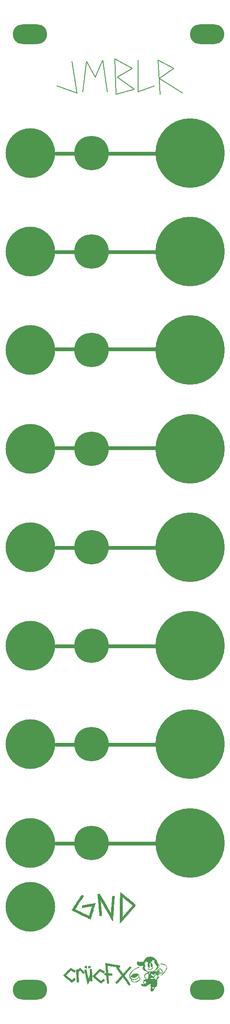
<source format=gbr>
%TF.GenerationSoftware,KiCad,Pcbnew,(5.1.6)-1*%
%TF.CreationDate,2020-06-19T12:49:58-05:00*%
%TF.ProjectId,JMBLR Panel,4a4d424c-5220-4506-916e-656c2e6b6963,rev?*%
%TF.SameCoordinates,Original*%
%TF.FileFunction,Soldermask,Top*%
%TF.FilePolarity,Negative*%
%FSLAX46Y46*%
G04 Gerber Fmt 4.6, Leading zero omitted, Abs format (unit mm)*
G04 Created by KiCad (PCBNEW (5.1.6)-1) date 2020-06-19 12:49:58*
%MOMM*%
%LPD*%
G01*
G04 APERTURE LIST*
%ADD10C,0.750000*%
%ADD11C,0.150000*%
%ADD12C,0.010000*%
%ADD13C,10.100000*%
%ADD14C,7.000000*%
%ADD15C,14.100000*%
%ADD16O,7.000000X4.000000*%
G04 APERTURE END LIST*
D10*
X220000000Y-69750000D02*
X229500000Y-69750000D01*
X220000000Y-89750000D02*
X229500000Y-89750000D01*
X220000000Y-109500000D02*
X229500000Y-109500000D01*
X220000000Y-129500000D02*
X229500000Y-129500000D01*
X220000000Y-149750000D02*
X229500000Y-149750000D01*
X220000000Y-169750000D02*
X229500000Y-169750000D01*
X220000000Y-189750000D02*
X229500000Y-189750000D01*
X220000000Y-209750000D02*
X229500000Y-209750000D01*
X209250000Y-209750000D02*
X213000000Y-209750000D01*
X209250000Y-189750000D02*
X213000000Y-189750000D01*
X209250000Y-169750000D02*
X213000000Y-169750000D01*
X209250000Y-149750000D02*
X213000000Y-149750000D01*
X209250000Y-129500000D02*
X213000000Y-129500000D01*
X209250000Y-109500000D02*
X213000000Y-109500000D01*
X209250000Y-89750000D02*
X213000000Y-89750000D01*
X209250000Y-69750000D02*
X213000000Y-69750000D01*
D11*
X221750000Y-54250000D02*
X225250000Y-56750000D01*
X221500000Y-57750000D02*
X221250000Y-50500000D01*
X217250000Y-54250000D02*
X218750000Y-50750000D01*
X221250000Y-50500000D02*
X224750000Y-52500000D01*
X225250000Y-56750000D02*
X221500000Y-57750000D01*
X215500000Y-51000000D02*
X217250000Y-54250000D01*
X226000000Y-50750000D02*
X226000000Y-57250000D01*
X230500000Y-57750000D02*
X230000000Y-50750000D01*
X230250000Y-54500000D02*
X235000000Y-57500000D01*
X224750000Y-52500000D02*
X221750000Y-54250000D01*
X230000000Y-50750000D02*
X233250000Y-52500000D01*
X214750000Y-57250000D02*
X215500000Y-51000000D01*
X233250000Y-52500000D02*
X230250000Y-54500000D01*
X213500000Y-57500000D02*
X209500000Y-56000000D01*
X212500000Y-51000000D02*
X213500000Y-57500000D01*
X218750000Y-50750000D02*
X219750000Y-57250000D01*
X226000000Y-57250000D02*
X229250000Y-56000000D01*
D12*
%TO.C,G\u002A\u002A\u002A*%
G36*
X222417460Y-219781979D02*
G01*
X222629542Y-219947598D01*
X222854319Y-220124515D01*
X223088196Y-220309801D01*
X223327576Y-220500530D01*
X223568863Y-220693772D01*
X223808460Y-220886601D01*
X224042771Y-221076088D01*
X224268199Y-221259306D01*
X224481150Y-221433328D01*
X224678025Y-221595225D01*
X224855229Y-221742070D01*
X225009166Y-221870935D01*
X225136239Y-221978892D01*
X225232852Y-222063015D01*
X225295409Y-222120374D01*
X225315624Y-222141343D01*
X225371556Y-222243470D01*
X225378974Y-222356089D01*
X225337880Y-222474460D01*
X225315503Y-222511266D01*
X225262028Y-222583790D01*
X225175214Y-222691867D01*
X225056459Y-222833911D01*
X224907163Y-223008341D01*
X224728724Y-223213571D01*
X224522542Y-223448019D01*
X224290014Y-223710100D01*
X224032539Y-223998230D01*
X223751518Y-224310827D01*
X223448347Y-224646307D01*
X223124427Y-225003085D01*
X222808282Y-225349882D01*
X222279880Y-225928442D01*
X222279880Y-223695027D01*
X222279960Y-223554342D01*
X222728765Y-223554342D01*
X222728983Y-223803440D01*
X222729449Y-224033384D01*
X222730172Y-224239573D01*
X222731161Y-224417405D01*
X222732427Y-224562280D01*
X222733979Y-224669598D01*
X222735827Y-224734756D01*
X222737725Y-224753562D01*
X222758567Y-224733624D01*
X222809784Y-224679700D01*
X222887813Y-224595675D01*
X222989096Y-224485434D01*
X223110072Y-224352862D01*
X223247179Y-224201845D01*
X223396858Y-224036269D01*
X223502001Y-223919569D01*
X223727613Y-223668222D01*
X223939538Y-223430932D01*
X224135531Y-223210272D01*
X224313348Y-223008818D01*
X224470745Y-222829146D01*
X224605479Y-222673830D01*
X224715305Y-222545445D01*
X224797979Y-222446567D01*
X224851257Y-222379771D01*
X224872895Y-222347632D01*
X224873273Y-222345969D01*
X224854314Y-222324402D01*
X224800353Y-222275375D01*
X224715765Y-222202414D01*
X224604924Y-222109042D01*
X224472205Y-221998785D01*
X224321982Y-221875166D01*
X224158629Y-221741710D01*
X223986522Y-221601942D01*
X223810033Y-221459387D01*
X223633539Y-221317568D01*
X223461414Y-221180010D01*
X223298031Y-221050238D01*
X223147766Y-220931776D01*
X223014993Y-220828149D01*
X222904086Y-220742881D01*
X222819421Y-220679497D01*
X222765370Y-220641522D01*
X222746330Y-220632295D01*
X222744091Y-220666454D01*
X222741964Y-220745873D01*
X222739961Y-220865949D01*
X222738089Y-221022082D01*
X222736360Y-221209671D01*
X222734782Y-221424116D01*
X222733365Y-221660814D01*
X222732119Y-221915166D01*
X222731053Y-222182570D01*
X222730177Y-222458426D01*
X222729501Y-222738131D01*
X222729033Y-223017087D01*
X222728785Y-223290690D01*
X222728765Y-223554342D01*
X222279960Y-223554342D01*
X222280084Y-223336932D01*
X222280677Y-222975067D01*
X222281626Y-222615240D01*
X222282901Y-222263263D01*
X222284470Y-221924944D01*
X222286301Y-221606092D01*
X222288363Y-221312518D01*
X222290626Y-221050031D01*
X222293057Y-220824440D01*
X222295625Y-220641556D01*
X222296689Y-220581388D01*
X222313498Y-219701164D01*
X222417460Y-219781979D01*
G37*
X222417460Y-219781979D02*
X222629542Y-219947598D01*
X222854319Y-220124515D01*
X223088196Y-220309801D01*
X223327576Y-220500530D01*
X223568863Y-220693772D01*
X223808460Y-220886601D01*
X224042771Y-221076088D01*
X224268199Y-221259306D01*
X224481150Y-221433328D01*
X224678025Y-221595225D01*
X224855229Y-221742070D01*
X225009166Y-221870935D01*
X225136239Y-221978892D01*
X225232852Y-222063015D01*
X225295409Y-222120374D01*
X225315624Y-222141343D01*
X225371556Y-222243470D01*
X225378974Y-222356089D01*
X225337880Y-222474460D01*
X225315503Y-222511266D01*
X225262028Y-222583790D01*
X225175214Y-222691867D01*
X225056459Y-222833911D01*
X224907163Y-223008341D01*
X224728724Y-223213571D01*
X224522542Y-223448019D01*
X224290014Y-223710100D01*
X224032539Y-223998230D01*
X223751518Y-224310827D01*
X223448347Y-224646307D01*
X223124427Y-225003085D01*
X222808282Y-225349882D01*
X222279880Y-225928442D01*
X222279880Y-223695027D01*
X222279960Y-223554342D01*
X222728765Y-223554342D01*
X222728983Y-223803440D01*
X222729449Y-224033384D01*
X222730172Y-224239573D01*
X222731161Y-224417405D01*
X222732427Y-224562280D01*
X222733979Y-224669598D01*
X222735827Y-224734756D01*
X222737725Y-224753562D01*
X222758567Y-224733624D01*
X222809784Y-224679700D01*
X222887813Y-224595675D01*
X222989096Y-224485434D01*
X223110072Y-224352862D01*
X223247179Y-224201845D01*
X223396858Y-224036269D01*
X223502001Y-223919569D01*
X223727613Y-223668222D01*
X223939538Y-223430932D01*
X224135531Y-223210272D01*
X224313348Y-223008818D01*
X224470745Y-222829146D01*
X224605479Y-222673830D01*
X224715305Y-222545445D01*
X224797979Y-222446567D01*
X224851257Y-222379771D01*
X224872895Y-222347632D01*
X224873273Y-222345969D01*
X224854314Y-222324402D01*
X224800353Y-222275375D01*
X224715765Y-222202414D01*
X224604924Y-222109042D01*
X224472205Y-221998785D01*
X224321982Y-221875166D01*
X224158629Y-221741710D01*
X223986522Y-221601942D01*
X223810033Y-221459387D01*
X223633539Y-221317568D01*
X223461414Y-221180010D01*
X223298031Y-221050238D01*
X223147766Y-220931776D01*
X223014993Y-220828149D01*
X222904086Y-220742881D01*
X222819421Y-220679497D01*
X222765370Y-220641522D01*
X222746330Y-220632295D01*
X222744091Y-220666454D01*
X222741964Y-220745873D01*
X222739961Y-220865949D01*
X222738089Y-221022082D01*
X222736360Y-221209671D01*
X222734782Y-221424116D01*
X222733365Y-221660814D01*
X222732119Y-221915166D01*
X222731053Y-222182570D01*
X222730177Y-222458426D01*
X222729501Y-222738131D01*
X222729033Y-223017087D01*
X222728785Y-223290690D01*
X222728765Y-223554342D01*
X222279960Y-223554342D01*
X222280084Y-223336932D01*
X222280677Y-222975067D01*
X222281626Y-222615240D01*
X222282901Y-222263263D01*
X222284470Y-221924944D01*
X222286301Y-221606092D01*
X222288363Y-221312518D01*
X222290626Y-221050031D01*
X222293057Y-220824440D01*
X222295625Y-220641556D01*
X222296689Y-220581388D01*
X222313498Y-219701164D01*
X222417460Y-219781979D01*
G36*
X218119300Y-220005991D02*
G01*
X218133045Y-220029156D01*
X218170223Y-220093336D01*
X218229036Y-220195397D01*
X218307686Y-220332205D01*
X218404376Y-220500625D01*
X218517307Y-220697522D01*
X218644682Y-220919761D01*
X218784702Y-221164209D01*
X218935571Y-221427731D01*
X219095491Y-221707192D01*
X219262662Y-221999457D01*
X219267355Y-222007663D01*
X219434605Y-222299578D01*
X219594836Y-222578165D01*
X219746245Y-222840347D01*
X219887027Y-223083051D01*
X220015377Y-223303199D01*
X220129491Y-223497717D01*
X220227565Y-223663530D01*
X220307794Y-223797562D01*
X220368373Y-223896738D01*
X220407500Y-223957982D01*
X220423368Y-223978220D01*
X220423493Y-223978133D01*
X220428325Y-223949885D01*
X220436372Y-223875187D01*
X220447282Y-223758315D01*
X220460705Y-223603547D01*
X220476289Y-223415157D01*
X220493683Y-223197422D01*
X220512536Y-222954618D01*
X220532496Y-222691022D01*
X220553213Y-222410909D01*
X220560918Y-222305055D01*
X220581901Y-222016940D01*
X220602157Y-221741439D01*
X220621336Y-221483137D01*
X220639090Y-221246619D01*
X220655069Y-221036473D01*
X220668923Y-220857282D01*
X220680303Y-220713634D01*
X220688859Y-220610113D01*
X220694243Y-220551305D01*
X220695213Y-220542868D01*
X220709720Y-220433333D01*
X220916372Y-220450784D01*
X221013136Y-220459861D01*
X221088308Y-220468616D01*
X221129226Y-220475518D01*
X221132927Y-220476996D01*
X221132073Y-220502511D01*
X221127781Y-220574565D01*
X221120352Y-220688986D01*
X221110085Y-220841600D01*
X221097283Y-221028234D01*
X221082244Y-221244713D01*
X221065270Y-221486865D01*
X221046662Y-221750516D01*
X221026719Y-222031493D01*
X221005743Y-222325622D01*
X220984034Y-222628730D01*
X220961892Y-222936643D01*
X220939618Y-223245188D01*
X220917513Y-223550192D01*
X220895877Y-223847480D01*
X220875011Y-224132881D01*
X220855215Y-224402219D01*
X220836790Y-224651322D01*
X220820037Y-224876016D01*
X220805255Y-225072129D01*
X220792746Y-225235485D01*
X220782810Y-225361913D01*
X220775747Y-225447237D01*
X220772484Y-225482053D01*
X220759426Y-225467601D01*
X220722922Y-225411728D01*
X220664617Y-225317241D01*
X220586161Y-225186945D01*
X220489199Y-225023647D01*
X220375381Y-224830154D01*
X220246354Y-224609271D01*
X220103764Y-224363805D01*
X219949260Y-224096562D01*
X219784490Y-223810349D01*
X219611100Y-223507971D01*
X219521221Y-223350781D01*
X219311805Y-222984821D01*
X219118899Y-222649015D01*
X218943370Y-222344831D01*
X218786081Y-222073740D01*
X218647898Y-221837210D01*
X218529686Y-221636712D01*
X218432309Y-221473715D01*
X218356634Y-221349689D01*
X218303524Y-221266103D01*
X218273845Y-221224428D01*
X218267507Y-221220622D01*
X218268627Y-221254427D01*
X218274575Y-221334281D01*
X218284927Y-221455659D01*
X218299259Y-221614030D01*
X218317145Y-221804867D01*
X218338160Y-222023642D01*
X218361881Y-222265827D01*
X218387883Y-222526893D01*
X218415741Y-222802312D01*
X218416883Y-222813510D01*
X218445787Y-223100812D01*
X218472005Y-223369021D01*
X218495191Y-223614144D01*
X218515001Y-223832187D01*
X218531090Y-224019158D01*
X218543111Y-224171061D01*
X218550722Y-224283905D01*
X218553576Y-224353694D01*
X218551878Y-224376325D01*
X218517336Y-224388372D01*
X218446234Y-224401370D01*
X218352746Y-224412828D01*
X218334440Y-224414552D01*
X218139250Y-224432068D01*
X218124315Y-224322015D01*
X218116088Y-224254662D01*
X218103860Y-224145184D01*
X218088081Y-223998157D01*
X218069203Y-223818157D01*
X218047678Y-223609761D01*
X218023958Y-223377545D01*
X217998494Y-223126085D01*
X217971738Y-222859956D01*
X217944142Y-222583737D01*
X217916157Y-222302001D01*
X217888236Y-222019327D01*
X217860829Y-221740290D01*
X217834389Y-221469465D01*
X217809367Y-221211431D01*
X217786215Y-220970762D01*
X217765384Y-220752034D01*
X217747327Y-220559825D01*
X217732495Y-220398710D01*
X217721339Y-220273265D01*
X217714312Y-220188067D01*
X217711865Y-220147692D01*
X217712034Y-220145101D01*
X217738570Y-220126463D01*
X217798951Y-220099571D01*
X217879215Y-220069193D01*
X217965400Y-220040099D01*
X218043542Y-220017059D01*
X218099680Y-220004842D01*
X218119300Y-220005991D01*
G37*
X218119300Y-220005991D02*
X218133045Y-220029156D01*
X218170223Y-220093336D01*
X218229036Y-220195397D01*
X218307686Y-220332205D01*
X218404376Y-220500625D01*
X218517307Y-220697522D01*
X218644682Y-220919761D01*
X218784702Y-221164209D01*
X218935571Y-221427731D01*
X219095491Y-221707192D01*
X219262662Y-221999457D01*
X219267355Y-222007663D01*
X219434605Y-222299578D01*
X219594836Y-222578165D01*
X219746245Y-222840347D01*
X219887027Y-223083051D01*
X220015377Y-223303199D01*
X220129491Y-223497717D01*
X220227565Y-223663530D01*
X220307794Y-223797562D01*
X220368373Y-223896738D01*
X220407500Y-223957982D01*
X220423368Y-223978220D01*
X220423493Y-223978133D01*
X220428325Y-223949885D01*
X220436372Y-223875187D01*
X220447282Y-223758315D01*
X220460705Y-223603547D01*
X220476289Y-223415157D01*
X220493683Y-223197422D01*
X220512536Y-222954618D01*
X220532496Y-222691022D01*
X220553213Y-222410909D01*
X220560918Y-222305055D01*
X220581901Y-222016940D01*
X220602157Y-221741439D01*
X220621336Y-221483137D01*
X220639090Y-221246619D01*
X220655069Y-221036473D01*
X220668923Y-220857282D01*
X220680303Y-220713634D01*
X220688859Y-220610113D01*
X220694243Y-220551305D01*
X220695213Y-220542868D01*
X220709720Y-220433333D01*
X220916372Y-220450784D01*
X221013136Y-220459861D01*
X221088308Y-220468616D01*
X221129226Y-220475518D01*
X221132927Y-220476996D01*
X221132073Y-220502511D01*
X221127781Y-220574565D01*
X221120352Y-220688986D01*
X221110085Y-220841600D01*
X221097283Y-221028234D01*
X221082244Y-221244713D01*
X221065270Y-221486865D01*
X221046662Y-221750516D01*
X221026719Y-222031493D01*
X221005743Y-222325622D01*
X220984034Y-222628730D01*
X220961892Y-222936643D01*
X220939618Y-223245188D01*
X220917513Y-223550192D01*
X220895877Y-223847480D01*
X220875011Y-224132881D01*
X220855215Y-224402219D01*
X220836790Y-224651322D01*
X220820037Y-224876016D01*
X220805255Y-225072129D01*
X220792746Y-225235485D01*
X220782810Y-225361913D01*
X220775747Y-225447237D01*
X220772484Y-225482053D01*
X220759426Y-225467601D01*
X220722922Y-225411728D01*
X220664617Y-225317241D01*
X220586161Y-225186945D01*
X220489199Y-225023647D01*
X220375381Y-224830154D01*
X220246354Y-224609271D01*
X220103764Y-224363805D01*
X219949260Y-224096562D01*
X219784490Y-223810349D01*
X219611100Y-223507971D01*
X219521221Y-223350781D01*
X219311805Y-222984821D01*
X219118899Y-222649015D01*
X218943370Y-222344831D01*
X218786081Y-222073740D01*
X218647898Y-221837210D01*
X218529686Y-221636712D01*
X218432309Y-221473715D01*
X218356634Y-221349689D01*
X218303524Y-221266103D01*
X218273845Y-221224428D01*
X218267507Y-221220622D01*
X218268627Y-221254427D01*
X218274575Y-221334281D01*
X218284927Y-221455659D01*
X218299259Y-221614030D01*
X218317145Y-221804867D01*
X218338160Y-222023642D01*
X218361881Y-222265827D01*
X218387883Y-222526893D01*
X218415741Y-222802312D01*
X218416883Y-222813510D01*
X218445787Y-223100812D01*
X218472005Y-223369021D01*
X218495191Y-223614144D01*
X218515001Y-223832187D01*
X218531090Y-224019158D01*
X218543111Y-224171061D01*
X218550722Y-224283905D01*
X218553576Y-224353694D01*
X218551878Y-224376325D01*
X218517336Y-224388372D01*
X218446234Y-224401370D01*
X218352746Y-224412828D01*
X218334440Y-224414552D01*
X218139250Y-224432068D01*
X218124315Y-224322015D01*
X218116088Y-224254662D01*
X218103860Y-224145184D01*
X218088081Y-223998157D01*
X218069203Y-223818157D01*
X218047678Y-223609761D01*
X218023958Y-223377545D01*
X217998494Y-223126085D01*
X217971738Y-222859956D01*
X217944142Y-222583737D01*
X217916157Y-222302001D01*
X217888236Y-222019327D01*
X217860829Y-221740290D01*
X217834389Y-221469465D01*
X217809367Y-221211431D01*
X217786215Y-220970762D01*
X217765384Y-220752034D01*
X217747327Y-220559825D01*
X217732495Y-220398710D01*
X217721339Y-220273265D01*
X217714312Y-220188067D01*
X217711865Y-220147692D01*
X217712034Y-220145101D01*
X217738570Y-220126463D01*
X217798951Y-220099571D01*
X217879215Y-220069193D01*
X217965400Y-220040099D01*
X218043542Y-220017059D01*
X218099680Y-220004842D01*
X218119300Y-220005991D01*
G36*
X214581412Y-220249095D02*
G01*
X214654301Y-220293139D01*
X214728971Y-220343928D01*
X214793474Y-220392974D01*
X214835865Y-220431792D01*
X214845734Y-220450066D01*
X214830346Y-220475448D01*
X214789352Y-220539561D01*
X214725170Y-220638704D01*
X214640219Y-220769177D01*
X214536916Y-220927278D01*
X214417681Y-221109308D01*
X214284931Y-221311564D01*
X214141086Y-221530348D01*
X213988564Y-221761958D01*
X213966970Y-221794719D01*
X213814151Y-222027359D01*
X213670546Y-222247546D01*
X213538480Y-222451613D01*
X213420275Y-222635894D01*
X213318256Y-222796721D01*
X213234746Y-222930430D01*
X213172068Y-223033352D01*
X213132546Y-223101822D01*
X213118504Y-223132173D01*
X213118747Y-223133219D01*
X213147212Y-223150160D01*
X213216094Y-223186334D01*
X213320649Y-223239440D01*
X213456129Y-223307180D01*
X213617786Y-223387253D01*
X213800875Y-223477360D01*
X214000647Y-223575201D01*
X214212357Y-223678477D01*
X214431256Y-223784889D01*
X214652599Y-223892136D01*
X214871637Y-223997919D01*
X215083625Y-224099939D01*
X215283815Y-224195895D01*
X215467461Y-224283489D01*
X215629814Y-224360421D01*
X215766129Y-224424391D01*
X215871659Y-224473100D01*
X215941655Y-224504248D01*
X215971373Y-224515536D01*
X215972022Y-224515432D01*
X215984006Y-224487163D01*
X216008060Y-224416951D01*
X216042343Y-224310951D01*
X216085013Y-224175321D01*
X216134227Y-224016214D01*
X216188145Y-223839789D01*
X216244923Y-223652199D01*
X216302720Y-223459602D01*
X216359694Y-223268154D01*
X216414003Y-223084009D01*
X216463806Y-222913324D01*
X216507259Y-222762255D01*
X216542522Y-222636958D01*
X216567752Y-222543588D01*
X216581108Y-222488302D01*
X216582386Y-222475550D01*
X216554369Y-222478338D01*
X216481844Y-222489481D01*
X216370294Y-222508030D01*
X216225204Y-222533036D01*
X216052057Y-222563552D01*
X215856340Y-222598629D01*
X215643534Y-222637318D01*
X215589613Y-222647204D01*
X215372960Y-222686864D01*
X215171646Y-222723477D01*
X214991229Y-222756048D01*
X214837270Y-222783585D01*
X214715330Y-222805094D01*
X214630967Y-222819582D01*
X214589741Y-222826057D01*
X214586913Y-222826309D01*
X214572077Y-222803421D01*
X214553915Y-222744281D01*
X214535133Y-222663128D01*
X214518438Y-222574202D01*
X214506538Y-222491740D01*
X214502139Y-222429983D01*
X214506641Y-222404053D01*
X214535176Y-222395279D01*
X214607519Y-222379196D01*
X214718166Y-222356779D01*
X214861613Y-222329000D01*
X215032356Y-222296832D01*
X215224889Y-222261249D01*
X215433709Y-222223225D01*
X215653312Y-222183731D01*
X215878193Y-222143742D01*
X216102848Y-222104230D01*
X216321772Y-222066169D01*
X216529461Y-222030533D01*
X216720411Y-221998293D01*
X216889117Y-221970425D01*
X217030076Y-221947899D01*
X217137782Y-221931691D01*
X217206732Y-221922773D01*
X217231421Y-221922119D01*
X217231407Y-221922287D01*
X217222624Y-221950993D01*
X217200534Y-222023915D01*
X217166489Y-222136579D01*
X217121839Y-222284507D01*
X217067934Y-222463223D01*
X217006124Y-222668253D01*
X216937759Y-222895118D01*
X216864190Y-223139344D01*
X216812991Y-223309359D01*
X216709282Y-223653767D01*
X216619232Y-223952699D01*
X216541838Y-224209369D01*
X216476095Y-224426993D01*
X216421000Y-224608785D01*
X216375546Y-224757959D01*
X216338732Y-224877729D01*
X216309551Y-224971312D01*
X216287001Y-225041921D01*
X216270076Y-225092771D01*
X216257772Y-225127076D01*
X216249086Y-225148051D01*
X216243013Y-225158911D01*
X216238548Y-225162870D01*
X216234688Y-225163143D01*
X216233893Y-225163037D01*
X216208835Y-225151713D01*
X216141561Y-225119593D01*
X216035475Y-225068339D01*
X215893983Y-224999614D01*
X215720491Y-224915080D01*
X215518406Y-224816399D01*
X215291132Y-224705234D01*
X215042075Y-224583248D01*
X214774642Y-224452101D01*
X214492237Y-224313457D01*
X214334435Y-224235921D01*
X214045806Y-224093729D01*
X213770827Y-223957614D01*
X213512854Y-223829277D01*
X213275242Y-223710416D01*
X213061350Y-223602733D01*
X212874534Y-223507927D01*
X212718150Y-223427698D01*
X212595555Y-223363747D01*
X212510105Y-223317773D01*
X212465159Y-223291476D01*
X212458915Y-223286027D01*
X212473568Y-223261173D01*
X212514037Y-223197323D01*
X212578092Y-223097895D01*
X212663501Y-222966309D01*
X212768031Y-222805982D01*
X212889450Y-222620333D01*
X213025526Y-222412782D01*
X213174027Y-222186746D01*
X213332721Y-221945645D01*
X213473058Y-221732780D01*
X213674298Y-221428209D01*
X213849538Y-221164018D01*
X214000390Y-220937887D01*
X214128463Y-220747493D01*
X214235368Y-220590514D01*
X214322715Y-220464630D01*
X214392116Y-220367519D01*
X214445179Y-220296858D01*
X214483517Y-220250327D01*
X214508739Y-220225603D01*
X214522250Y-220220282D01*
X214581412Y-220249095D01*
G37*
X214581412Y-220249095D02*
X214654301Y-220293139D01*
X214728971Y-220343928D01*
X214793474Y-220392974D01*
X214835865Y-220431792D01*
X214845734Y-220450066D01*
X214830346Y-220475448D01*
X214789352Y-220539561D01*
X214725170Y-220638704D01*
X214640219Y-220769177D01*
X214536916Y-220927278D01*
X214417681Y-221109308D01*
X214284931Y-221311564D01*
X214141086Y-221530348D01*
X213988564Y-221761958D01*
X213966970Y-221794719D01*
X213814151Y-222027359D01*
X213670546Y-222247546D01*
X213538480Y-222451613D01*
X213420275Y-222635894D01*
X213318256Y-222796721D01*
X213234746Y-222930430D01*
X213172068Y-223033352D01*
X213132546Y-223101822D01*
X213118504Y-223132173D01*
X213118747Y-223133219D01*
X213147212Y-223150160D01*
X213216094Y-223186334D01*
X213320649Y-223239440D01*
X213456129Y-223307180D01*
X213617786Y-223387253D01*
X213800875Y-223477360D01*
X214000647Y-223575201D01*
X214212357Y-223678477D01*
X214431256Y-223784889D01*
X214652599Y-223892136D01*
X214871637Y-223997919D01*
X215083625Y-224099939D01*
X215283815Y-224195895D01*
X215467461Y-224283489D01*
X215629814Y-224360421D01*
X215766129Y-224424391D01*
X215871659Y-224473100D01*
X215941655Y-224504248D01*
X215971373Y-224515536D01*
X215972022Y-224515432D01*
X215984006Y-224487163D01*
X216008060Y-224416951D01*
X216042343Y-224310951D01*
X216085013Y-224175321D01*
X216134227Y-224016214D01*
X216188145Y-223839789D01*
X216244923Y-223652199D01*
X216302720Y-223459602D01*
X216359694Y-223268154D01*
X216414003Y-223084009D01*
X216463806Y-222913324D01*
X216507259Y-222762255D01*
X216542522Y-222636958D01*
X216567752Y-222543588D01*
X216581108Y-222488302D01*
X216582386Y-222475550D01*
X216554369Y-222478338D01*
X216481844Y-222489481D01*
X216370294Y-222508030D01*
X216225204Y-222533036D01*
X216052057Y-222563552D01*
X215856340Y-222598629D01*
X215643534Y-222637318D01*
X215589613Y-222647204D01*
X215372960Y-222686864D01*
X215171646Y-222723477D01*
X214991229Y-222756048D01*
X214837270Y-222783585D01*
X214715330Y-222805094D01*
X214630967Y-222819582D01*
X214589741Y-222826057D01*
X214586913Y-222826309D01*
X214572077Y-222803421D01*
X214553915Y-222744281D01*
X214535133Y-222663128D01*
X214518438Y-222574202D01*
X214506538Y-222491740D01*
X214502139Y-222429983D01*
X214506641Y-222404053D01*
X214535176Y-222395279D01*
X214607519Y-222379196D01*
X214718166Y-222356779D01*
X214861613Y-222329000D01*
X215032356Y-222296832D01*
X215224889Y-222261249D01*
X215433709Y-222223225D01*
X215653312Y-222183731D01*
X215878193Y-222143742D01*
X216102848Y-222104230D01*
X216321772Y-222066169D01*
X216529461Y-222030533D01*
X216720411Y-221998293D01*
X216889117Y-221970425D01*
X217030076Y-221947899D01*
X217137782Y-221931691D01*
X217206732Y-221922773D01*
X217231421Y-221922119D01*
X217231407Y-221922287D01*
X217222624Y-221950993D01*
X217200534Y-222023915D01*
X217166489Y-222136579D01*
X217121839Y-222284507D01*
X217067934Y-222463223D01*
X217006124Y-222668253D01*
X216937759Y-222895118D01*
X216864190Y-223139344D01*
X216812991Y-223309359D01*
X216709282Y-223653767D01*
X216619232Y-223952699D01*
X216541838Y-224209369D01*
X216476095Y-224426993D01*
X216421000Y-224608785D01*
X216375546Y-224757959D01*
X216338732Y-224877729D01*
X216309551Y-224971312D01*
X216287001Y-225041921D01*
X216270076Y-225092771D01*
X216257772Y-225127076D01*
X216249086Y-225148051D01*
X216243013Y-225158911D01*
X216238548Y-225162870D01*
X216234688Y-225163143D01*
X216233893Y-225163037D01*
X216208835Y-225151713D01*
X216141561Y-225119593D01*
X216035475Y-225068339D01*
X215893983Y-224999614D01*
X215720491Y-224915080D01*
X215518406Y-224816399D01*
X215291132Y-224705234D01*
X215042075Y-224583248D01*
X214774642Y-224452101D01*
X214492237Y-224313457D01*
X214334435Y-224235921D01*
X214045806Y-224093729D01*
X213770827Y-223957614D01*
X213512854Y-223829277D01*
X213275242Y-223710416D01*
X213061350Y-223602733D01*
X212874534Y-223507927D01*
X212718150Y-223427698D01*
X212595555Y-223363747D01*
X212510105Y-223317773D01*
X212465159Y-223291476D01*
X212458915Y-223286027D01*
X212473568Y-223261173D01*
X212514037Y-223197323D01*
X212578092Y-223097895D01*
X212663501Y-222966309D01*
X212768031Y-222805982D01*
X212889450Y-222620333D01*
X213025526Y-222412782D01*
X213174027Y-222186746D01*
X213332721Y-221945645D01*
X213473058Y-221732780D01*
X213674298Y-221428209D01*
X213849538Y-221164018D01*
X214000390Y-220937887D01*
X214128463Y-220747493D01*
X214235368Y-220590514D01*
X214322715Y-220464630D01*
X214392116Y-220367519D01*
X214445179Y-220296858D01*
X214483517Y-220250327D01*
X214508739Y-220225603D01*
X214522250Y-220220282D01*
X214581412Y-220249095D01*
G36*
X228644610Y-232792141D02*
G01*
X228882091Y-232858494D01*
X229108564Y-232965655D01*
X229318031Y-233110436D01*
X229504497Y-233289652D01*
X229661964Y-233500114D01*
X229735941Y-233631828D01*
X229810955Y-233798223D01*
X229869326Y-233960884D01*
X229907035Y-234106946D01*
X229920070Y-234221308D01*
X229924100Y-234265523D01*
X229945506Y-234286091D01*
X229998264Y-234291984D01*
X230030543Y-234292242D01*
X230123507Y-234303591D01*
X230186277Y-234342246D01*
X230224495Y-234415123D01*
X230243802Y-234529136D01*
X230245802Y-234556082D01*
X230246419Y-234673397D01*
X230227758Y-234771191D01*
X230199686Y-234846114D01*
X230145778Y-234941186D01*
X230069238Y-235038788D01*
X229982061Y-235126647D01*
X229896240Y-235192488D01*
X229832093Y-235222288D01*
X229772310Y-235232337D01*
X229758383Y-235221226D01*
X229790129Y-235189396D01*
X229867275Y-235137340D01*
X229954727Y-235072080D01*
X230036625Y-234993430D01*
X230069532Y-234953535D01*
X230128228Y-234847873D01*
X230170140Y-234724358D01*
X230190760Y-234601580D01*
X230185576Y-234498132D01*
X230182720Y-234486893D01*
X230160510Y-234409452D01*
X230067426Y-234536257D01*
X230015127Y-234612492D01*
X229989556Y-234669217D01*
X229984326Y-234725513D01*
X229988828Y-234771054D01*
X229993168Y-234848868D01*
X229975695Y-234902578D01*
X229944546Y-234941600D01*
X229895671Y-234984504D01*
X229856502Y-235004040D01*
X229854501Y-235004154D01*
X229826114Y-235024602D01*
X229784131Y-235077696D01*
X229746185Y-235137637D01*
X229607996Y-235331305D01*
X229430163Y-235508588D01*
X229223309Y-235660784D01*
X228998057Y-235779191D01*
X228929868Y-235806314D01*
X228839489Y-235839610D01*
X228973789Y-235841401D01*
X229073001Y-235834522D01*
X229144951Y-235819899D01*
X229500550Y-235819899D01*
X229587359Y-235866140D01*
X229642610Y-235903597D01*
X229678064Y-235954139D01*
X229705398Y-236035349D01*
X229709049Y-236049409D01*
X229743222Y-236182573D01*
X229768053Y-236273954D01*
X229786580Y-236331091D01*
X229801838Y-236361520D01*
X229816866Y-236372782D01*
X229834699Y-236372413D01*
X229838846Y-236371611D01*
X229863488Y-236357114D01*
X229876214Y-236318728D01*
X229879942Y-236244985D01*
X229879697Y-236211110D01*
X229862344Y-236055532D01*
X229816574Y-235936990D01*
X229744169Y-235858047D01*
X229646912Y-235821267D01*
X229606792Y-235818833D01*
X229500550Y-235819899D01*
X229144951Y-235819899D01*
X229168761Y-235815060D01*
X229202618Y-235803414D01*
X229275031Y-235784563D01*
X229381725Y-235770430D01*
X229506549Y-235761665D01*
X229633354Y-235758915D01*
X229745987Y-235762829D01*
X229828299Y-235774057D01*
X229841283Y-235777756D01*
X229883684Y-235787936D01*
X229888972Y-235771209D01*
X229880674Y-235750782D01*
X229867608Y-235697886D01*
X229859217Y-235617947D01*
X229857759Y-235576226D01*
X229858382Y-235546597D01*
X229889847Y-235546597D01*
X229898164Y-235610618D01*
X229926190Y-235683067D01*
X229972321Y-235751905D01*
X229973554Y-235753319D01*
X230033769Y-235815153D01*
X230070958Y-235839546D01*
X230081876Y-235826212D01*
X230063276Y-235774866D01*
X230056017Y-235760560D01*
X230020869Y-235675664D01*
X229997770Y-235589212D01*
X229973732Y-235519185D01*
X229938752Y-235492003D01*
X229902842Y-235503045D01*
X229889847Y-235546597D01*
X229858382Y-235546597D01*
X229859360Y-235500148D01*
X229870378Y-235460862D01*
X229897205Y-235444398D01*
X229920021Y-235440148D01*
X229976198Y-235416775D01*
X230042408Y-235368575D01*
X230066546Y-235345724D01*
X230182296Y-235257399D01*
X230307334Y-235215805D01*
X230435400Y-235219261D01*
X230560231Y-235266084D01*
X230675567Y-235354591D01*
X230775145Y-235483100D01*
X230809144Y-235545291D01*
X230871395Y-235700504D01*
X230891302Y-235828900D01*
X230868533Y-235932308D01*
X230802756Y-236012558D01*
X230715431Y-236062818D01*
X230648850Y-236082582D01*
X230571224Y-236094149D01*
X230498247Y-236096821D01*
X230445612Y-236089903D01*
X230428578Y-236075563D01*
X230451452Y-236060627D01*
X230510205Y-236045725D01*
X230561701Y-236037913D01*
X230691614Y-236008711D01*
X230777938Y-235956023D01*
X230823085Y-235878036D01*
X230830463Y-235836001D01*
X230819045Y-235723051D01*
X230772298Y-235597916D01*
X230697565Y-235476069D01*
X230616957Y-235386119D01*
X230548722Y-235327482D01*
X230493490Y-235296866D01*
X230429334Y-235285335D01*
X230365984Y-235283834D01*
X230275343Y-235288431D01*
X230212425Y-235307256D01*
X230154542Y-235347854D01*
X230142943Y-235358024D01*
X230076373Y-235447994D01*
X230056149Y-235554455D01*
X230082411Y-235672669D01*
X230131021Y-235763672D01*
X230194412Y-235846643D01*
X230249276Y-235885702D01*
X230303704Y-235884997D01*
X230336601Y-235869029D01*
X230373197Y-235847793D01*
X230371779Y-235856243D01*
X230345304Y-235886797D01*
X230315812Y-235927128D01*
X230322199Y-235954167D01*
X230338948Y-235969788D01*
X230371263Y-236006623D01*
X230377727Y-236024284D01*
X230360842Y-236045804D01*
X230320888Y-236038678D01*
X230273923Y-236006746D01*
X230264683Y-235997260D01*
X230213095Y-235958604D01*
X230137200Y-235920749D01*
X230108366Y-235909874D01*
X229996698Y-235871825D01*
X230034660Y-235945235D01*
X230058640Y-236017778D01*
X230071775Y-236108397D01*
X230072622Y-236134323D01*
X230076998Y-236204985D01*
X230095421Y-236241530D01*
X230135831Y-236245992D01*
X230206170Y-236220405D01*
X230276026Y-236186436D01*
X230356933Y-236146390D01*
X230402754Y-236127756D01*
X230423334Y-236128138D01*
X230428519Y-236145139D01*
X230428578Y-236149291D01*
X230407211Y-236171874D01*
X230350484Y-236208322D01*
X230269456Y-236251738D01*
X230245362Y-236263513D01*
X230156131Y-236309634D01*
X230084790Y-236352722D01*
X230044214Y-236384842D01*
X230040695Y-236389647D01*
X230001957Y-236417120D01*
X229942486Y-236427978D01*
X229865727Y-236427978D01*
X229991395Y-236574174D01*
X230076967Y-236677705D01*
X230131991Y-236756018D01*
X230162296Y-236819426D01*
X230173710Y-236878245D01*
X230174324Y-236897939D01*
X230161283Y-236977737D01*
X230118822Y-237060764D01*
X230041930Y-237154563D01*
X229935247Y-237257971D01*
X229770971Y-237406857D01*
X229759787Y-237991641D01*
X229755787Y-238161215D01*
X229750718Y-238315414D01*
X229744953Y-238446401D01*
X229738864Y-238546334D01*
X229732827Y-238607375D01*
X229729804Y-238621209D01*
X229723541Y-238653057D01*
X229752532Y-238650037D01*
X229755443Y-238648939D01*
X229788067Y-238645340D01*
X229787977Y-238667720D01*
X229759649Y-238693790D01*
X229696357Y-238728589D01*
X229611409Y-238764871D01*
X229605432Y-238767117D01*
X229511856Y-238804876D01*
X229450976Y-238840668D01*
X229406766Y-238887078D01*
X229363199Y-238956688D01*
X229362562Y-238957808D01*
X229311879Y-239038502D01*
X229260318Y-239107444D01*
X229234029Y-239135635D01*
X229193702Y-239182328D01*
X229139947Y-239258085D01*
X229083727Y-239347351D01*
X229078339Y-239356510D01*
X228984340Y-239492572D01*
X228886896Y-239587682D01*
X228789913Y-239639532D01*
X228697303Y-239645812D01*
X228633393Y-239619443D01*
X228588199Y-239564225D01*
X228572150Y-239474798D01*
X228584874Y-239347770D01*
X228591946Y-239313936D01*
X228663903Y-239313936D01*
X228685409Y-239341877D01*
X228726657Y-239376302D01*
X228775565Y-239407630D01*
X228820047Y-239426281D01*
X228833133Y-239428052D01*
X228870931Y-239421955D01*
X228877627Y-239415092D01*
X228857158Y-239391979D01*
X228807777Y-239359369D01*
X228747529Y-239327288D01*
X228694454Y-239305762D01*
X228674224Y-239302060D01*
X228663903Y-239313936D01*
X228591946Y-239313936D01*
X228597149Y-239289052D01*
X228612080Y-239212528D01*
X228612120Y-239188608D01*
X228728885Y-239188608D01*
X228730987Y-239213373D01*
X228764864Y-239250621D01*
X228816642Y-239290436D01*
X228872444Y-239322901D01*
X228918397Y-239338097D01*
X228934421Y-239335516D01*
X228927963Y-239315661D01*
X228887455Y-239279484D01*
X228847228Y-239251508D01*
X228783643Y-239213005D01*
X228739939Y-239190880D01*
X228728885Y-239188608D01*
X228612120Y-239188608D01*
X228612131Y-239182096D01*
X228599838Y-239196071D01*
X228577735Y-239252769D01*
X228558417Y-239314792D01*
X228534897Y-239444982D01*
X228542487Y-239555087D01*
X228577990Y-239638644D01*
X228638212Y-239689186D01*
X228719956Y-239700247D01*
X228746512Y-239695327D01*
X228849211Y-239648075D01*
X228955433Y-239560804D01*
X229054558Y-239442340D01*
X229059589Y-239435101D01*
X229108298Y-239374289D01*
X229142946Y-239348125D01*
X229157221Y-239357143D01*
X229144813Y-239401876D01*
X229131432Y-239429018D01*
X229081383Y-239502429D01*
X229009327Y-239585354D01*
X228930814Y-239661649D01*
X228861394Y-239715169D01*
X228849019Y-239722216D01*
X228750909Y-239753108D01*
X228651620Y-239752312D01*
X228591591Y-239731246D01*
X228526540Y-239665971D01*
X228486612Y-239567822D01*
X228476900Y-239450664D01*
X228479145Y-239425208D01*
X228501723Y-239314687D01*
X228540577Y-239198701D01*
X228569582Y-239135786D01*
X228623373Y-239135786D01*
X228636086Y-239148498D01*
X228648798Y-239135786D01*
X228636086Y-239123073D01*
X228623373Y-239135786D01*
X228569582Y-239135786D01*
X228588652Y-239094423D01*
X228594974Y-239084935D01*
X228648798Y-239084935D01*
X228661511Y-239097647D01*
X228674224Y-239084935D01*
X228661511Y-239072222D01*
X228648798Y-239084935D01*
X228594974Y-239084935D01*
X228638893Y-239019023D01*
X228651150Y-239006531D01*
X228688066Y-238965694D01*
X228775645Y-238965694D01*
X228776162Y-239016179D01*
X228790586Y-239079578D01*
X228815993Y-239138923D01*
X228828622Y-239157782D01*
X228898908Y-239213001D01*
X228984630Y-239219879D01*
X229085421Y-239178408D01*
X229107932Y-239163920D01*
X229164393Y-239116867D01*
X229223969Y-239054007D01*
X229277642Y-238986990D01*
X229316396Y-238927465D01*
X229331212Y-238887084D01*
X229328490Y-238878974D01*
X229298883Y-238876693D01*
X229230539Y-238882017D01*
X229134822Y-238893847D01*
X229061069Y-238904860D01*
X228953039Y-238921797D01*
X228864595Y-238935216D01*
X228807233Y-238943398D01*
X228791961Y-238945095D01*
X228775645Y-238965694D01*
X228688066Y-238965694D01*
X228690587Y-238962906D01*
X228690154Y-238930229D01*
X228646389Y-238897728D01*
X228610385Y-238879696D01*
X228561814Y-238851908D01*
X228528285Y-238816695D01*
X228507861Y-238765522D01*
X228498604Y-238689848D01*
X228498584Y-238595124D01*
X228742821Y-238595124D01*
X228745066Y-238614523D01*
X228745833Y-238614564D01*
X228771292Y-238594033D01*
X228796725Y-238551001D01*
X228803843Y-238532889D01*
X228918755Y-238532889D01*
X228929276Y-238538288D01*
X228951129Y-238517682D01*
X228953904Y-238500150D01*
X228948464Y-238466227D01*
X228943911Y-238462012D01*
X228927517Y-238481893D01*
X228919284Y-238500150D01*
X228918755Y-238532889D01*
X228803843Y-238532889D01*
X228814799Y-238505015D01*
X228816443Y-238487437D01*
X228797598Y-238506212D01*
X228765551Y-238551001D01*
X228742821Y-238595124D01*
X228498584Y-238595124D01*
X228498580Y-238581138D01*
X228505850Y-238430852D01*
X228506418Y-238421301D01*
X228523677Y-238132610D01*
X228161068Y-238359702D01*
X228025027Y-238444002D01*
X227925031Y-238503324D01*
X227854711Y-238540747D01*
X227807701Y-238559346D01*
X227777632Y-238562199D01*
X227759614Y-238553695D01*
X227706618Y-238514115D01*
X227682632Y-238499137D01*
X227657965Y-238489294D01*
X227670860Y-238512394D01*
X227672329Y-238514338D01*
X227712605Y-238577910D01*
X227711612Y-238616001D01*
X227665887Y-238635798D01*
X227610693Y-238642249D01*
X227360038Y-238653587D01*
X227153568Y-238647333D01*
X226987511Y-238622803D01*
X226858095Y-238579313D01*
X226761547Y-238516179D01*
X226728857Y-238482418D01*
X226699561Y-238452716D01*
X226980249Y-238452716D01*
X227001084Y-238490609D01*
X227037320Y-238530391D01*
X227084228Y-238572951D01*
X227107976Y-238580304D01*
X227117897Y-238558707D01*
X227127667Y-238532970D01*
X227150866Y-238533456D01*
X227201329Y-238561114D01*
X227207510Y-238564865D01*
X227261502Y-238590614D01*
X227294057Y-238592760D01*
X227297013Y-238588941D01*
X227325850Y-238569528D01*
X227366933Y-238563713D01*
X227418753Y-238556797D01*
X227428353Y-238540798D01*
X227401710Y-238522840D01*
X227344804Y-238510047D01*
X227320320Y-238508169D01*
X227216775Y-238503134D01*
X227150180Y-238497534D01*
X227106664Y-238489128D01*
X227072354Y-238475671D01*
X227051175Y-238464652D01*
X226997220Y-238442761D01*
X226980249Y-238452716D01*
X226699561Y-238452716D01*
X226684429Y-238437375D01*
X226652808Y-238419176D01*
X226647520Y-238420781D01*
X226649313Y-238450243D01*
X226686828Y-238494655D01*
X226750515Y-238545805D01*
X226830825Y-238595482D01*
X226877877Y-238618866D01*
X226939499Y-238644141D01*
X227000103Y-238661102D01*
X227071975Y-238671348D01*
X227167403Y-238676477D01*
X227298673Y-238678087D01*
X227333509Y-238678128D01*
X227466713Y-238678815D01*
X227555418Y-238681384D01*
X227605965Y-238686601D01*
X227624694Y-238695229D01*
X227617943Y-238708034D01*
X227613188Y-238711849D01*
X227574574Y-238727598D01*
X227505495Y-238736591D01*
X227398866Y-238739361D01*
X227275261Y-238737274D01*
X227144104Y-238732495D01*
X227049267Y-238724983D01*
X226976216Y-238711886D01*
X226910420Y-238690349D01*
X226837348Y-238657518D01*
X226815923Y-238647055D01*
X226692742Y-238573987D01*
X226617920Y-238503735D01*
X226588994Y-238440836D01*
X226603501Y-238389827D01*
X226658978Y-238355247D01*
X226752962Y-238341633D01*
X226882991Y-238353523D01*
X226965403Y-238371645D01*
X227049567Y-238392504D01*
X227114362Y-238406824D01*
X227142080Y-238411161D01*
X227144184Y-238390776D01*
X227126029Y-238337497D01*
X227093915Y-238267738D01*
X227034884Y-238107470D01*
X227029791Y-238028647D01*
X227078619Y-238028647D01*
X227095578Y-238133934D01*
X227120918Y-238199388D01*
X227153008Y-238228184D01*
X227194213Y-238234084D01*
X227303310Y-238259860D01*
X227400903Y-238334627D01*
X227427178Y-238365510D01*
X227479961Y-238415128D01*
X227518980Y-238420769D01*
X227536134Y-238385547D01*
X227527778Y-238326859D01*
X227506344Y-238206494D01*
X227521625Y-238110460D01*
X227568139Y-238034510D01*
X227631624Y-237959062D01*
X227528125Y-237804071D01*
X227474349Y-237726265D01*
X227429300Y-237665977D01*
X227401988Y-237635210D01*
X227400613Y-237634240D01*
X227363111Y-237637014D01*
X227303204Y-237665914D01*
X227235214Y-237711898D01*
X227173463Y-237765920D01*
X227149783Y-237792633D01*
X227094831Y-237901113D01*
X227078619Y-238028647D01*
X227029791Y-238028647D01*
X227025200Y-237957596D01*
X227064787Y-237816536D01*
X227072111Y-237801561D01*
X227107227Y-237701906D01*
X227108670Y-237630952D01*
X227109711Y-237559385D01*
X227128051Y-237515025D01*
X227170709Y-237483664D01*
X227250892Y-237445262D01*
X227356534Y-237404015D01*
X227475567Y-237364121D01*
X227595923Y-237329778D01*
X227705535Y-237305183D01*
X227752277Y-237297886D01*
X227898748Y-237279663D01*
X227988594Y-237121335D01*
X228075423Y-237121335D01*
X228079670Y-237131008D01*
X228089439Y-237138315D01*
X228138837Y-237162740D01*
X228224061Y-237194780D01*
X228331491Y-237230193D01*
X228447503Y-237264736D01*
X228558477Y-237294167D01*
X228650789Y-237314244D01*
X228658782Y-237315626D01*
X228743009Y-237326159D01*
X228845826Y-237333866D01*
X228955633Y-237338574D01*
X229060828Y-237340108D01*
X229149812Y-237338296D01*
X229210984Y-237332962D01*
X229232775Y-237324224D01*
X229218294Y-237290873D01*
X229196475Y-237258315D01*
X229168459Y-237201962D01*
X229146650Y-237125747D01*
X229144769Y-237115497D01*
X229128553Y-237019517D01*
X228953415Y-237010356D01*
X229207809Y-237010356D01*
X229214844Y-237137000D01*
X229217032Y-237146359D01*
X229261946Y-237232251D01*
X229344748Y-237309760D01*
X229452550Y-237367717D01*
X229485289Y-237378869D01*
X229561105Y-237398241D01*
X229614290Y-237397976D01*
X229669944Y-237375978D01*
X229697597Y-237361134D01*
X229756141Y-237324556D01*
X229789776Y-237295289D01*
X229792943Y-237288413D01*
X229772781Y-237263844D01*
X229724169Y-237232547D01*
X229723023Y-237231947D01*
X229677234Y-237200765D01*
X229745511Y-237200765D01*
X229773874Y-237224753D01*
X229838724Y-237237702D01*
X229899551Y-237215447D01*
X229967025Y-237156622D01*
X230015436Y-237102623D01*
X230030588Y-237069723D01*
X230017287Y-237045303D01*
X230011371Y-237040107D01*
X229956760Y-237020790D01*
X229887474Y-237044545D01*
X229812012Y-237101199D01*
X229756314Y-237160139D01*
X229745511Y-237200765D01*
X229677234Y-237200765D01*
X229656759Y-237186822D01*
X229592168Y-237127430D01*
X229589539Y-237124526D01*
X229525976Y-237053480D01*
X229597575Y-237098372D01*
X229639541Y-237122302D01*
X229672161Y-237126457D01*
X229710959Y-237106838D01*
X229771455Y-237059447D01*
X229781909Y-237050885D01*
X229853475Y-236987783D01*
X229886769Y-236941947D01*
X229885774Y-236902354D01*
X229854475Y-236857978D01*
X229852424Y-236855700D01*
X229825222Y-236815723D01*
X229823779Y-236795473D01*
X229845491Y-236806400D01*
X229889360Y-236848095D01*
X229945881Y-236911522D01*
X230013039Y-236984124D01*
X230059725Y-237017979D01*
X230078771Y-237016784D01*
X230098932Y-236967279D01*
X230101644Y-236891265D01*
X230088273Y-236809478D01*
X230060792Y-236743573D01*
X230009540Y-236678751D01*
X229934213Y-236598287D01*
X229850729Y-236517946D01*
X229775009Y-236453490D01*
X229748560Y-236434424D01*
X229667816Y-236409590D01*
X229570597Y-236422291D01*
X229471338Y-236469684D01*
X229436485Y-236495865D01*
X229351784Y-236593098D01*
X229281774Y-236722117D01*
X229231950Y-236866633D01*
X229207809Y-237010356D01*
X228953415Y-237010356D01*
X228883137Y-237006680D01*
X228769535Y-237001300D01*
X228693471Y-237001174D01*
X228641703Y-237008863D01*
X228600987Y-237026928D01*
X228558082Y-237057928D01*
X228538960Y-237073223D01*
X228464553Y-237124424D01*
X228392935Y-237147645D01*
X228309314Y-237152602D01*
X228219514Y-237148560D01*
X228141133Y-237138313D01*
X228114864Y-237131868D01*
X228075423Y-237121335D01*
X227988594Y-237121335D01*
X228004768Y-237092834D01*
X228088351Y-236916583D01*
X228128053Y-236752629D01*
X228124649Y-236588944D01*
X228078912Y-236413500D01*
X228052822Y-236346551D01*
X228030867Y-236277987D01*
X228025466Y-236225339D01*
X228027285Y-236217356D01*
X228021717Y-236173355D01*
X228004019Y-236151260D01*
X227978960Y-236141682D01*
X227937120Y-236146569D01*
X227870587Y-236168285D01*
X227771450Y-236209192D01*
X227691400Y-236244663D01*
X227569640Y-236300910D01*
X227485334Y-236344726D01*
X227428759Y-236382658D01*
X227390191Y-236421249D01*
X227359905Y-236467045D01*
X227359222Y-236468248D01*
X227300106Y-236618179D01*
X227285772Y-236771396D01*
X227313734Y-236918772D01*
X227381505Y-237051177D01*
X227486599Y-237159483D01*
X227560111Y-237205835D01*
X227605905Y-237238081D01*
X227619421Y-237265947D01*
X227618457Y-237268006D01*
X227586610Y-237277772D01*
X227532275Y-237255608D01*
X227464762Y-237209265D01*
X227393385Y-237146496D01*
X227327454Y-237075051D01*
X227276282Y-237002681D01*
X227259356Y-236969085D01*
X227230880Y-236853787D01*
X227226379Y-236717159D01*
X227245023Y-236582262D01*
X227276558Y-236490027D01*
X227333900Y-236400506D01*
X227419228Y-236302726D01*
X227522635Y-236204696D01*
X227634210Y-236114430D01*
X227676576Y-236085696D01*
X228115628Y-236085696D01*
X228118450Y-236170041D01*
X228119720Y-236190456D01*
X228130623Y-236293846D01*
X228149300Y-236357749D01*
X228177218Y-236392099D01*
X228227591Y-236415110D01*
X228236450Y-236408590D01*
X228471379Y-236408590D01*
X228491393Y-236447465D01*
X228543493Y-236496200D01*
X228578879Y-236520881D01*
X228646567Y-236566147D01*
X228739638Y-236631793D01*
X228843170Y-236707192D01*
X228900574Y-236750028D01*
X228990158Y-236816414D01*
X229064669Y-236869497D01*
X229114910Y-236902853D01*
X229131116Y-236911061D01*
X229147288Y-236888933D01*
X229171445Y-236831774D01*
X229191068Y-236774498D01*
X229242634Y-236658798D01*
X229318797Y-236545487D01*
X229407689Y-236449181D01*
X229497441Y-236384493D01*
X229513992Y-236376825D01*
X229563349Y-236352325D01*
X229582470Y-236322026D01*
X229579815Y-236267102D01*
X229575523Y-236239895D01*
X229563280Y-236173356D01*
X229553390Y-236132543D01*
X229551229Y-236127724D01*
X229525013Y-236129586D01*
X229464788Y-236142629D01*
X229407938Y-236157427D01*
X229310128Y-236182431D01*
X229214986Y-236203665D01*
X229176376Y-236210935D01*
X229104794Y-236235936D01*
X229080277Y-236276250D01*
X229102994Y-236327533D01*
X229169705Y-236383250D01*
X229232409Y-236429953D01*
X229258816Y-236463449D01*
X229245138Y-236478486D01*
X229238639Y-236478829D01*
X229210108Y-236466814D01*
X229146557Y-236433953D01*
X229056894Y-236385021D01*
X228950022Y-236324794D01*
X228930415Y-236313563D01*
X228819822Y-236251596D01*
X228723062Y-236200219D01*
X228649631Y-236164273D01*
X228609025Y-236148601D01*
X228606298Y-236148298D01*
X228576170Y-236169876D01*
X228539284Y-236223833D01*
X228504018Y-236294001D01*
X228478753Y-236364215D01*
X228471379Y-236408590D01*
X228236450Y-236408590D01*
X228257181Y-236393333D01*
X228267883Y-236325229D01*
X228267975Y-236318419D01*
X228286892Y-236208775D01*
X228335400Y-236098959D01*
X228403265Y-236008578D01*
X228448846Y-235971939D01*
X228493995Y-235941273D01*
X228504227Y-235920373D01*
X228474932Y-235904462D01*
X228401502Y-235888766D01*
X228362086Y-235882033D01*
X228295047Y-235876708D01*
X228245262Y-235894289D01*
X228188762Y-235943363D01*
X228187562Y-235944562D01*
X228145420Y-235990225D01*
X228123030Y-236031513D01*
X228115628Y-236085696D01*
X227676576Y-236085696D01*
X227744045Y-236039938D01*
X227842230Y-235989231D01*
X227918855Y-235970322D01*
X227919388Y-235970320D01*
X227962001Y-235952875D01*
X227998481Y-235921646D01*
X228016900Y-235897795D01*
X228017430Y-235877567D01*
X227993216Y-235854811D01*
X227937404Y-235823376D01*
X227843138Y-235777109D01*
X227830800Y-235771174D01*
X227717531Y-235720968D01*
X227602751Y-235677089D01*
X227506658Y-235647077D01*
X227484315Y-235641867D01*
X227390654Y-235618164D01*
X227304983Y-235589036D01*
X227273036Y-235574784D01*
X227170038Y-235506786D01*
X227066994Y-235414595D01*
X226981420Y-235315213D01*
X226943454Y-235254799D01*
X226909384Y-235160856D01*
X226897763Y-235077322D01*
X226946447Y-235077322D01*
X226963847Y-235142410D01*
X226998013Y-235221254D01*
X227043159Y-235299625D01*
X227074301Y-235341947D01*
X227127767Y-235394205D01*
X227200631Y-235449537D01*
X227282858Y-235502423D01*
X227364411Y-235547341D01*
X227435251Y-235578768D01*
X227485344Y-235591184D01*
X227504650Y-235579066D01*
X227504654Y-235578698D01*
X227485174Y-235560566D01*
X227434182Y-235523033D01*
X227365074Y-235475810D01*
X227266782Y-235404033D01*
X227207517Y-235341702D01*
X227186203Y-235293754D01*
X227232004Y-235293754D01*
X227234043Y-235321959D01*
X227249890Y-235346783D01*
X227284731Y-235381834D01*
X227292865Y-235374424D01*
X227274660Y-235332507D01*
X227248001Y-235297175D01*
X227232004Y-235293754D01*
X227186203Y-235293754D01*
X227179436Y-235278533D01*
X227174124Y-235225320D01*
X227156669Y-235170911D01*
X227099578Y-235115263D01*
X227070089Y-235094617D01*
X227007405Y-235057564D01*
X226963019Y-235039488D01*
X226951601Y-235040224D01*
X226946447Y-235077322D01*
X226897763Y-235077322D01*
X226895649Y-235062127D01*
X226900941Y-234970576D01*
X226923956Y-234898168D01*
X226963388Y-234856865D01*
X226987441Y-234851601D01*
X227013690Y-234858357D01*
X226998959Y-234886310D01*
X226996146Y-234889740D01*
X226977311Y-234930434D01*
X226996146Y-234966016D01*
X227036973Y-234998980D01*
X227070945Y-235003932D01*
X227083366Y-234982223D01*
X227075325Y-234958728D01*
X227062557Y-234920085D01*
X227043697Y-234846376D01*
X227022000Y-234752519D01*
X227000723Y-234653434D01*
X226983122Y-234564039D01*
X226972453Y-234499251D01*
X226970720Y-234479471D01*
X226951250Y-234482240D01*
X226904061Y-234503367D01*
X226900800Y-234505040D01*
X226734671Y-234568684D01*
X226553834Y-234600111D01*
X226369232Y-234600523D01*
X226191803Y-234571117D01*
X226032488Y-234513094D01*
X225902228Y-234427654D01*
X225865556Y-234391527D01*
X225787179Y-234292921D01*
X225743458Y-234201642D01*
X225726202Y-234097636D01*
X225724875Y-234047089D01*
X225727069Y-234022825D01*
X227209322Y-234022825D01*
X227213502Y-234070536D01*
X227231488Y-234147388D01*
X227262520Y-234263362D01*
X227263447Y-234266817D01*
X227285389Y-234363944D01*
X227295940Y-234458927D01*
X227296267Y-234570357D01*
X227289775Y-234686336D01*
X227279872Y-234839723D01*
X227275794Y-234954290D01*
X227278367Y-235041822D01*
X227288419Y-235114102D01*
X227306776Y-235182915D01*
X227329088Y-235246304D01*
X227394480Y-235370350D01*
X227495978Y-235483662D01*
X227638469Y-235590652D01*
X227826844Y-235695732D01*
X227827559Y-235696086D01*
X227939447Y-235748828D01*
X228029340Y-235781933D01*
X228119219Y-235801296D01*
X228231069Y-235812808D01*
X228273871Y-235815719D01*
X228461623Y-235821821D01*
X228620862Y-235811951D01*
X228772076Y-235783728D01*
X228917347Y-235740965D01*
X229125774Y-235648800D01*
X229323654Y-235518378D01*
X229499878Y-235359159D01*
X229643342Y-235180603D01*
X229710410Y-235065455D01*
X229767096Y-234951688D01*
X229843793Y-234951688D01*
X229858923Y-234967710D01*
X229893376Y-234955648D01*
X229930744Y-234923599D01*
X229946201Y-234901132D01*
X229966463Y-234841966D01*
X229968936Y-234786272D01*
X229953869Y-234752855D01*
X229944198Y-234749900D01*
X229919915Y-234770987D01*
X229889123Y-234821885D01*
X229861051Y-234884052D01*
X229844925Y-234938942D01*
X229843793Y-234951688D01*
X229767096Y-234951688D01*
X229785295Y-234915165D01*
X229751001Y-234716895D01*
X229734246Y-234635485D01*
X229913269Y-234635485D01*
X230015956Y-234508379D01*
X230067057Y-234440300D01*
X230099701Y-234387289D01*
X230106845Y-234362183D01*
X230073684Y-234346917D01*
X230019674Y-234344018D01*
X229973255Y-234353492D01*
X229962184Y-234362162D01*
X229951984Y-234396609D01*
X229939000Y-234463294D01*
X229931858Y-234508358D01*
X229913269Y-234635485D01*
X229734246Y-234635485D01*
X229721499Y-234573553D01*
X229686897Y-234470196D01*
X229641418Y-234395962D01*
X229579285Y-234339991D01*
X229536330Y-234313287D01*
X229455821Y-234256708D01*
X229396849Y-234185170D01*
X229355851Y-234090068D01*
X229329265Y-233962800D01*
X229313529Y-233794760D01*
X229312229Y-233771985D01*
X229297147Y-233493270D01*
X229149360Y-233448356D01*
X229039315Y-233420781D01*
X228912368Y-233397312D01*
X228831542Y-233386835D01*
X228661511Y-233370227D01*
X228733779Y-233447339D01*
X228787469Y-233522403D01*
X228792780Y-233583210D01*
X228749094Y-233631818D01*
X228667867Y-233666687D01*
X228630576Y-233700351D01*
X228623373Y-233728971D01*
X228600881Y-233791943D01*
X228536259Y-233830892D01*
X228474365Y-233841746D01*
X228423887Y-233848774D01*
X228405074Y-233870426D01*
X228408122Y-233922351D01*
X228411248Y-233942505D01*
X228413261Y-234027990D01*
X228394659Y-234075988D01*
X228339306Y-234106479D01*
X228255323Y-234111547D01*
X228157783Y-234091767D01*
X228091523Y-234064476D01*
X228001135Y-234002554D01*
X227906548Y-233912728D01*
X227822533Y-233811327D01*
X227763859Y-233714676D01*
X227754397Y-233691842D01*
X227727150Y-233629896D01*
X227696536Y-233609891D01*
X227647668Y-233627308D01*
X227611818Y-233648588D01*
X227498784Y-233730867D01*
X227423407Y-233812283D01*
X227400833Y-233853789D01*
X227364028Y-233901891D01*
X227301472Y-233947402D01*
X227287224Y-233954746D01*
X227245423Y-233974910D01*
X227219709Y-233994277D01*
X227209322Y-234022825D01*
X225727069Y-234022825D01*
X225732564Y-233962089D01*
X225763035Y-233899099D01*
X225802637Y-233854612D01*
X225880399Y-233776850D01*
X226114098Y-233793035D01*
X226232030Y-233800539D01*
X226381797Y-233809105D01*
X226544424Y-233817691D01*
X226700940Y-233825258D01*
X226705298Y-233825456D01*
X227062799Y-233841693D01*
X227106047Y-233728449D01*
X227165154Y-233604088D01*
X227250623Y-233462404D01*
X227271416Y-233432871D01*
X227480353Y-233432871D01*
X227491061Y-233433368D01*
X227516932Y-233396952D01*
X227533042Y-233368171D01*
X227558408Y-233313363D01*
X227632560Y-233313363D01*
X227636401Y-233346718D01*
X227652555Y-233333088D01*
X227657207Y-233326076D01*
X227678423Y-233268196D01*
X227681854Y-233237087D01*
X227678012Y-233203732D01*
X227661858Y-233217362D01*
X227657207Y-233224374D01*
X227635991Y-233282254D01*
X227632560Y-233313363D01*
X227558408Y-233313363D01*
X227561762Y-233306117D01*
X227573431Y-233264830D01*
X227571931Y-233257750D01*
X227553886Y-233268057D01*
X227527050Y-233308869D01*
X227500387Y-233363042D01*
X227482864Y-233413432D01*
X227480353Y-233432871D01*
X227271416Y-233432871D01*
X227350909Y-233319968D01*
X227454466Y-233193350D01*
X227536824Y-233110197D01*
X227675909Y-233006669D01*
X227842468Y-232912117D01*
X228015869Y-232836980D01*
X228160610Y-232794608D01*
X228402117Y-232769783D01*
X228644610Y-232792141D01*
G37*
X228644610Y-232792141D02*
X228882091Y-232858494D01*
X229108564Y-232965655D01*
X229318031Y-233110436D01*
X229504497Y-233289652D01*
X229661964Y-233500114D01*
X229735941Y-233631828D01*
X229810955Y-233798223D01*
X229869326Y-233960884D01*
X229907035Y-234106946D01*
X229920070Y-234221308D01*
X229924100Y-234265523D01*
X229945506Y-234286091D01*
X229998264Y-234291984D01*
X230030543Y-234292242D01*
X230123507Y-234303591D01*
X230186277Y-234342246D01*
X230224495Y-234415123D01*
X230243802Y-234529136D01*
X230245802Y-234556082D01*
X230246419Y-234673397D01*
X230227758Y-234771191D01*
X230199686Y-234846114D01*
X230145778Y-234941186D01*
X230069238Y-235038788D01*
X229982061Y-235126647D01*
X229896240Y-235192488D01*
X229832093Y-235222288D01*
X229772310Y-235232337D01*
X229758383Y-235221226D01*
X229790129Y-235189396D01*
X229867275Y-235137340D01*
X229954727Y-235072080D01*
X230036625Y-234993430D01*
X230069532Y-234953535D01*
X230128228Y-234847873D01*
X230170140Y-234724358D01*
X230190760Y-234601580D01*
X230185576Y-234498132D01*
X230182720Y-234486893D01*
X230160510Y-234409452D01*
X230067426Y-234536257D01*
X230015127Y-234612492D01*
X229989556Y-234669217D01*
X229984326Y-234725513D01*
X229988828Y-234771054D01*
X229993168Y-234848868D01*
X229975695Y-234902578D01*
X229944546Y-234941600D01*
X229895671Y-234984504D01*
X229856502Y-235004040D01*
X229854501Y-235004154D01*
X229826114Y-235024602D01*
X229784131Y-235077696D01*
X229746185Y-235137637D01*
X229607996Y-235331305D01*
X229430163Y-235508588D01*
X229223309Y-235660784D01*
X228998057Y-235779191D01*
X228929868Y-235806314D01*
X228839489Y-235839610D01*
X228973789Y-235841401D01*
X229073001Y-235834522D01*
X229144951Y-235819899D01*
X229500550Y-235819899D01*
X229587359Y-235866140D01*
X229642610Y-235903597D01*
X229678064Y-235954139D01*
X229705398Y-236035349D01*
X229709049Y-236049409D01*
X229743222Y-236182573D01*
X229768053Y-236273954D01*
X229786580Y-236331091D01*
X229801838Y-236361520D01*
X229816866Y-236372782D01*
X229834699Y-236372413D01*
X229838846Y-236371611D01*
X229863488Y-236357114D01*
X229876214Y-236318728D01*
X229879942Y-236244985D01*
X229879697Y-236211110D01*
X229862344Y-236055532D01*
X229816574Y-235936990D01*
X229744169Y-235858047D01*
X229646912Y-235821267D01*
X229606792Y-235818833D01*
X229500550Y-235819899D01*
X229144951Y-235819899D01*
X229168761Y-235815060D01*
X229202618Y-235803414D01*
X229275031Y-235784563D01*
X229381725Y-235770430D01*
X229506549Y-235761665D01*
X229633354Y-235758915D01*
X229745987Y-235762829D01*
X229828299Y-235774057D01*
X229841283Y-235777756D01*
X229883684Y-235787936D01*
X229888972Y-235771209D01*
X229880674Y-235750782D01*
X229867608Y-235697886D01*
X229859217Y-235617947D01*
X229857759Y-235576226D01*
X229858382Y-235546597D01*
X229889847Y-235546597D01*
X229898164Y-235610618D01*
X229926190Y-235683067D01*
X229972321Y-235751905D01*
X229973554Y-235753319D01*
X230033769Y-235815153D01*
X230070958Y-235839546D01*
X230081876Y-235826212D01*
X230063276Y-235774866D01*
X230056017Y-235760560D01*
X230020869Y-235675664D01*
X229997770Y-235589212D01*
X229973732Y-235519185D01*
X229938752Y-235492003D01*
X229902842Y-235503045D01*
X229889847Y-235546597D01*
X229858382Y-235546597D01*
X229859360Y-235500148D01*
X229870378Y-235460862D01*
X229897205Y-235444398D01*
X229920021Y-235440148D01*
X229976198Y-235416775D01*
X230042408Y-235368575D01*
X230066546Y-235345724D01*
X230182296Y-235257399D01*
X230307334Y-235215805D01*
X230435400Y-235219261D01*
X230560231Y-235266084D01*
X230675567Y-235354591D01*
X230775145Y-235483100D01*
X230809144Y-235545291D01*
X230871395Y-235700504D01*
X230891302Y-235828900D01*
X230868533Y-235932308D01*
X230802756Y-236012558D01*
X230715431Y-236062818D01*
X230648850Y-236082582D01*
X230571224Y-236094149D01*
X230498247Y-236096821D01*
X230445612Y-236089903D01*
X230428578Y-236075563D01*
X230451452Y-236060627D01*
X230510205Y-236045725D01*
X230561701Y-236037913D01*
X230691614Y-236008711D01*
X230777938Y-235956023D01*
X230823085Y-235878036D01*
X230830463Y-235836001D01*
X230819045Y-235723051D01*
X230772298Y-235597916D01*
X230697565Y-235476069D01*
X230616957Y-235386119D01*
X230548722Y-235327482D01*
X230493490Y-235296866D01*
X230429334Y-235285335D01*
X230365984Y-235283834D01*
X230275343Y-235288431D01*
X230212425Y-235307256D01*
X230154542Y-235347854D01*
X230142943Y-235358024D01*
X230076373Y-235447994D01*
X230056149Y-235554455D01*
X230082411Y-235672669D01*
X230131021Y-235763672D01*
X230194412Y-235846643D01*
X230249276Y-235885702D01*
X230303704Y-235884997D01*
X230336601Y-235869029D01*
X230373197Y-235847793D01*
X230371779Y-235856243D01*
X230345304Y-235886797D01*
X230315812Y-235927128D01*
X230322199Y-235954167D01*
X230338948Y-235969788D01*
X230371263Y-236006623D01*
X230377727Y-236024284D01*
X230360842Y-236045804D01*
X230320888Y-236038678D01*
X230273923Y-236006746D01*
X230264683Y-235997260D01*
X230213095Y-235958604D01*
X230137200Y-235920749D01*
X230108366Y-235909874D01*
X229996698Y-235871825D01*
X230034660Y-235945235D01*
X230058640Y-236017778D01*
X230071775Y-236108397D01*
X230072622Y-236134323D01*
X230076998Y-236204985D01*
X230095421Y-236241530D01*
X230135831Y-236245992D01*
X230206170Y-236220405D01*
X230276026Y-236186436D01*
X230356933Y-236146390D01*
X230402754Y-236127756D01*
X230423334Y-236128138D01*
X230428519Y-236145139D01*
X230428578Y-236149291D01*
X230407211Y-236171874D01*
X230350484Y-236208322D01*
X230269456Y-236251738D01*
X230245362Y-236263513D01*
X230156131Y-236309634D01*
X230084790Y-236352722D01*
X230044214Y-236384842D01*
X230040695Y-236389647D01*
X230001957Y-236417120D01*
X229942486Y-236427978D01*
X229865727Y-236427978D01*
X229991395Y-236574174D01*
X230076967Y-236677705D01*
X230131991Y-236756018D01*
X230162296Y-236819426D01*
X230173710Y-236878245D01*
X230174324Y-236897939D01*
X230161283Y-236977737D01*
X230118822Y-237060764D01*
X230041930Y-237154563D01*
X229935247Y-237257971D01*
X229770971Y-237406857D01*
X229759787Y-237991641D01*
X229755787Y-238161215D01*
X229750718Y-238315414D01*
X229744953Y-238446401D01*
X229738864Y-238546334D01*
X229732827Y-238607375D01*
X229729804Y-238621209D01*
X229723541Y-238653057D01*
X229752532Y-238650037D01*
X229755443Y-238648939D01*
X229788067Y-238645340D01*
X229787977Y-238667720D01*
X229759649Y-238693790D01*
X229696357Y-238728589D01*
X229611409Y-238764871D01*
X229605432Y-238767117D01*
X229511856Y-238804876D01*
X229450976Y-238840668D01*
X229406766Y-238887078D01*
X229363199Y-238956688D01*
X229362562Y-238957808D01*
X229311879Y-239038502D01*
X229260318Y-239107444D01*
X229234029Y-239135635D01*
X229193702Y-239182328D01*
X229139947Y-239258085D01*
X229083727Y-239347351D01*
X229078339Y-239356510D01*
X228984340Y-239492572D01*
X228886896Y-239587682D01*
X228789913Y-239639532D01*
X228697303Y-239645812D01*
X228633393Y-239619443D01*
X228588199Y-239564225D01*
X228572150Y-239474798D01*
X228584874Y-239347770D01*
X228591946Y-239313936D01*
X228663903Y-239313936D01*
X228685409Y-239341877D01*
X228726657Y-239376302D01*
X228775565Y-239407630D01*
X228820047Y-239426281D01*
X228833133Y-239428052D01*
X228870931Y-239421955D01*
X228877627Y-239415092D01*
X228857158Y-239391979D01*
X228807777Y-239359369D01*
X228747529Y-239327288D01*
X228694454Y-239305762D01*
X228674224Y-239302060D01*
X228663903Y-239313936D01*
X228591946Y-239313936D01*
X228597149Y-239289052D01*
X228612080Y-239212528D01*
X228612120Y-239188608D01*
X228728885Y-239188608D01*
X228730987Y-239213373D01*
X228764864Y-239250621D01*
X228816642Y-239290436D01*
X228872444Y-239322901D01*
X228918397Y-239338097D01*
X228934421Y-239335516D01*
X228927963Y-239315661D01*
X228887455Y-239279484D01*
X228847228Y-239251508D01*
X228783643Y-239213005D01*
X228739939Y-239190880D01*
X228728885Y-239188608D01*
X228612120Y-239188608D01*
X228612131Y-239182096D01*
X228599838Y-239196071D01*
X228577735Y-239252769D01*
X228558417Y-239314792D01*
X228534897Y-239444982D01*
X228542487Y-239555087D01*
X228577990Y-239638644D01*
X228638212Y-239689186D01*
X228719956Y-239700247D01*
X228746512Y-239695327D01*
X228849211Y-239648075D01*
X228955433Y-239560804D01*
X229054558Y-239442340D01*
X229059589Y-239435101D01*
X229108298Y-239374289D01*
X229142946Y-239348125D01*
X229157221Y-239357143D01*
X229144813Y-239401876D01*
X229131432Y-239429018D01*
X229081383Y-239502429D01*
X229009327Y-239585354D01*
X228930814Y-239661649D01*
X228861394Y-239715169D01*
X228849019Y-239722216D01*
X228750909Y-239753108D01*
X228651620Y-239752312D01*
X228591591Y-239731246D01*
X228526540Y-239665971D01*
X228486612Y-239567822D01*
X228476900Y-239450664D01*
X228479145Y-239425208D01*
X228501723Y-239314687D01*
X228540577Y-239198701D01*
X228569582Y-239135786D01*
X228623373Y-239135786D01*
X228636086Y-239148498D01*
X228648798Y-239135786D01*
X228636086Y-239123073D01*
X228623373Y-239135786D01*
X228569582Y-239135786D01*
X228588652Y-239094423D01*
X228594974Y-239084935D01*
X228648798Y-239084935D01*
X228661511Y-239097647D01*
X228674224Y-239084935D01*
X228661511Y-239072222D01*
X228648798Y-239084935D01*
X228594974Y-239084935D01*
X228638893Y-239019023D01*
X228651150Y-239006531D01*
X228688066Y-238965694D01*
X228775645Y-238965694D01*
X228776162Y-239016179D01*
X228790586Y-239079578D01*
X228815993Y-239138923D01*
X228828622Y-239157782D01*
X228898908Y-239213001D01*
X228984630Y-239219879D01*
X229085421Y-239178408D01*
X229107932Y-239163920D01*
X229164393Y-239116867D01*
X229223969Y-239054007D01*
X229277642Y-238986990D01*
X229316396Y-238927465D01*
X229331212Y-238887084D01*
X229328490Y-238878974D01*
X229298883Y-238876693D01*
X229230539Y-238882017D01*
X229134822Y-238893847D01*
X229061069Y-238904860D01*
X228953039Y-238921797D01*
X228864595Y-238935216D01*
X228807233Y-238943398D01*
X228791961Y-238945095D01*
X228775645Y-238965694D01*
X228688066Y-238965694D01*
X228690587Y-238962906D01*
X228690154Y-238930229D01*
X228646389Y-238897728D01*
X228610385Y-238879696D01*
X228561814Y-238851908D01*
X228528285Y-238816695D01*
X228507861Y-238765522D01*
X228498604Y-238689848D01*
X228498584Y-238595124D01*
X228742821Y-238595124D01*
X228745066Y-238614523D01*
X228745833Y-238614564D01*
X228771292Y-238594033D01*
X228796725Y-238551001D01*
X228803843Y-238532889D01*
X228918755Y-238532889D01*
X228929276Y-238538288D01*
X228951129Y-238517682D01*
X228953904Y-238500150D01*
X228948464Y-238466227D01*
X228943911Y-238462012D01*
X228927517Y-238481893D01*
X228919284Y-238500150D01*
X228918755Y-238532889D01*
X228803843Y-238532889D01*
X228814799Y-238505015D01*
X228816443Y-238487437D01*
X228797598Y-238506212D01*
X228765551Y-238551001D01*
X228742821Y-238595124D01*
X228498584Y-238595124D01*
X228498580Y-238581138D01*
X228505850Y-238430852D01*
X228506418Y-238421301D01*
X228523677Y-238132610D01*
X228161068Y-238359702D01*
X228025027Y-238444002D01*
X227925031Y-238503324D01*
X227854711Y-238540747D01*
X227807701Y-238559346D01*
X227777632Y-238562199D01*
X227759614Y-238553695D01*
X227706618Y-238514115D01*
X227682632Y-238499137D01*
X227657965Y-238489294D01*
X227670860Y-238512394D01*
X227672329Y-238514338D01*
X227712605Y-238577910D01*
X227711612Y-238616001D01*
X227665887Y-238635798D01*
X227610693Y-238642249D01*
X227360038Y-238653587D01*
X227153568Y-238647333D01*
X226987511Y-238622803D01*
X226858095Y-238579313D01*
X226761547Y-238516179D01*
X226728857Y-238482418D01*
X226699561Y-238452716D01*
X226980249Y-238452716D01*
X227001084Y-238490609D01*
X227037320Y-238530391D01*
X227084228Y-238572951D01*
X227107976Y-238580304D01*
X227117897Y-238558707D01*
X227127667Y-238532970D01*
X227150866Y-238533456D01*
X227201329Y-238561114D01*
X227207510Y-238564865D01*
X227261502Y-238590614D01*
X227294057Y-238592760D01*
X227297013Y-238588941D01*
X227325850Y-238569528D01*
X227366933Y-238563713D01*
X227418753Y-238556797D01*
X227428353Y-238540798D01*
X227401710Y-238522840D01*
X227344804Y-238510047D01*
X227320320Y-238508169D01*
X227216775Y-238503134D01*
X227150180Y-238497534D01*
X227106664Y-238489128D01*
X227072354Y-238475671D01*
X227051175Y-238464652D01*
X226997220Y-238442761D01*
X226980249Y-238452716D01*
X226699561Y-238452716D01*
X226684429Y-238437375D01*
X226652808Y-238419176D01*
X226647520Y-238420781D01*
X226649313Y-238450243D01*
X226686828Y-238494655D01*
X226750515Y-238545805D01*
X226830825Y-238595482D01*
X226877877Y-238618866D01*
X226939499Y-238644141D01*
X227000103Y-238661102D01*
X227071975Y-238671348D01*
X227167403Y-238676477D01*
X227298673Y-238678087D01*
X227333509Y-238678128D01*
X227466713Y-238678815D01*
X227555418Y-238681384D01*
X227605965Y-238686601D01*
X227624694Y-238695229D01*
X227617943Y-238708034D01*
X227613188Y-238711849D01*
X227574574Y-238727598D01*
X227505495Y-238736591D01*
X227398866Y-238739361D01*
X227275261Y-238737274D01*
X227144104Y-238732495D01*
X227049267Y-238724983D01*
X226976216Y-238711886D01*
X226910420Y-238690349D01*
X226837348Y-238657518D01*
X226815923Y-238647055D01*
X226692742Y-238573987D01*
X226617920Y-238503735D01*
X226588994Y-238440836D01*
X226603501Y-238389827D01*
X226658978Y-238355247D01*
X226752962Y-238341633D01*
X226882991Y-238353523D01*
X226965403Y-238371645D01*
X227049567Y-238392504D01*
X227114362Y-238406824D01*
X227142080Y-238411161D01*
X227144184Y-238390776D01*
X227126029Y-238337497D01*
X227093915Y-238267738D01*
X227034884Y-238107470D01*
X227029791Y-238028647D01*
X227078619Y-238028647D01*
X227095578Y-238133934D01*
X227120918Y-238199388D01*
X227153008Y-238228184D01*
X227194213Y-238234084D01*
X227303310Y-238259860D01*
X227400903Y-238334627D01*
X227427178Y-238365510D01*
X227479961Y-238415128D01*
X227518980Y-238420769D01*
X227536134Y-238385547D01*
X227527778Y-238326859D01*
X227506344Y-238206494D01*
X227521625Y-238110460D01*
X227568139Y-238034510D01*
X227631624Y-237959062D01*
X227528125Y-237804071D01*
X227474349Y-237726265D01*
X227429300Y-237665977D01*
X227401988Y-237635210D01*
X227400613Y-237634240D01*
X227363111Y-237637014D01*
X227303204Y-237665914D01*
X227235214Y-237711898D01*
X227173463Y-237765920D01*
X227149783Y-237792633D01*
X227094831Y-237901113D01*
X227078619Y-238028647D01*
X227029791Y-238028647D01*
X227025200Y-237957596D01*
X227064787Y-237816536D01*
X227072111Y-237801561D01*
X227107227Y-237701906D01*
X227108670Y-237630952D01*
X227109711Y-237559385D01*
X227128051Y-237515025D01*
X227170709Y-237483664D01*
X227250892Y-237445262D01*
X227356534Y-237404015D01*
X227475567Y-237364121D01*
X227595923Y-237329778D01*
X227705535Y-237305183D01*
X227752277Y-237297886D01*
X227898748Y-237279663D01*
X227988594Y-237121335D01*
X228075423Y-237121335D01*
X228079670Y-237131008D01*
X228089439Y-237138315D01*
X228138837Y-237162740D01*
X228224061Y-237194780D01*
X228331491Y-237230193D01*
X228447503Y-237264736D01*
X228558477Y-237294167D01*
X228650789Y-237314244D01*
X228658782Y-237315626D01*
X228743009Y-237326159D01*
X228845826Y-237333866D01*
X228955633Y-237338574D01*
X229060828Y-237340108D01*
X229149812Y-237338296D01*
X229210984Y-237332962D01*
X229232775Y-237324224D01*
X229218294Y-237290873D01*
X229196475Y-237258315D01*
X229168459Y-237201962D01*
X229146650Y-237125747D01*
X229144769Y-237115497D01*
X229128553Y-237019517D01*
X228953415Y-237010356D01*
X229207809Y-237010356D01*
X229214844Y-237137000D01*
X229217032Y-237146359D01*
X229261946Y-237232251D01*
X229344748Y-237309760D01*
X229452550Y-237367717D01*
X229485289Y-237378869D01*
X229561105Y-237398241D01*
X229614290Y-237397976D01*
X229669944Y-237375978D01*
X229697597Y-237361134D01*
X229756141Y-237324556D01*
X229789776Y-237295289D01*
X229792943Y-237288413D01*
X229772781Y-237263844D01*
X229724169Y-237232547D01*
X229723023Y-237231947D01*
X229677234Y-237200765D01*
X229745511Y-237200765D01*
X229773874Y-237224753D01*
X229838724Y-237237702D01*
X229899551Y-237215447D01*
X229967025Y-237156622D01*
X230015436Y-237102623D01*
X230030588Y-237069723D01*
X230017287Y-237045303D01*
X230011371Y-237040107D01*
X229956760Y-237020790D01*
X229887474Y-237044545D01*
X229812012Y-237101199D01*
X229756314Y-237160139D01*
X229745511Y-237200765D01*
X229677234Y-237200765D01*
X229656759Y-237186822D01*
X229592168Y-237127430D01*
X229589539Y-237124526D01*
X229525976Y-237053480D01*
X229597575Y-237098372D01*
X229639541Y-237122302D01*
X229672161Y-237126457D01*
X229710959Y-237106838D01*
X229771455Y-237059447D01*
X229781909Y-237050885D01*
X229853475Y-236987783D01*
X229886769Y-236941947D01*
X229885774Y-236902354D01*
X229854475Y-236857978D01*
X229852424Y-236855700D01*
X229825222Y-236815723D01*
X229823779Y-236795473D01*
X229845491Y-236806400D01*
X229889360Y-236848095D01*
X229945881Y-236911522D01*
X230013039Y-236984124D01*
X230059725Y-237017979D01*
X230078771Y-237016784D01*
X230098932Y-236967279D01*
X230101644Y-236891265D01*
X230088273Y-236809478D01*
X230060792Y-236743573D01*
X230009540Y-236678751D01*
X229934213Y-236598287D01*
X229850729Y-236517946D01*
X229775009Y-236453490D01*
X229748560Y-236434424D01*
X229667816Y-236409590D01*
X229570597Y-236422291D01*
X229471338Y-236469684D01*
X229436485Y-236495865D01*
X229351784Y-236593098D01*
X229281774Y-236722117D01*
X229231950Y-236866633D01*
X229207809Y-237010356D01*
X228953415Y-237010356D01*
X228883137Y-237006680D01*
X228769535Y-237001300D01*
X228693471Y-237001174D01*
X228641703Y-237008863D01*
X228600987Y-237026928D01*
X228558082Y-237057928D01*
X228538960Y-237073223D01*
X228464553Y-237124424D01*
X228392935Y-237147645D01*
X228309314Y-237152602D01*
X228219514Y-237148560D01*
X228141133Y-237138313D01*
X228114864Y-237131868D01*
X228075423Y-237121335D01*
X227988594Y-237121335D01*
X228004768Y-237092834D01*
X228088351Y-236916583D01*
X228128053Y-236752629D01*
X228124649Y-236588944D01*
X228078912Y-236413500D01*
X228052822Y-236346551D01*
X228030867Y-236277987D01*
X228025466Y-236225339D01*
X228027285Y-236217356D01*
X228021717Y-236173355D01*
X228004019Y-236151260D01*
X227978960Y-236141682D01*
X227937120Y-236146569D01*
X227870587Y-236168285D01*
X227771450Y-236209192D01*
X227691400Y-236244663D01*
X227569640Y-236300910D01*
X227485334Y-236344726D01*
X227428759Y-236382658D01*
X227390191Y-236421249D01*
X227359905Y-236467045D01*
X227359222Y-236468248D01*
X227300106Y-236618179D01*
X227285772Y-236771396D01*
X227313734Y-236918772D01*
X227381505Y-237051177D01*
X227486599Y-237159483D01*
X227560111Y-237205835D01*
X227605905Y-237238081D01*
X227619421Y-237265947D01*
X227618457Y-237268006D01*
X227586610Y-237277772D01*
X227532275Y-237255608D01*
X227464762Y-237209265D01*
X227393385Y-237146496D01*
X227327454Y-237075051D01*
X227276282Y-237002681D01*
X227259356Y-236969085D01*
X227230880Y-236853787D01*
X227226379Y-236717159D01*
X227245023Y-236582262D01*
X227276558Y-236490027D01*
X227333900Y-236400506D01*
X227419228Y-236302726D01*
X227522635Y-236204696D01*
X227634210Y-236114430D01*
X227676576Y-236085696D01*
X228115628Y-236085696D01*
X228118450Y-236170041D01*
X228119720Y-236190456D01*
X228130623Y-236293846D01*
X228149300Y-236357749D01*
X228177218Y-236392099D01*
X228227591Y-236415110D01*
X228236450Y-236408590D01*
X228471379Y-236408590D01*
X228491393Y-236447465D01*
X228543493Y-236496200D01*
X228578879Y-236520881D01*
X228646567Y-236566147D01*
X228739638Y-236631793D01*
X228843170Y-236707192D01*
X228900574Y-236750028D01*
X228990158Y-236816414D01*
X229064669Y-236869497D01*
X229114910Y-236902853D01*
X229131116Y-236911061D01*
X229147288Y-236888933D01*
X229171445Y-236831774D01*
X229191068Y-236774498D01*
X229242634Y-236658798D01*
X229318797Y-236545487D01*
X229407689Y-236449181D01*
X229497441Y-236384493D01*
X229513992Y-236376825D01*
X229563349Y-236352325D01*
X229582470Y-236322026D01*
X229579815Y-236267102D01*
X229575523Y-236239895D01*
X229563280Y-236173356D01*
X229553390Y-236132543D01*
X229551229Y-236127724D01*
X229525013Y-236129586D01*
X229464788Y-236142629D01*
X229407938Y-236157427D01*
X229310128Y-236182431D01*
X229214986Y-236203665D01*
X229176376Y-236210935D01*
X229104794Y-236235936D01*
X229080277Y-236276250D01*
X229102994Y-236327533D01*
X229169705Y-236383250D01*
X229232409Y-236429953D01*
X229258816Y-236463449D01*
X229245138Y-236478486D01*
X229238639Y-236478829D01*
X229210108Y-236466814D01*
X229146557Y-236433953D01*
X229056894Y-236385021D01*
X228950022Y-236324794D01*
X228930415Y-236313563D01*
X228819822Y-236251596D01*
X228723062Y-236200219D01*
X228649631Y-236164273D01*
X228609025Y-236148601D01*
X228606298Y-236148298D01*
X228576170Y-236169876D01*
X228539284Y-236223833D01*
X228504018Y-236294001D01*
X228478753Y-236364215D01*
X228471379Y-236408590D01*
X228236450Y-236408590D01*
X228257181Y-236393333D01*
X228267883Y-236325229D01*
X228267975Y-236318419D01*
X228286892Y-236208775D01*
X228335400Y-236098959D01*
X228403265Y-236008578D01*
X228448846Y-235971939D01*
X228493995Y-235941273D01*
X228504227Y-235920373D01*
X228474932Y-235904462D01*
X228401502Y-235888766D01*
X228362086Y-235882033D01*
X228295047Y-235876708D01*
X228245262Y-235894289D01*
X228188762Y-235943363D01*
X228187562Y-235944562D01*
X228145420Y-235990225D01*
X228123030Y-236031513D01*
X228115628Y-236085696D01*
X227676576Y-236085696D01*
X227744045Y-236039938D01*
X227842230Y-235989231D01*
X227918855Y-235970322D01*
X227919388Y-235970320D01*
X227962001Y-235952875D01*
X227998481Y-235921646D01*
X228016900Y-235897795D01*
X228017430Y-235877567D01*
X227993216Y-235854811D01*
X227937404Y-235823376D01*
X227843138Y-235777109D01*
X227830800Y-235771174D01*
X227717531Y-235720968D01*
X227602751Y-235677089D01*
X227506658Y-235647077D01*
X227484315Y-235641867D01*
X227390654Y-235618164D01*
X227304983Y-235589036D01*
X227273036Y-235574784D01*
X227170038Y-235506786D01*
X227066994Y-235414595D01*
X226981420Y-235315213D01*
X226943454Y-235254799D01*
X226909384Y-235160856D01*
X226897763Y-235077322D01*
X226946447Y-235077322D01*
X226963847Y-235142410D01*
X226998013Y-235221254D01*
X227043159Y-235299625D01*
X227074301Y-235341947D01*
X227127767Y-235394205D01*
X227200631Y-235449537D01*
X227282858Y-235502423D01*
X227364411Y-235547341D01*
X227435251Y-235578768D01*
X227485344Y-235591184D01*
X227504650Y-235579066D01*
X227504654Y-235578698D01*
X227485174Y-235560566D01*
X227434182Y-235523033D01*
X227365074Y-235475810D01*
X227266782Y-235404033D01*
X227207517Y-235341702D01*
X227186203Y-235293754D01*
X227232004Y-235293754D01*
X227234043Y-235321959D01*
X227249890Y-235346783D01*
X227284731Y-235381834D01*
X227292865Y-235374424D01*
X227274660Y-235332507D01*
X227248001Y-235297175D01*
X227232004Y-235293754D01*
X227186203Y-235293754D01*
X227179436Y-235278533D01*
X227174124Y-235225320D01*
X227156669Y-235170911D01*
X227099578Y-235115263D01*
X227070089Y-235094617D01*
X227007405Y-235057564D01*
X226963019Y-235039488D01*
X226951601Y-235040224D01*
X226946447Y-235077322D01*
X226897763Y-235077322D01*
X226895649Y-235062127D01*
X226900941Y-234970576D01*
X226923956Y-234898168D01*
X226963388Y-234856865D01*
X226987441Y-234851601D01*
X227013690Y-234858357D01*
X226998959Y-234886310D01*
X226996146Y-234889740D01*
X226977311Y-234930434D01*
X226996146Y-234966016D01*
X227036973Y-234998980D01*
X227070945Y-235003932D01*
X227083366Y-234982223D01*
X227075325Y-234958728D01*
X227062557Y-234920085D01*
X227043697Y-234846376D01*
X227022000Y-234752519D01*
X227000723Y-234653434D01*
X226983122Y-234564039D01*
X226972453Y-234499251D01*
X226970720Y-234479471D01*
X226951250Y-234482240D01*
X226904061Y-234503367D01*
X226900800Y-234505040D01*
X226734671Y-234568684D01*
X226553834Y-234600111D01*
X226369232Y-234600523D01*
X226191803Y-234571117D01*
X226032488Y-234513094D01*
X225902228Y-234427654D01*
X225865556Y-234391527D01*
X225787179Y-234292921D01*
X225743458Y-234201642D01*
X225726202Y-234097636D01*
X225724875Y-234047089D01*
X225727069Y-234022825D01*
X227209322Y-234022825D01*
X227213502Y-234070536D01*
X227231488Y-234147388D01*
X227262520Y-234263362D01*
X227263447Y-234266817D01*
X227285389Y-234363944D01*
X227295940Y-234458927D01*
X227296267Y-234570357D01*
X227289775Y-234686336D01*
X227279872Y-234839723D01*
X227275794Y-234954290D01*
X227278367Y-235041822D01*
X227288419Y-235114102D01*
X227306776Y-235182915D01*
X227329088Y-235246304D01*
X227394480Y-235370350D01*
X227495978Y-235483662D01*
X227638469Y-235590652D01*
X227826844Y-235695732D01*
X227827559Y-235696086D01*
X227939447Y-235748828D01*
X228029340Y-235781933D01*
X228119219Y-235801296D01*
X228231069Y-235812808D01*
X228273871Y-235815719D01*
X228461623Y-235821821D01*
X228620862Y-235811951D01*
X228772076Y-235783728D01*
X228917347Y-235740965D01*
X229125774Y-235648800D01*
X229323654Y-235518378D01*
X229499878Y-235359159D01*
X229643342Y-235180603D01*
X229710410Y-235065455D01*
X229767096Y-234951688D01*
X229843793Y-234951688D01*
X229858923Y-234967710D01*
X229893376Y-234955648D01*
X229930744Y-234923599D01*
X229946201Y-234901132D01*
X229966463Y-234841966D01*
X229968936Y-234786272D01*
X229953869Y-234752855D01*
X229944198Y-234749900D01*
X229919915Y-234770987D01*
X229889123Y-234821885D01*
X229861051Y-234884052D01*
X229844925Y-234938942D01*
X229843793Y-234951688D01*
X229767096Y-234951688D01*
X229785295Y-234915165D01*
X229751001Y-234716895D01*
X229734246Y-234635485D01*
X229913269Y-234635485D01*
X230015956Y-234508379D01*
X230067057Y-234440300D01*
X230099701Y-234387289D01*
X230106845Y-234362183D01*
X230073684Y-234346917D01*
X230019674Y-234344018D01*
X229973255Y-234353492D01*
X229962184Y-234362162D01*
X229951984Y-234396609D01*
X229939000Y-234463294D01*
X229931858Y-234508358D01*
X229913269Y-234635485D01*
X229734246Y-234635485D01*
X229721499Y-234573553D01*
X229686897Y-234470196D01*
X229641418Y-234395962D01*
X229579285Y-234339991D01*
X229536330Y-234313287D01*
X229455821Y-234256708D01*
X229396849Y-234185170D01*
X229355851Y-234090068D01*
X229329265Y-233962800D01*
X229313529Y-233794760D01*
X229312229Y-233771985D01*
X229297147Y-233493270D01*
X229149360Y-233448356D01*
X229039315Y-233420781D01*
X228912368Y-233397312D01*
X228831542Y-233386835D01*
X228661511Y-233370227D01*
X228733779Y-233447339D01*
X228787469Y-233522403D01*
X228792780Y-233583210D01*
X228749094Y-233631818D01*
X228667867Y-233666687D01*
X228630576Y-233700351D01*
X228623373Y-233728971D01*
X228600881Y-233791943D01*
X228536259Y-233830892D01*
X228474365Y-233841746D01*
X228423887Y-233848774D01*
X228405074Y-233870426D01*
X228408122Y-233922351D01*
X228411248Y-233942505D01*
X228413261Y-234027990D01*
X228394659Y-234075988D01*
X228339306Y-234106479D01*
X228255323Y-234111547D01*
X228157783Y-234091767D01*
X228091523Y-234064476D01*
X228001135Y-234002554D01*
X227906548Y-233912728D01*
X227822533Y-233811327D01*
X227763859Y-233714676D01*
X227754397Y-233691842D01*
X227727150Y-233629896D01*
X227696536Y-233609891D01*
X227647668Y-233627308D01*
X227611818Y-233648588D01*
X227498784Y-233730867D01*
X227423407Y-233812283D01*
X227400833Y-233853789D01*
X227364028Y-233901891D01*
X227301472Y-233947402D01*
X227287224Y-233954746D01*
X227245423Y-233974910D01*
X227219709Y-233994277D01*
X227209322Y-234022825D01*
X225727069Y-234022825D01*
X225732564Y-233962089D01*
X225763035Y-233899099D01*
X225802637Y-233854612D01*
X225880399Y-233776850D01*
X226114098Y-233793035D01*
X226232030Y-233800539D01*
X226381797Y-233809105D01*
X226544424Y-233817691D01*
X226700940Y-233825258D01*
X226705298Y-233825456D01*
X227062799Y-233841693D01*
X227106047Y-233728449D01*
X227165154Y-233604088D01*
X227250623Y-233462404D01*
X227271416Y-233432871D01*
X227480353Y-233432871D01*
X227491061Y-233433368D01*
X227516932Y-233396952D01*
X227533042Y-233368171D01*
X227558408Y-233313363D01*
X227632560Y-233313363D01*
X227636401Y-233346718D01*
X227652555Y-233333088D01*
X227657207Y-233326076D01*
X227678423Y-233268196D01*
X227681854Y-233237087D01*
X227678012Y-233203732D01*
X227661858Y-233217362D01*
X227657207Y-233224374D01*
X227635991Y-233282254D01*
X227632560Y-233313363D01*
X227558408Y-233313363D01*
X227561762Y-233306117D01*
X227573431Y-233264830D01*
X227571931Y-233257750D01*
X227553886Y-233268057D01*
X227527050Y-233308869D01*
X227500387Y-233363042D01*
X227482864Y-233413432D01*
X227480353Y-233432871D01*
X227271416Y-233432871D01*
X227350909Y-233319968D01*
X227454466Y-233193350D01*
X227536824Y-233110197D01*
X227675909Y-233006669D01*
X227842468Y-232912117D01*
X228015869Y-232836980D01*
X228160610Y-232794608D01*
X228402117Y-232769783D01*
X228644610Y-232792141D01*
G36*
X219326669Y-234099635D02*
G01*
X219396856Y-234109960D01*
X219506494Y-234126904D01*
X219650232Y-234149588D01*
X219822718Y-234177136D01*
X220018598Y-234208670D01*
X220232521Y-234243313D01*
X220459135Y-234280186D01*
X220693087Y-234318413D01*
X220929024Y-234357116D01*
X221161595Y-234395418D01*
X221385447Y-234432440D01*
X221595228Y-234467305D01*
X221785586Y-234499136D01*
X221951167Y-234527056D01*
X222086621Y-234550186D01*
X222186593Y-234567649D01*
X222245734Y-234578568D01*
X222260051Y-234581906D01*
X222262151Y-234610974D01*
X222255042Y-234672279D01*
X222241773Y-234750133D01*
X222225393Y-234828851D01*
X222208952Y-234892746D01*
X222195498Y-234926130D01*
X222192800Y-234927878D01*
X222159742Y-234923573D01*
X222092874Y-234912429D01*
X222027656Y-234900704D01*
X221947159Y-234887954D01*
X221889153Y-234882753D01*
X221869161Y-234885026D01*
X221880135Y-234908013D01*
X221917657Y-234965690D01*
X221977467Y-235052293D01*
X222055305Y-235162056D01*
X222146911Y-235289214D01*
X222248025Y-235428001D01*
X222354387Y-235572652D01*
X222461737Y-235717401D01*
X222565814Y-235856485D01*
X222662360Y-235984136D01*
X222747113Y-236094591D01*
X222815814Y-236182083D01*
X222864203Y-236240847D01*
X222888020Y-236265119D01*
X222889161Y-236265435D01*
X222911028Y-236246544D01*
X222963042Y-236193787D01*
X223041449Y-236111197D01*
X223142496Y-236002812D01*
X223262428Y-235872665D01*
X223397494Y-235724792D01*
X223543939Y-235563229D01*
X223595286Y-235506306D01*
X223744448Y-235341216D01*
X223883202Y-235188554D01*
X224007839Y-235052333D01*
X224114652Y-234936566D01*
X224199932Y-234845263D01*
X224259971Y-234782437D01*
X224291061Y-234752101D01*
X224294390Y-234749900D01*
X224320184Y-234766451D01*
X224370489Y-234809745D01*
X224431394Y-234867481D01*
X224550770Y-234985063D01*
X223874966Y-235738302D01*
X223724951Y-235905520D01*
X223584160Y-236062485D01*
X223456535Y-236204799D01*
X223346020Y-236328063D01*
X223256559Y-236427878D01*
X223192094Y-236499846D01*
X223156571Y-236539568D01*
X223152418Y-236544233D01*
X223141774Y-236557794D01*
X223136119Y-236573240D01*
X223137904Y-236594390D01*
X223149581Y-236625060D01*
X223173601Y-236669069D01*
X223212414Y-236730234D01*
X223268473Y-236812373D01*
X223344228Y-236919303D01*
X223442130Y-237054843D01*
X223564631Y-237222808D01*
X223714182Y-237427019D01*
X223754835Y-237482479D01*
X224403995Y-238368032D01*
X224269890Y-238465053D01*
X224198510Y-238514989D01*
X224143546Y-238550299D01*
X224118155Y-238562893D01*
X224099807Y-238543243D01*
X224054760Y-238486791D01*
X223986259Y-238397838D01*
X223897551Y-238280680D01*
X223791880Y-238139616D01*
X223672494Y-237978943D01*
X223542637Y-237802961D01*
X223484623Y-237723973D01*
X223351283Y-237542969D01*
X223226929Y-237375693D01*
X223114813Y-237226408D01*
X223018187Y-237099374D01*
X222940303Y-236998852D01*
X222884411Y-236929101D01*
X222853764Y-236894385D01*
X222849151Y-236891291D01*
X222828167Y-236911200D01*
X222777244Y-236964660D01*
X222700366Y-237047338D01*
X222601516Y-237154900D01*
X222484679Y-237283016D01*
X222353837Y-237427352D01*
X222228996Y-237565766D01*
X222089230Y-237720520D01*
X221960003Y-237862519D01*
X221845277Y-237987495D01*
X221749012Y-238091180D01*
X221675166Y-238169305D01*
X221627699Y-238217603D01*
X221610827Y-238232044D01*
X221584237Y-238215694D01*
X221531913Y-238174070D01*
X221469215Y-238119743D01*
X221345186Y-238008583D01*
X221977723Y-237305860D01*
X222121227Y-237146054D01*
X222253770Y-236997721D01*
X222371538Y-236865188D01*
X222470713Y-236752782D01*
X222547481Y-236664829D01*
X222598024Y-236605655D01*
X222618526Y-236579587D01*
X222618730Y-236579137D01*
X222605967Y-236554728D01*
X222566790Y-236494677D01*
X222504975Y-236404258D01*
X222424300Y-236288746D01*
X222328543Y-236153415D01*
X222221482Y-236003540D01*
X222106894Y-235844395D01*
X221988557Y-235681256D01*
X221870249Y-235519397D01*
X221755746Y-235364092D01*
X221648828Y-235220616D01*
X221587319Y-235139011D01*
X221525739Y-235057751D01*
X221660157Y-234961181D01*
X221725409Y-234909793D01*
X221759526Y-234873136D01*
X221757473Y-234857766D01*
X221663780Y-234841151D01*
X221536529Y-234819574D01*
X221382067Y-234794027D01*
X221206744Y-234765507D01*
X221016906Y-234735006D01*
X220818903Y-234703520D01*
X220619081Y-234672042D01*
X220423790Y-234641568D01*
X220239377Y-234613092D01*
X220072190Y-234587608D01*
X219928577Y-234566111D01*
X219814887Y-234549594D01*
X219737467Y-234539053D01*
X219702666Y-234535483D01*
X219701390Y-234535680D01*
X219701025Y-234561968D01*
X219703937Y-234631536D01*
X219709622Y-234736956D01*
X219717576Y-234870796D01*
X219727294Y-235025627D01*
X219738272Y-235194021D01*
X219750007Y-235368546D01*
X219761993Y-235541773D01*
X219773728Y-235706273D01*
X219784706Y-235854616D01*
X219794424Y-235979372D01*
X219802377Y-236073111D01*
X219808062Y-236128404D01*
X219810264Y-236140170D01*
X219835608Y-236142951D01*
X219903135Y-236147681D01*
X220004237Y-236153827D01*
X220130309Y-236160855D01*
X220220617Y-236165595D01*
X220627077Y-236186436D01*
X220619749Y-236363266D01*
X220615406Y-236451482D01*
X220610913Y-236516310D01*
X220607203Y-236544409D01*
X220607037Y-236544627D01*
X220581164Y-236544825D01*
X220513641Y-236542309D01*
X220413572Y-236537495D01*
X220290061Y-236530801D01*
X220234229Y-236527578D01*
X220102966Y-236520738D01*
X219990655Y-236516532D01*
X219906631Y-236515182D01*
X219860228Y-236516911D01*
X219854268Y-236518537D01*
X219851613Y-236548023D01*
X219854186Y-236620307D01*
X219861239Y-236727691D01*
X219872024Y-236862475D01*
X219885791Y-237016959D01*
X219901792Y-237183445D01*
X219919278Y-237354232D01*
X219937501Y-237521621D01*
X219955711Y-237677912D01*
X219973160Y-237815407D01*
X219989099Y-237926406D01*
X219994250Y-237957969D01*
X220010194Y-238051424D01*
X219852048Y-238131256D01*
X219772158Y-238169249D01*
X219711513Y-238193722D01*
X219682599Y-238199670D01*
X219682163Y-238199347D01*
X219668682Y-238163417D01*
X219651776Y-238082325D01*
X219632220Y-237961586D01*
X219610787Y-237806716D01*
X219588253Y-237623229D01*
X219565391Y-237416640D01*
X219547691Y-237241591D01*
X219531170Y-237072966D01*
X219515411Y-236914982D01*
X219501370Y-236776979D01*
X219489998Y-236668300D01*
X219482251Y-236598285D01*
X219480862Y-236586887D01*
X219467104Y-236478829D01*
X219307634Y-236478829D01*
X219223029Y-236477283D01*
X219161283Y-236473255D01*
X219137571Y-236468333D01*
X219133373Y-236439512D01*
X219132685Y-236374297D01*
X219135502Y-236290355D01*
X219144028Y-236122873D01*
X219449955Y-236122873D01*
X219433450Y-235951251D01*
X219426991Y-235877792D01*
X219418132Y-235767972D01*
X219407360Y-235628615D01*
X219395161Y-235466546D01*
X219382022Y-235288589D01*
X219368428Y-235101568D01*
X219354867Y-234912307D01*
X219341825Y-234727630D01*
X219329787Y-234554362D01*
X219319241Y-234399327D01*
X219310673Y-234269348D01*
X219304568Y-234171251D01*
X219301414Y-234111859D01*
X219301287Y-234096807D01*
X219326669Y-234099635D01*
G37*
X219326669Y-234099635D02*
X219396856Y-234109960D01*
X219506494Y-234126904D01*
X219650232Y-234149588D01*
X219822718Y-234177136D01*
X220018598Y-234208670D01*
X220232521Y-234243313D01*
X220459135Y-234280186D01*
X220693087Y-234318413D01*
X220929024Y-234357116D01*
X221161595Y-234395418D01*
X221385447Y-234432440D01*
X221595228Y-234467305D01*
X221785586Y-234499136D01*
X221951167Y-234527056D01*
X222086621Y-234550186D01*
X222186593Y-234567649D01*
X222245734Y-234578568D01*
X222260051Y-234581906D01*
X222262151Y-234610974D01*
X222255042Y-234672279D01*
X222241773Y-234750133D01*
X222225393Y-234828851D01*
X222208952Y-234892746D01*
X222195498Y-234926130D01*
X222192800Y-234927878D01*
X222159742Y-234923573D01*
X222092874Y-234912429D01*
X222027656Y-234900704D01*
X221947159Y-234887954D01*
X221889153Y-234882753D01*
X221869161Y-234885026D01*
X221880135Y-234908013D01*
X221917657Y-234965690D01*
X221977467Y-235052293D01*
X222055305Y-235162056D01*
X222146911Y-235289214D01*
X222248025Y-235428001D01*
X222354387Y-235572652D01*
X222461737Y-235717401D01*
X222565814Y-235856485D01*
X222662360Y-235984136D01*
X222747113Y-236094591D01*
X222815814Y-236182083D01*
X222864203Y-236240847D01*
X222888020Y-236265119D01*
X222889161Y-236265435D01*
X222911028Y-236246544D01*
X222963042Y-236193787D01*
X223041449Y-236111197D01*
X223142496Y-236002812D01*
X223262428Y-235872665D01*
X223397494Y-235724792D01*
X223543939Y-235563229D01*
X223595286Y-235506306D01*
X223744448Y-235341216D01*
X223883202Y-235188554D01*
X224007839Y-235052333D01*
X224114652Y-234936566D01*
X224199932Y-234845263D01*
X224259971Y-234782437D01*
X224291061Y-234752101D01*
X224294390Y-234749900D01*
X224320184Y-234766451D01*
X224370489Y-234809745D01*
X224431394Y-234867481D01*
X224550770Y-234985063D01*
X223874966Y-235738302D01*
X223724951Y-235905520D01*
X223584160Y-236062485D01*
X223456535Y-236204799D01*
X223346020Y-236328063D01*
X223256559Y-236427878D01*
X223192094Y-236499846D01*
X223156571Y-236539568D01*
X223152418Y-236544233D01*
X223141774Y-236557794D01*
X223136119Y-236573240D01*
X223137904Y-236594390D01*
X223149581Y-236625060D01*
X223173601Y-236669069D01*
X223212414Y-236730234D01*
X223268473Y-236812373D01*
X223344228Y-236919303D01*
X223442130Y-237054843D01*
X223564631Y-237222808D01*
X223714182Y-237427019D01*
X223754835Y-237482479D01*
X224403995Y-238368032D01*
X224269890Y-238465053D01*
X224198510Y-238514989D01*
X224143546Y-238550299D01*
X224118155Y-238562893D01*
X224099807Y-238543243D01*
X224054760Y-238486791D01*
X223986259Y-238397838D01*
X223897551Y-238280680D01*
X223791880Y-238139616D01*
X223672494Y-237978943D01*
X223542637Y-237802961D01*
X223484623Y-237723973D01*
X223351283Y-237542969D01*
X223226929Y-237375693D01*
X223114813Y-237226408D01*
X223018187Y-237099374D01*
X222940303Y-236998852D01*
X222884411Y-236929101D01*
X222853764Y-236894385D01*
X222849151Y-236891291D01*
X222828167Y-236911200D01*
X222777244Y-236964660D01*
X222700366Y-237047338D01*
X222601516Y-237154900D01*
X222484679Y-237283016D01*
X222353837Y-237427352D01*
X222228996Y-237565766D01*
X222089230Y-237720520D01*
X221960003Y-237862519D01*
X221845277Y-237987495D01*
X221749012Y-238091180D01*
X221675166Y-238169305D01*
X221627699Y-238217603D01*
X221610827Y-238232044D01*
X221584237Y-238215694D01*
X221531913Y-238174070D01*
X221469215Y-238119743D01*
X221345186Y-238008583D01*
X221977723Y-237305860D01*
X222121227Y-237146054D01*
X222253770Y-236997721D01*
X222371538Y-236865188D01*
X222470713Y-236752782D01*
X222547481Y-236664829D01*
X222598024Y-236605655D01*
X222618526Y-236579587D01*
X222618730Y-236579137D01*
X222605967Y-236554728D01*
X222566790Y-236494677D01*
X222504975Y-236404258D01*
X222424300Y-236288746D01*
X222328543Y-236153415D01*
X222221482Y-236003540D01*
X222106894Y-235844395D01*
X221988557Y-235681256D01*
X221870249Y-235519397D01*
X221755746Y-235364092D01*
X221648828Y-235220616D01*
X221587319Y-235139011D01*
X221525739Y-235057751D01*
X221660157Y-234961181D01*
X221725409Y-234909793D01*
X221759526Y-234873136D01*
X221757473Y-234857766D01*
X221663780Y-234841151D01*
X221536529Y-234819574D01*
X221382067Y-234794027D01*
X221206744Y-234765507D01*
X221016906Y-234735006D01*
X220818903Y-234703520D01*
X220619081Y-234672042D01*
X220423790Y-234641568D01*
X220239377Y-234613092D01*
X220072190Y-234587608D01*
X219928577Y-234566111D01*
X219814887Y-234549594D01*
X219737467Y-234539053D01*
X219702666Y-234535483D01*
X219701390Y-234535680D01*
X219701025Y-234561968D01*
X219703937Y-234631536D01*
X219709622Y-234736956D01*
X219717576Y-234870796D01*
X219727294Y-235025627D01*
X219738272Y-235194021D01*
X219750007Y-235368546D01*
X219761993Y-235541773D01*
X219773728Y-235706273D01*
X219784706Y-235854616D01*
X219794424Y-235979372D01*
X219802377Y-236073111D01*
X219808062Y-236128404D01*
X219810264Y-236140170D01*
X219835608Y-236142951D01*
X219903135Y-236147681D01*
X220004237Y-236153827D01*
X220130309Y-236160855D01*
X220220617Y-236165595D01*
X220627077Y-236186436D01*
X220619749Y-236363266D01*
X220615406Y-236451482D01*
X220610913Y-236516310D01*
X220607203Y-236544409D01*
X220607037Y-236544627D01*
X220581164Y-236544825D01*
X220513641Y-236542309D01*
X220413572Y-236537495D01*
X220290061Y-236530801D01*
X220234229Y-236527578D01*
X220102966Y-236520738D01*
X219990655Y-236516532D01*
X219906631Y-236515182D01*
X219860228Y-236516911D01*
X219854268Y-236518537D01*
X219851613Y-236548023D01*
X219854186Y-236620307D01*
X219861239Y-236727691D01*
X219872024Y-236862475D01*
X219885791Y-237016959D01*
X219901792Y-237183445D01*
X219919278Y-237354232D01*
X219937501Y-237521621D01*
X219955711Y-237677912D01*
X219973160Y-237815407D01*
X219989099Y-237926406D01*
X219994250Y-237957969D01*
X220010194Y-238051424D01*
X219852048Y-238131256D01*
X219772158Y-238169249D01*
X219711513Y-238193722D01*
X219682599Y-238199670D01*
X219682163Y-238199347D01*
X219668682Y-238163417D01*
X219651776Y-238082325D01*
X219632220Y-237961586D01*
X219610787Y-237806716D01*
X219588253Y-237623229D01*
X219565391Y-237416640D01*
X219547691Y-237241591D01*
X219531170Y-237072966D01*
X219515411Y-236914982D01*
X219501370Y-236776979D01*
X219489998Y-236668300D01*
X219482251Y-236598285D01*
X219480862Y-236586887D01*
X219467104Y-236478829D01*
X219307634Y-236478829D01*
X219223029Y-236477283D01*
X219161283Y-236473255D01*
X219137571Y-236468333D01*
X219133373Y-236439512D01*
X219132685Y-236374297D01*
X219135502Y-236290355D01*
X219144028Y-236122873D01*
X219449955Y-236122873D01*
X219433450Y-235951251D01*
X219426991Y-235877792D01*
X219418132Y-235767972D01*
X219407360Y-235628615D01*
X219395161Y-235466546D01*
X219382022Y-235288589D01*
X219368428Y-235101568D01*
X219354867Y-234912307D01*
X219341825Y-234727630D01*
X219329787Y-234554362D01*
X219319241Y-234399327D01*
X219310673Y-234269348D01*
X219304568Y-234171251D01*
X219301414Y-234111859D01*
X219301287Y-234096807D01*
X219326669Y-234099635D01*
G36*
X216536501Y-236478829D02*
G01*
X216547230Y-236721243D01*
X216557126Y-236947568D01*
X216565981Y-237152853D01*
X216573586Y-237332145D01*
X216579734Y-237480491D01*
X216584217Y-237592940D01*
X216586827Y-237664539D01*
X216587357Y-237690336D01*
X216587351Y-237690346D01*
X216562572Y-237693393D01*
X216500124Y-237697827D01*
X216413137Y-237702723D01*
X216406489Y-237703058D01*
X216228544Y-237711962D01*
X216211314Y-237537975D01*
X216201320Y-237449603D01*
X216191522Y-237383594D01*
X216184001Y-237353919D01*
X216183859Y-237353762D01*
X216170705Y-237372716D01*
X216139542Y-237431473D01*
X216093547Y-237523613D01*
X216035899Y-237642712D01*
X215969777Y-237782348D01*
X215937291Y-237851924D01*
X215868377Y-237999530D01*
X215806763Y-238130294D01*
X215755599Y-238237629D01*
X215718034Y-238314952D01*
X215697217Y-238355678D01*
X215694147Y-238360310D01*
X215683857Y-238338820D01*
X215669792Y-238290390D01*
X215648341Y-238202596D01*
X215618830Y-238078348D01*
X215582467Y-237922983D01*
X215540460Y-237741839D01*
X215494019Y-237540251D01*
X215444351Y-237323557D01*
X215392665Y-237097093D01*
X215340171Y-236866197D01*
X215288075Y-236636205D01*
X215237588Y-236412453D01*
X215189917Y-236200279D01*
X215146271Y-236005019D01*
X215107859Y-235832010D01*
X215075889Y-235686589D01*
X215051570Y-235574092D01*
X215036110Y-235499858D01*
X215030718Y-235469221D01*
X215030799Y-235468733D01*
X215059337Y-235457629D01*
X215120128Y-235440910D01*
X215197157Y-235422255D01*
X215274404Y-235405340D01*
X215335852Y-235393845D01*
X215365482Y-235391447D01*
X215366005Y-235391765D01*
X215373160Y-235417351D01*
X215390331Y-235487011D01*
X215416221Y-235595243D01*
X215449534Y-235736545D01*
X215488973Y-235905414D01*
X215533241Y-236096348D01*
X215581042Y-236303845D01*
X215584803Y-236320221D01*
X215632987Y-236528443D01*
X215678107Y-236720200D01*
X215718822Y-236890043D01*
X215753794Y-237032523D01*
X215781683Y-237142191D01*
X215801151Y-237213598D01*
X215810859Y-237241294D01*
X215811177Y-237241458D01*
X215826256Y-237219612D01*
X215858382Y-237159120D01*
X215903703Y-237067693D01*
X215958364Y-236953041D01*
X215998526Y-236866566D01*
X216170944Y-236491541D01*
X216146817Y-235894044D01*
X216140106Y-235725631D01*
X216134285Y-235575273D01*
X216129614Y-235450043D01*
X216126353Y-235357013D01*
X216124761Y-235303257D01*
X216124733Y-235292737D01*
X216149056Y-235289692D01*
X216211134Y-235285262D01*
X216297924Y-235280369D01*
X216304754Y-235280024D01*
X216482732Y-235271121D01*
X216536501Y-236478829D01*
G37*
X216536501Y-236478829D02*
X216547230Y-236721243D01*
X216557126Y-236947568D01*
X216565981Y-237152853D01*
X216573586Y-237332145D01*
X216579734Y-237480491D01*
X216584217Y-237592940D01*
X216586827Y-237664539D01*
X216587357Y-237690336D01*
X216587351Y-237690346D01*
X216562572Y-237693393D01*
X216500124Y-237697827D01*
X216413137Y-237702723D01*
X216406489Y-237703058D01*
X216228544Y-237711962D01*
X216211314Y-237537975D01*
X216201320Y-237449603D01*
X216191522Y-237383594D01*
X216184001Y-237353919D01*
X216183859Y-237353762D01*
X216170705Y-237372716D01*
X216139542Y-237431473D01*
X216093547Y-237523613D01*
X216035899Y-237642712D01*
X215969777Y-237782348D01*
X215937291Y-237851924D01*
X215868377Y-237999530D01*
X215806763Y-238130294D01*
X215755599Y-238237629D01*
X215718034Y-238314952D01*
X215697217Y-238355678D01*
X215694147Y-238360310D01*
X215683857Y-238338820D01*
X215669792Y-238290390D01*
X215648341Y-238202596D01*
X215618830Y-238078348D01*
X215582467Y-237922983D01*
X215540460Y-237741839D01*
X215494019Y-237540251D01*
X215444351Y-237323557D01*
X215392665Y-237097093D01*
X215340171Y-236866197D01*
X215288075Y-236636205D01*
X215237588Y-236412453D01*
X215189917Y-236200279D01*
X215146271Y-236005019D01*
X215107859Y-235832010D01*
X215075889Y-235686589D01*
X215051570Y-235574092D01*
X215036110Y-235499858D01*
X215030718Y-235469221D01*
X215030799Y-235468733D01*
X215059337Y-235457629D01*
X215120128Y-235440910D01*
X215197157Y-235422255D01*
X215274404Y-235405340D01*
X215335852Y-235393845D01*
X215365482Y-235391447D01*
X215366005Y-235391765D01*
X215373160Y-235417351D01*
X215390331Y-235487011D01*
X215416221Y-235595243D01*
X215449534Y-235736545D01*
X215488973Y-235905414D01*
X215533241Y-236096348D01*
X215581042Y-236303845D01*
X215584803Y-236320221D01*
X215632987Y-236528443D01*
X215678107Y-236720200D01*
X215718822Y-236890043D01*
X215753794Y-237032523D01*
X215781683Y-237142191D01*
X215801151Y-237213598D01*
X215810859Y-237241294D01*
X215811177Y-237241458D01*
X215826256Y-237219612D01*
X215858382Y-237159120D01*
X215903703Y-237067693D01*
X215958364Y-236953041D01*
X215998526Y-236866566D01*
X216170944Y-236491541D01*
X216146817Y-235894044D01*
X216140106Y-235725631D01*
X216134285Y-235575273D01*
X216129614Y-235450043D01*
X216126353Y-235357013D01*
X216124761Y-235303257D01*
X216124733Y-235292737D01*
X216149056Y-235289692D01*
X216211134Y-235285262D01*
X216297924Y-235280369D01*
X216304754Y-235280024D01*
X216482732Y-235271121D01*
X216536501Y-236478829D01*
G36*
X218155924Y-235270494D02*
G01*
X218220104Y-235304351D01*
X218315263Y-235356383D01*
X218434855Y-235422990D01*
X218572333Y-235500575D01*
X218643354Y-235541001D01*
X219138455Y-235823593D01*
X219056440Y-235972931D01*
X219012243Y-236048445D01*
X218975554Y-236102248D01*
X218954514Y-236122571D01*
X218926922Y-236110579D01*
X218863027Y-236077171D01*
X218770471Y-236026516D01*
X218656898Y-235962781D01*
X218560420Y-235907693D01*
X218186236Y-235692513D01*
X217684419Y-236193156D01*
X217530225Y-236347952D01*
X217410020Y-236471015D01*
X217320900Y-236565612D01*
X217259963Y-236635010D01*
X217224309Y-236682474D01*
X217211033Y-236711271D01*
X217214048Y-236722612D01*
X217244137Y-236748856D01*
X217306727Y-236802520D01*
X217395490Y-236878239D01*
X217504097Y-236970647D01*
X217626218Y-237074381D01*
X217755526Y-237184074D01*
X217885690Y-237294363D01*
X218010382Y-237399882D01*
X218123273Y-237495266D01*
X218218034Y-237575150D01*
X218288335Y-237634169D01*
X218327849Y-237666959D01*
X218332225Y-237670469D01*
X218354955Y-237682020D01*
X218383679Y-237678968D01*
X218426024Y-237657063D01*
X218489621Y-237612055D01*
X218582098Y-237539694D01*
X218616543Y-237512073D01*
X218711419Y-237436745D01*
X218792796Y-237373969D01*
X218852071Y-237330255D01*
X218880642Y-237312115D01*
X218880747Y-237312084D01*
X218904974Y-237326612D01*
X218948401Y-237368746D01*
X219000905Y-237426630D01*
X219052362Y-237488413D01*
X219092647Y-237542238D01*
X219111637Y-237576254D01*
X219110990Y-237581669D01*
X219079823Y-237606148D01*
X219017859Y-237655243D01*
X218933338Y-237722390D01*
X218834498Y-237801025D01*
X218729578Y-237884585D01*
X218626817Y-237966507D01*
X218534454Y-238040227D01*
X218460727Y-238099182D01*
X218413876Y-238136808D01*
X218402352Y-238146198D01*
X218388196Y-238149794D01*
X218363758Y-238141923D01*
X218325763Y-238120019D01*
X218270931Y-238081522D01*
X218195988Y-238023867D01*
X218097654Y-237944492D01*
X217972654Y-237840833D01*
X217817710Y-237710327D01*
X217629545Y-237550411D01*
X217508289Y-237446928D01*
X216652365Y-236715676D01*
X217381324Y-235987042D01*
X217539962Y-235828928D01*
X217687627Y-235682621D01*
X217820423Y-235551919D01*
X217934453Y-235440617D01*
X218025820Y-235352510D01*
X218090628Y-235291396D01*
X218124980Y-235261071D01*
X218129268Y-235258408D01*
X218155924Y-235270494D01*
G37*
X218155924Y-235270494D02*
X218220104Y-235304351D01*
X218315263Y-235356383D01*
X218434855Y-235422990D01*
X218572333Y-235500575D01*
X218643354Y-235541001D01*
X219138455Y-235823593D01*
X219056440Y-235972931D01*
X219012243Y-236048445D01*
X218975554Y-236102248D01*
X218954514Y-236122571D01*
X218926922Y-236110579D01*
X218863027Y-236077171D01*
X218770471Y-236026516D01*
X218656898Y-235962781D01*
X218560420Y-235907693D01*
X218186236Y-235692513D01*
X217684419Y-236193156D01*
X217530225Y-236347952D01*
X217410020Y-236471015D01*
X217320900Y-236565612D01*
X217259963Y-236635010D01*
X217224309Y-236682474D01*
X217211033Y-236711271D01*
X217214048Y-236722612D01*
X217244137Y-236748856D01*
X217306727Y-236802520D01*
X217395490Y-236878239D01*
X217504097Y-236970647D01*
X217626218Y-237074381D01*
X217755526Y-237184074D01*
X217885690Y-237294363D01*
X218010382Y-237399882D01*
X218123273Y-237495266D01*
X218218034Y-237575150D01*
X218288335Y-237634169D01*
X218327849Y-237666959D01*
X218332225Y-237670469D01*
X218354955Y-237682020D01*
X218383679Y-237678968D01*
X218426024Y-237657063D01*
X218489621Y-237612055D01*
X218582098Y-237539694D01*
X218616543Y-237512073D01*
X218711419Y-237436745D01*
X218792796Y-237373969D01*
X218852071Y-237330255D01*
X218880642Y-237312115D01*
X218880747Y-237312084D01*
X218904974Y-237326612D01*
X218948401Y-237368746D01*
X219000905Y-237426630D01*
X219052362Y-237488413D01*
X219092647Y-237542238D01*
X219111637Y-237576254D01*
X219110990Y-237581669D01*
X219079823Y-237606148D01*
X219017859Y-237655243D01*
X218933338Y-237722390D01*
X218834498Y-237801025D01*
X218729578Y-237884585D01*
X218626817Y-237966507D01*
X218534454Y-238040227D01*
X218460727Y-238099182D01*
X218413876Y-238136808D01*
X218402352Y-238146198D01*
X218388196Y-238149794D01*
X218363758Y-238141923D01*
X218325763Y-238120019D01*
X218270931Y-238081522D01*
X218195988Y-238023867D01*
X218097654Y-237944492D01*
X217972654Y-237840833D01*
X217817710Y-237710327D01*
X217629545Y-237550411D01*
X217508289Y-237446928D01*
X216652365Y-236715676D01*
X217381324Y-235987042D01*
X217539962Y-235828928D01*
X217687627Y-235682621D01*
X217820423Y-235551919D01*
X217934453Y-235440617D01*
X218025820Y-235352510D01*
X218090628Y-235291396D01*
X218124980Y-235261071D01*
X218129268Y-235258408D01*
X218155924Y-235270494D01*
G36*
X212242300Y-235100436D02*
G01*
X212308833Y-235136162D01*
X212405928Y-235189741D01*
X212526824Y-235257430D01*
X212664760Y-235335484D01*
X212726600Y-235370714D01*
X213212852Y-235648286D01*
X213131576Y-235796288D01*
X213087129Y-235871487D01*
X213049563Y-235924870D01*
X213027534Y-235944593D01*
X212999204Y-235932719D01*
X212935594Y-235900102D01*
X212845387Y-235851558D01*
X212737264Y-235791902D01*
X212619905Y-235725953D01*
X212501993Y-235658524D01*
X212392208Y-235594435D01*
X212337095Y-235561545D01*
X212259526Y-235514774D01*
X211757205Y-236017565D01*
X211254885Y-236520357D01*
X211833332Y-237014458D01*
X211979524Y-237139038D01*
X212113515Y-237252656D01*
X212230359Y-237351164D01*
X212325109Y-237430409D01*
X212392816Y-237486242D01*
X212428533Y-237514513D01*
X212432489Y-237517100D01*
X212459005Y-237505307D01*
X212516736Y-237466974D01*
X212597593Y-237407829D01*
X212693492Y-237333601D01*
X212709689Y-237320710D01*
X212966179Y-237115778D01*
X213080831Y-237256527D01*
X213135682Y-237326159D01*
X213173467Y-237378600D01*
X213186781Y-237403503D01*
X213186456Y-237404101D01*
X213156455Y-237427584D01*
X213095333Y-237475971D01*
X213011346Y-237542683D01*
X212912751Y-237621137D01*
X212807806Y-237704752D01*
X212704766Y-237786949D01*
X212611890Y-237861144D01*
X212537434Y-237920758D01*
X212489656Y-237959209D01*
X212477313Y-237969313D01*
X212463497Y-237973606D01*
X212440457Y-237967284D01*
X212404855Y-237947752D01*
X212353357Y-237912415D01*
X212282628Y-237858679D01*
X212189331Y-237783947D01*
X212070130Y-237685626D01*
X211921692Y-237561119D01*
X211740679Y-237407833D01*
X211581500Y-237272389D01*
X210724739Y-236542392D01*
X211455287Y-235810933D01*
X211614249Y-235652586D01*
X211762615Y-235506354D01*
X211896452Y-235375999D01*
X212011830Y-235265278D01*
X212104817Y-235177952D01*
X212171483Y-235117779D01*
X212207894Y-235088519D01*
X212213092Y-235086309D01*
X212242300Y-235100436D01*
G37*
X212242300Y-235100436D02*
X212308833Y-235136162D01*
X212405928Y-235189741D01*
X212526824Y-235257430D01*
X212664760Y-235335484D01*
X212726600Y-235370714D01*
X213212852Y-235648286D01*
X213131576Y-235796288D01*
X213087129Y-235871487D01*
X213049563Y-235924870D01*
X213027534Y-235944593D01*
X212999204Y-235932719D01*
X212935594Y-235900102D01*
X212845387Y-235851558D01*
X212737264Y-235791902D01*
X212619905Y-235725953D01*
X212501993Y-235658524D01*
X212392208Y-235594435D01*
X212337095Y-235561545D01*
X212259526Y-235514774D01*
X211757205Y-236017565D01*
X211254885Y-236520357D01*
X211833332Y-237014458D01*
X211979524Y-237139038D01*
X212113515Y-237252656D01*
X212230359Y-237351164D01*
X212325109Y-237430409D01*
X212392816Y-237486242D01*
X212428533Y-237514513D01*
X212432489Y-237517100D01*
X212459005Y-237505307D01*
X212516736Y-237466974D01*
X212597593Y-237407829D01*
X212693492Y-237333601D01*
X212709689Y-237320710D01*
X212966179Y-237115778D01*
X213080831Y-237256527D01*
X213135682Y-237326159D01*
X213173467Y-237378600D01*
X213186781Y-237403503D01*
X213186456Y-237404101D01*
X213156455Y-237427584D01*
X213095333Y-237475971D01*
X213011346Y-237542683D01*
X212912751Y-237621137D01*
X212807806Y-237704752D01*
X212704766Y-237786949D01*
X212611890Y-237861144D01*
X212537434Y-237920758D01*
X212489656Y-237959209D01*
X212477313Y-237969313D01*
X212463497Y-237973606D01*
X212440457Y-237967284D01*
X212404855Y-237947752D01*
X212353357Y-237912415D01*
X212282628Y-237858679D01*
X212189331Y-237783947D01*
X212070130Y-237685626D01*
X211921692Y-237561119D01*
X211740679Y-237407833D01*
X211581500Y-237272389D01*
X210724739Y-236542392D01*
X211455287Y-235810933D01*
X211614249Y-235652586D01*
X211762615Y-235506354D01*
X211896452Y-235375999D01*
X212011830Y-235265278D01*
X212104817Y-235177952D01*
X212171483Y-235117779D01*
X212207894Y-235088519D01*
X212213092Y-235086309D01*
X212242300Y-235100436D01*
G36*
X214110135Y-235080653D02*
G01*
X214167328Y-235130248D01*
X214247854Y-235203266D01*
X214345640Y-235293905D01*
X214454617Y-235396362D01*
X214568712Y-235504836D01*
X214681854Y-235613525D01*
X214787972Y-235716627D01*
X214880994Y-235808339D01*
X214954848Y-235882860D01*
X215003463Y-235934387D01*
X215020770Y-235957054D01*
X215003803Y-235988392D01*
X214959621Y-236041924D01*
X214906424Y-236097380D01*
X214792078Y-236209602D01*
X214683952Y-236109413D01*
X214622706Y-236051823D01*
X214536653Y-235969803D01*
X214437375Y-235874436D01*
X214339753Y-235780012D01*
X214103681Y-235550801D01*
X213925154Y-235733599D01*
X213746626Y-235916397D01*
X213760708Y-236064129D01*
X213766320Y-236135321D01*
X213773318Y-236243390D01*
X213781379Y-236381459D01*
X213790178Y-236542649D01*
X213799389Y-236720080D01*
X213808689Y-236906873D01*
X213817753Y-237096150D01*
X213826256Y-237281032D01*
X213833874Y-237454640D01*
X213840281Y-237610094D01*
X213845154Y-237740517D01*
X213848167Y-237839028D01*
X213848997Y-237898750D01*
X213848008Y-237913932D01*
X213819805Y-237921003D01*
X213754974Y-237930788D01*
X213667508Y-237941177D01*
X213666866Y-237941245D01*
X213567466Y-237948819D01*
X213512130Y-237945176D01*
X213495245Y-237930259D01*
X213493572Y-237894646D01*
X213488831Y-237814538D01*
X213481439Y-237696171D01*
X213471814Y-237545781D01*
X213460371Y-237369603D01*
X213447527Y-237173875D01*
X213433700Y-236964831D01*
X213419307Y-236748709D01*
X213404764Y-236531744D01*
X213390488Y-236320171D01*
X213376897Y-236120228D01*
X213364406Y-235938151D01*
X213353433Y-235780174D01*
X213344395Y-235652535D01*
X213337709Y-235561470D01*
X213333791Y-235513214D01*
X213333427Y-235509690D01*
X213323013Y-235417729D01*
X213504226Y-235400887D01*
X213614461Y-235394379D01*
X213677386Y-235399958D01*
X213694766Y-235412026D01*
X213714445Y-235406325D01*
X213760363Y-235369030D01*
X213825111Y-235306675D01*
X213882466Y-235246427D01*
X213958371Y-235166838D01*
X214022621Y-235104636D01*
X214067093Y-235067387D01*
X214082347Y-235060282D01*
X214110135Y-235080653D01*
G37*
X214110135Y-235080653D02*
X214167328Y-235130248D01*
X214247854Y-235203266D01*
X214345640Y-235293905D01*
X214454617Y-235396362D01*
X214568712Y-235504836D01*
X214681854Y-235613525D01*
X214787972Y-235716627D01*
X214880994Y-235808339D01*
X214954848Y-235882860D01*
X215003463Y-235934387D01*
X215020770Y-235957054D01*
X215003803Y-235988392D01*
X214959621Y-236041924D01*
X214906424Y-236097380D01*
X214792078Y-236209602D01*
X214683952Y-236109413D01*
X214622706Y-236051823D01*
X214536653Y-235969803D01*
X214437375Y-235874436D01*
X214339753Y-235780012D01*
X214103681Y-235550801D01*
X213925154Y-235733599D01*
X213746626Y-235916397D01*
X213760708Y-236064129D01*
X213766320Y-236135321D01*
X213773318Y-236243390D01*
X213781379Y-236381459D01*
X213790178Y-236542649D01*
X213799389Y-236720080D01*
X213808689Y-236906873D01*
X213817753Y-237096150D01*
X213826256Y-237281032D01*
X213833874Y-237454640D01*
X213840281Y-237610094D01*
X213845154Y-237740517D01*
X213848167Y-237839028D01*
X213848997Y-237898750D01*
X213848008Y-237913932D01*
X213819805Y-237921003D01*
X213754974Y-237930788D01*
X213667508Y-237941177D01*
X213666866Y-237941245D01*
X213567466Y-237948819D01*
X213512130Y-237945176D01*
X213495245Y-237930259D01*
X213493572Y-237894646D01*
X213488831Y-237814538D01*
X213481439Y-237696171D01*
X213471814Y-237545781D01*
X213460371Y-237369603D01*
X213447527Y-237173875D01*
X213433700Y-236964831D01*
X213419307Y-236748709D01*
X213404764Y-236531744D01*
X213390488Y-236320171D01*
X213376897Y-236120228D01*
X213364406Y-235938151D01*
X213353433Y-235780174D01*
X213344395Y-235652535D01*
X213337709Y-235561470D01*
X213333791Y-235513214D01*
X213333427Y-235509690D01*
X213323013Y-235417729D01*
X213504226Y-235400887D01*
X213614461Y-235394379D01*
X213677386Y-235399958D01*
X213694766Y-235412026D01*
X213714445Y-235406325D01*
X213760363Y-235369030D01*
X213825111Y-235306675D01*
X213882466Y-235246427D01*
X213958371Y-235166838D01*
X214022621Y-235104636D01*
X214067093Y-235067387D01*
X214082347Y-235060282D01*
X214110135Y-235080653D01*
G36*
X225645071Y-236191428D02*
G01*
X225827435Y-236247412D01*
X225984108Y-236345769D01*
X226041036Y-236398951D01*
X226100630Y-236467244D01*
X226132510Y-236527567D01*
X226147179Y-236603903D01*
X226150971Y-236649979D01*
X226153193Y-236743076D01*
X226140304Y-236811600D01*
X226106016Y-236881059D01*
X226086121Y-236912918D01*
X225961423Y-237063573D01*
X225799237Y-237193984D01*
X225609624Y-237300657D01*
X225402646Y-237380100D01*
X225188362Y-237428820D01*
X224976835Y-237443323D01*
X224778125Y-237420116D01*
X224694510Y-237396068D01*
X224555305Y-237347142D01*
X224555305Y-237419839D01*
X224578254Y-237554641D01*
X224643973Y-237668874D01*
X224747773Y-237760224D01*
X224884964Y-237826379D01*
X225050856Y-237865025D01*
X225240759Y-237873848D01*
X225434255Y-237853359D01*
X225588351Y-237812267D01*
X225756490Y-237744044D01*
X225921701Y-237657390D01*
X226067015Y-237561004D01*
X226157851Y-237482414D01*
X226218445Y-237418346D01*
X226252440Y-237368988D01*
X226267507Y-237314996D01*
X226271318Y-237237025D01*
X226271409Y-237196053D01*
X226268021Y-237100980D01*
X226259288Y-237021244D01*
X226248289Y-236977511D01*
X226237901Y-236942523D01*
X226260445Y-236940979D01*
X226261113Y-236941195D01*
X226289926Y-236970744D01*
X226320987Y-237031790D01*
X226332684Y-237064006D01*
X226351151Y-237201420D01*
X226323300Y-237342281D01*
X226252908Y-237472963D01*
X226182829Y-237545739D01*
X226077996Y-237627564D01*
X225951395Y-237709974D01*
X225816014Y-237784507D01*
X225686736Y-237841976D01*
X225583144Y-237876947D01*
X225482391Y-237899298D01*
X225365592Y-237912265D01*
X225241791Y-237918259D01*
X225123549Y-237919901D01*
X225018515Y-237917484D01*
X224940781Y-237911535D01*
X224911096Y-237905873D01*
X224746983Y-237831464D01*
X224623347Y-237730638D01*
X224542371Y-237606019D01*
X224506239Y-237460232D01*
X224504454Y-237416885D01*
X224483089Y-237303285D01*
X224449253Y-237241145D01*
X224404061Y-237139279D01*
X224399490Y-237062515D01*
X224461359Y-237062515D01*
X224493994Y-237174103D01*
X224572092Y-237263559D01*
X224696086Y-237331906D01*
X224780285Y-237359845D01*
X224890512Y-237377180D01*
X225030618Y-237380181D01*
X225181900Y-237369534D01*
X225325654Y-237345923D01*
X225355533Y-237338770D01*
X225521165Y-237281551D01*
X225683554Y-237198998D01*
X225831567Y-237098878D01*
X225954073Y-236988954D01*
X226039940Y-236876994D01*
X226053170Y-236852115D01*
X226099737Y-236725149D01*
X226103348Y-236616973D01*
X226062830Y-236517398D01*
X226006491Y-236446182D01*
X225906725Y-236339229D01*
X225874922Y-236465532D01*
X225819303Y-236591705D01*
X225720785Y-236714015D01*
X225587145Y-236824371D01*
X225457583Y-236899883D01*
X225315529Y-236952327D01*
X225157786Y-236982389D01*
X224999963Y-236989182D01*
X224857667Y-236971821D01*
X224764110Y-236939242D01*
X224686051Y-236894585D01*
X224641517Y-236850098D01*
X224616548Y-236787757D01*
X224605087Y-236733946D01*
X224588383Y-236644094D01*
X224530752Y-236768854D01*
X224473755Y-236927773D01*
X224461359Y-237062515D01*
X224399490Y-237062515D01*
X224396668Y-237015127D01*
X224424641Y-236877503D01*
X224485547Y-236735220D01*
X224576953Y-236597092D01*
X224637097Y-236529679D01*
X225012963Y-236529679D01*
X225033447Y-236552484D01*
X225049600Y-236555105D01*
X225092888Y-236539609D01*
X225101952Y-236529679D01*
X225094167Y-236509667D01*
X225065314Y-236504254D01*
X225023191Y-236514627D01*
X225012963Y-236529679D01*
X224637097Y-236529679D01*
X224649514Y-236515762D01*
X224720708Y-236457484D01*
X224987537Y-236457484D01*
X225004386Y-236478370D01*
X225044356Y-236470700D01*
X225091581Y-236438565D01*
X225101952Y-236427978D01*
X225130408Y-236391229D01*
X225132514Y-236377127D01*
X225091321Y-236388340D01*
X225039443Y-236414039D01*
X224998365Y-236442315D01*
X224987537Y-236457484D01*
X224720708Y-236457484D01*
X224831106Y-236367115D01*
X225036770Y-236261892D01*
X225213569Y-236208941D01*
X225439591Y-236178407D01*
X225645071Y-236191428D01*
G37*
X225645071Y-236191428D02*
X225827435Y-236247412D01*
X225984108Y-236345769D01*
X226041036Y-236398951D01*
X226100630Y-236467244D01*
X226132510Y-236527567D01*
X226147179Y-236603903D01*
X226150971Y-236649979D01*
X226153193Y-236743076D01*
X226140304Y-236811600D01*
X226106016Y-236881059D01*
X226086121Y-236912918D01*
X225961423Y-237063573D01*
X225799237Y-237193984D01*
X225609624Y-237300657D01*
X225402646Y-237380100D01*
X225188362Y-237428820D01*
X224976835Y-237443323D01*
X224778125Y-237420116D01*
X224694510Y-237396068D01*
X224555305Y-237347142D01*
X224555305Y-237419839D01*
X224578254Y-237554641D01*
X224643973Y-237668874D01*
X224747773Y-237760224D01*
X224884964Y-237826379D01*
X225050856Y-237865025D01*
X225240759Y-237873848D01*
X225434255Y-237853359D01*
X225588351Y-237812267D01*
X225756490Y-237744044D01*
X225921701Y-237657390D01*
X226067015Y-237561004D01*
X226157851Y-237482414D01*
X226218445Y-237418346D01*
X226252440Y-237368988D01*
X226267507Y-237314996D01*
X226271318Y-237237025D01*
X226271409Y-237196053D01*
X226268021Y-237100980D01*
X226259288Y-237021244D01*
X226248289Y-236977511D01*
X226237901Y-236942523D01*
X226260445Y-236940979D01*
X226261113Y-236941195D01*
X226289926Y-236970744D01*
X226320987Y-237031790D01*
X226332684Y-237064006D01*
X226351151Y-237201420D01*
X226323300Y-237342281D01*
X226252908Y-237472963D01*
X226182829Y-237545739D01*
X226077996Y-237627564D01*
X225951395Y-237709974D01*
X225816014Y-237784507D01*
X225686736Y-237841976D01*
X225583144Y-237876947D01*
X225482391Y-237899298D01*
X225365592Y-237912265D01*
X225241791Y-237918259D01*
X225123549Y-237919901D01*
X225018515Y-237917484D01*
X224940781Y-237911535D01*
X224911096Y-237905873D01*
X224746983Y-237831464D01*
X224623347Y-237730638D01*
X224542371Y-237606019D01*
X224506239Y-237460232D01*
X224504454Y-237416885D01*
X224483089Y-237303285D01*
X224449253Y-237241145D01*
X224404061Y-237139279D01*
X224399490Y-237062515D01*
X224461359Y-237062515D01*
X224493994Y-237174103D01*
X224572092Y-237263559D01*
X224696086Y-237331906D01*
X224780285Y-237359845D01*
X224890512Y-237377180D01*
X225030618Y-237380181D01*
X225181900Y-237369534D01*
X225325654Y-237345923D01*
X225355533Y-237338770D01*
X225521165Y-237281551D01*
X225683554Y-237198998D01*
X225831567Y-237098878D01*
X225954073Y-236988954D01*
X226039940Y-236876994D01*
X226053170Y-236852115D01*
X226099737Y-236725149D01*
X226103348Y-236616973D01*
X226062830Y-236517398D01*
X226006491Y-236446182D01*
X225906725Y-236339229D01*
X225874922Y-236465532D01*
X225819303Y-236591705D01*
X225720785Y-236714015D01*
X225587145Y-236824371D01*
X225457583Y-236899883D01*
X225315529Y-236952327D01*
X225157786Y-236982389D01*
X224999963Y-236989182D01*
X224857667Y-236971821D01*
X224764110Y-236939242D01*
X224686051Y-236894585D01*
X224641517Y-236850098D01*
X224616548Y-236787757D01*
X224605087Y-236733946D01*
X224588383Y-236644094D01*
X224530752Y-236768854D01*
X224473755Y-236927773D01*
X224461359Y-237062515D01*
X224399490Y-237062515D01*
X224396668Y-237015127D01*
X224424641Y-236877503D01*
X224485547Y-236735220D01*
X224576953Y-236597092D01*
X224637097Y-236529679D01*
X225012963Y-236529679D01*
X225033447Y-236552484D01*
X225049600Y-236555105D01*
X225092888Y-236539609D01*
X225101952Y-236529679D01*
X225094167Y-236509667D01*
X225065314Y-236504254D01*
X225023191Y-236514627D01*
X225012963Y-236529679D01*
X224637097Y-236529679D01*
X224649514Y-236515762D01*
X224720708Y-236457484D01*
X224987537Y-236457484D01*
X225004386Y-236478370D01*
X225044356Y-236470700D01*
X225091581Y-236438565D01*
X225101952Y-236427978D01*
X225130408Y-236391229D01*
X225132514Y-236377127D01*
X225091321Y-236388340D01*
X225039443Y-236414039D01*
X224998365Y-236442315D01*
X224987537Y-236457484D01*
X224720708Y-236457484D01*
X224831106Y-236367115D01*
X225036770Y-236261892D01*
X225213569Y-236208941D01*
X225439591Y-236178407D01*
X225645071Y-236191428D01*
G36*
X226166636Y-234876385D02*
G01*
X226172140Y-234903195D01*
X226155002Y-234913382D01*
X225788380Y-235057346D01*
X225454594Y-235220560D01*
X225155969Y-235400910D01*
X224894827Y-235596283D01*
X224673491Y-235804566D01*
X224494284Y-236023645D01*
X224359529Y-236251408D01*
X224271550Y-236485740D01*
X224238534Y-236656807D01*
X224234857Y-236796494D01*
X224251693Y-236941344D01*
X224285888Y-237064978D01*
X224287930Y-237069970D01*
X224293585Y-237107067D01*
X224274329Y-237112573D01*
X224243040Y-237088921D01*
X224221452Y-237057405D01*
X224195655Y-236976417D01*
X224181446Y-236861689D01*
X224179136Y-236729066D01*
X224189034Y-236594392D01*
X224210148Y-236478508D01*
X224289858Y-236260369D01*
X224415792Y-236040272D01*
X224583793Y-235823151D01*
X224789702Y-235613943D01*
X225029364Y-235417581D01*
X225206510Y-235295816D01*
X225327753Y-235222876D01*
X225463502Y-235148846D01*
X225606010Y-235077110D01*
X225747535Y-235011050D01*
X225880330Y-234954051D01*
X225996650Y-234909496D01*
X226088752Y-234880767D01*
X226148891Y-234871248D01*
X226166636Y-234876385D01*
G37*
X226166636Y-234876385D02*
X226172140Y-234903195D01*
X226155002Y-234913382D01*
X225788380Y-235057346D01*
X225454594Y-235220560D01*
X225155969Y-235400910D01*
X224894827Y-235596283D01*
X224673491Y-235804566D01*
X224494284Y-236023645D01*
X224359529Y-236251408D01*
X224271550Y-236485740D01*
X224238534Y-236656807D01*
X224234857Y-236796494D01*
X224251693Y-236941344D01*
X224285888Y-237064978D01*
X224287930Y-237069970D01*
X224293585Y-237107067D01*
X224274329Y-237112573D01*
X224243040Y-237088921D01*
X224221452Y-237057405D01*
X224195655Y-236976417D01*
X224181446Y-236861689D01*
X224179136Y-236729066D01*
X224189034Y-236594392D01*
X224210148Y-236478508D01*
X224289858Y-236260369D01*
X224415792Y-236040272D01*
X224583793Y-235823151D01*
X224789702Y-235613943D01*
X225029364Y-235417581D01*
X225206510Y-235295816D01*
X225327753Y-235222876D01*
X225463502Y-235148846D01*
X225606010Y-235077110D01*
X225747535Y-235011050D01*
X225880330Y-234954051D01*
X225996650Y-234909496D01*
X226088752Y-234880767D01*
X226148891Y-234871248D01*
X226166636Y-234876385D01*
G36*
X231797163Y-235000268D02*
G01*
X231791829Y-235067134D01*
X231757019Y-235209719D01*
X231689507Y-235373094D01*
X231595143Y-235544886D01*
X231498035Y-235688497D01*
X231417292Y-235789133D01*
X231316406Y-235902191D01*
X231201733Y-236021813D01*
X231079627Y-236142147D01*
X230956442Y-236257337D01*
X230838532Y-236361528D01*
X230732252Y-236448866D01*
X230643956Y-236513497D01*
X230579998Y-236549564D01*
X230557481Y-236555105D01*
X230531285Y-236548044D01*
X230530280Y-236545447D01*
X230549031Y-236526618D01*
X230598452Y-236485984D01*
X230668298Y-236431933D01*
X230676476Y-236425763D01*
X230783773Y-236338747D01*
X230910145Y-236226446D01*
X231045099Y-236099158D01*
X231178142Y-235967183D01*
X231298782Y-235840818D01*
X231396524Y-235730362D01*
X231438250Y-235678097D01*
X231561291Y-235494958D01*
X231658030Y-235310793D01*
X231721298Y-235139550D01*
X231727637Y-235115106D01*
X231753272Y-235025592D01*
X231775573Y-234974994D01*
X231791286Y-234965743D01*
X231797163Y-235000268D01*
G37*
X231797163Y-235000268D02*
X231791829Y-235067134D01*
X231757019Y-235209719D01*
X231689507Y-235373094D01*
X231595143Y-235544886D01*
X231498035Y-235688497D01*
X231417292Y-235789133D01*
X231316406Y-235902191D01*
X231201733Y-236021813D01*
X231079627Y-236142147D01*
X230956442Y-236257337D01*
X230838532Y-236361528D01*
X230732252Y-236448866D01*
X230643956Y-236513497D01*
X230579998Y-236549564D01*
X230557481Y-236555105D01*
X230531285Y-236548044D01*
X230530280Y-236545447D01*
X230549031Y-236526618D01*
X230598452Y-236485984D01*
X230668298Y-236431933D01*
X230676476Y-236425763D01*
X230783773Y-236338747D01*
X230910145Y-236226446D01*
X231045099Y-236099158D01*
X231178142Y-235967183D01*
X231298782Y-235840818D01*
X231396524Y-235730362D01*
X231438250Y-235678097D01*
X231561291Y-235494958D01*
X231658030Y-235310793D01*
X231721298Y-235139550D01*
X231727637Y-235115106D01*
X231753272Y-235025592D01*
X231775573Y-234974994D01*
X231791286Y-234965743D01*
X231797163Y-235000268D01*
G36*
X230239084Y-235610111D02*
G01*
X230177264Y-235674272D01*
X230142396Y-235706521D01*
X230127080Y-235712440D01*
X230123918Y-235697611D01*
X230123931Y-235696997D01*
X230142412Y-235671693D01*
X230189460Y-235626913D01*
X230231989Y-235591042D01*
X230339589Y-235504157D01*
X230239084Y-235610111D01*
G37*
X230239084Y-235610111D02*
X230177264Y-235674272D01*
X230142396Y-235706521D01*
X230127080Y-235712440D01*
X230123918Y-235697611D01*
X230123931Y-235696997D01*
X230142412Y-235671693D01*
X230189460Y-235626913D01*
X230231989Y-235591042D01*
X230339589Y-235504157D01*
X230239084Y-235610111D01*
G36*
X215487521Y-234636793D02*
G01*
X215497968Y-234683410D01*
X215503007Y-234769451D01*
X215503853Y-234850101D01*
X215501862Y-234951924D01*
X215496535Y-235032462D01*
X215488839Y-235079692D01*
X215484784Y-235086915D01*
X215449665Y-235089394D01*
X215385077Y-235084064D01*
X215360956Y-235080788D01*
X215237463Y-235045334D01*
X215144668Y-234983456D01*
X215094758Y-234909145D01*
X215082211Y-234864314D01*
X215275025Y-234864314D01*
X215287737Y-234877027D01*
X215300450Y-234864314D01*
X215287737Y-234851601D01*
X215275025Y-234864314D01*
X215082211Y-234864314D01*
X215074057Y-234835180D01*
X215082130Y-234781372D01*
X215125167Y-234739266D01*
X215209360Y-234700408D01*
X215260908Y-234682204D01*
X215351968Y-234653006D01*
X215426319Y-234631800D01*
X215468971Y-234622834D01*
X215470668Y-234622773D01*
X215487521Y-234636793D01*
G37*
X215487521Y-234636793D02*
X215497968Y-234683410D01*
X215503007Y-234769451D01*
X215503853Y-234850101D01*
X215501862Y-234951924D01*
X215496535Y-235032462D01*
X215488839Y-235079692D01*
X215484784Y-235086915D01*
X215449665Y-235089394D01*
X215385077Y-235084064D01*
X215360956Y-235080788D01*
X215237463Y-235045334D01*
X215144668Y-234983456D01*
X215094758Y-234909145D01*
X215082211Y-234864314D01*
X215275025Y-234864314D01*
X215287737Y-234877027D01*
X215300450Y-234864314D01*
X215287737Y-234851601D01*
X215275025Y-234864314D01*
X215082211Y-234864314D01*
X215074057Y-234835180D01*
X215082130Y-234781372D01*
X215125167Y-234739266D01*
X215209360Y-234700408D01*
X215260908Y-234682204D01*
X215351968Y-234653006D01*
X215426319Y-234631800D01*
X215468971Y-234622834D01*
X215470668Y-234622773D01*
X215487521Y-234636793D01*
G36*
X215889343Y-234679032D02*
G01*
X215983175Y-234683845D01*
X216023270Y-234686911D01*
X216128471Y-234696483D01*
X216192903Y-234706147D01*
X216226524Y-234719536D01*
X216239293Y-234740285D01*
X216241191Y-234766436D01*
X216221283Y-234883507D01*
X216167388Y-234982129D01*
X216088252Y-235053603D01*
X215992618Y-235089230D01*
X215918219Y-235087756D01*
X215868467Y-235062009D01*
X215850108Y-235034325D01*
X215827204Y-234943668D01*
X215807580Y-234849280D01*
X215793612Y-234765102D01*
X215787675Y-234705072D01*
X215790360Y-234683747D01*
X215820864Y-234678942D01*
X215889343Y-234679032D01*
G37*
X215889343Y-234679032D02*
X215983175Y-234683845D01*
X216023270Y-234686911D01*
X216128471Y-234696483D01*
X216192903Y-234706147D01*
X216226524Y-234719536D01*
X216239293Y-234740285D01*
X216241191Y-234766436D01*
X216221283Y-234883507D01*
X216167388Y-234982129D01*
X216088252Y-235053603D01*
X215992618Y-235089230D01*
X215918219Y-235087756D01*
X215868467Y-235062009D01*
X215850108Y-235034325D01*
X215827204Y-234943668D01*
X215807580Y-234849280D01*
X215793612Y-234765102D01*
X215787675Y-234705072D01*
X215790360Y-234683747D01*
X215820864Y-234678942D01*
X215889343Y-234679032D01*
G36*
X231696903Y-234618921D02*
G01*
X231723097Y-234669776D01*
X231741735Y-234729112D01*
X231744632Y-234776130D01*
X231743375Y-234780389D01*
X231727206Y-234781284D01*
X231701154Y-234742682D01*
X231689975Y-234718935D01*
X231660526Y-234647828D01*
X231650989Y-234611457D01*
X231659636Y-234598540D01*
X231671339Y-234597347D01*
X231696903Y-234618921D01*
G37*
X231696903Y-234618921D02*
X231723097Y-234669776D01*
X231741735Y-234729112D01*
X231744632Y-234776130D01*
X231743375Y-234780389D01*
X231727206Y-234781284D01*
X231701154Y-234742682D01*
X231689975Y-234718935D01*
X231660526Y-234647828D01*
X231650989Y-234611457D01*
X231659636Y-234598540D01*
X231671339Y-234597347D01*
X231696903Y-234618921D01*
G36*
X230734853Y-234201821D02*
G01*
X230737835Y-234202079D01*
X230872655Y-234220440D01*
X231016011Y-234251133D01*
X231159259Y-234290984D01*
X231293760Y-234336818D01*
X231410871Y-234385463D01*
X231501950Y-234433743D01*
X231558355Y-234478485D01*
X231572722Y-234508724D01*
X231569278Y-234540793D01*
X231566366Y-234543767D01*
X231542770Y-234530644D01*
X231488256Y-234499498D01*
X231432883Y-234467605D01*
X231228260Y-234373315D01*
X230982268Y-234302089D01*
X230757034Y-234262425D01*
X230636138Y-234242975D01*
X230561191Y-234224339D01*
X230532890Y-234208711D01*
X230551935Y-234198285D01*
X230619023Y-234195257D01*
X230734853Y-234201821D01*
G37*
X230734853Y-234201821D02*
X230737835Y-234202079D01*
X230872655Y-234220440D01*
X231016011Y-234251133D01*
X231159259Y-234290984D01*
X231293760Y-234336818D01*
X231410871Y-234385463D01*
X231501950Y-234433743D01*
X231558355Y-234478485D01*
X231572722Y-234508724D01*
X231569278Y-234540793D01*
X231566366Y-234543767D01*
X231542770Y-234530644D01*
X231488256Y-234499498D01*
X231432883Y-234467605D01*
X231228260Y-234373315D01*
X230982268Y-234302089D01*
X230757034Y-234262425D01*
X230636138Y-234242975D01*
X230561191Y-234224339D01*
X230532890Y-234208711D01*
X230551935Y-234198285D01*
X230619023Y-234195257D01*
X230734853Y-234201821D01*
G36*
X228949813Y-234957243D02*
G01*
X228926190Y-235008429D01*
X228883672Y-235069749D01*
X228816157Y-235148655D01*
X228736298Y-235232196D01*
X228656750Y-235307419D01*
X228590166Y-235361373D01*
X228567775Y-235375278D01*
X228465056Y-235404868D01*
X228341413Y-235405763D01*
X228217446Y-235378617D01*
X228178428Y-235362906D01*
X228124073Y-235331890D01*
X228064501Y-235289408D01*
X228010391Y-235244591D01*
X227972423Y-235206568D01*
X227961276Y-235184469D01*
X227966978Y-235182132D01*
X227994391Y-235193092D01*
X228054820Y-235222130D01*
X228136365Y-235263484D01*
X228155745Y-235273552D01*
X228258086Y-235323143D01*
X228333528Y-235348735D01*
X228397343Y-235354749D01*
X228427278Y-235352120D01*
X228535483Y-235317347D01*
X228647759Y-235239881D01*
X228767636Y-235117020D01*
X228822266Y-235049730D01*
X228884276Y-234976183D01*
X228928929Y-234935170D01*
X228952137Y-234928315D01*
X228949813Y-234957243D01*
G37*
X228949813Y-234957243D02*
X228926190Y-235008429D01*
X228883672Y-235069749D01*
X228816157Y-235148655D01*
X228736298Y-235232196D01*
X228656750Y-235307419D01*
X228590166Y-235361373D01*
X228567775Y-235375278D01*
X228465056Y-235404868D01*
X228341413Y-235405763D01*
X228217446Y-235378617D01*
X228178428Y-235362906D01*
X228124073Y-235331890D01*
X228064501Y-235289408D01*
X228010391Y-235244591D01*
X227972423Y-235206568D01*
X227961276Y-235184469D01*
X227966978Y-235182132D01*
X227994391Y-235193092D01*
X228054820Y-235222130D01*
X228136365Y-235263484D01*
X228155745Y-235273552D01*
X228258086Y-235323143D01*
X228333528Y-235348735D01*
X228397343Y-235354749D01*
X228427278Y-235352120D01*
X228535483Y-235317347D01*
X228647759Y-235239881D01*
X228767636Y-235117020D01*
X228822266Y-235049730D01*
X228884276Y-234976183D01*
X228928929Y-234935170D01*
X228952137Y-234928315D01*
X228949813Y-234957243D01*
G36*
X228098116Y-234125493D02*
G01*
X228150109Y-234171471D01*
X228191237Y-234254907D01*
X228227017Y-234362098D01*
X228255989Y-234482500D01*
X228276696Y-234605574D01*
X228287679Y-234720776D01*
X228287480Y-234817565D01*
X228274639Y-234885399D01*
X228252625Y-234912445D01*
X228154523Y-234930940D01*
X228075075Y-234907423D01*
X228026540Y-234852886D01*
X227979115Y-234738995D01*
X227943596Y-234610009D01*
X227921121Y-234477510D01*
X227912831Y-234353077D01*
X227919867Y-234248289D01*
X227943369Y-234174725D01*
X227957958Y-234156343D01*
X228028557Y-234118761D01*
X228098116Y-234125493D01*
G37*
X228098116Y-234125493D02*
X228150109Y-234171471D01*
X228191237Y-234254907D01*
X228227017Y-234362098D01*
X228255989Y-234482500D01*
X228276696Y-234605574D01*
X228287679Y-234720776D01*
X228287480Y-234817565D01*
X228274639Y-234885399D01*
X228252625Y-234912445D01*
X228154523Y-234930940D01*
X228075075Y-234907423D01*
X228026540Y-234852886D01*
X227979115Y-234738995D01*
X227943596Y-234610009D01*
X227921121Y-234477510D01*
X227912831Y-234353077D01*
X227919867Y-234248289D01*
X227943369Y-234174725D01*
X227957958Y-234156343D01*
X228028557Y-234118761D01*
X228098116Y-234125493D01*
G36*
X228683320Y-234025290D02*
G01*
X228719528Y-234080618D01*
X228754800Y-234167579D01*
X228787209Y-234275740D01*
X228814827Y-234394666D01*
X228835728Y-234513925D01*
X228847984Y-234623082D01*
X228849668Y-234711705D01*
X228838852Y-234769358D01*
X228823733Y-234785441D01*
X228732433Y-234810742D01*
X228673901Y-234814037D01*
X228633904Y-234792727D01*
X228598254Y-234744291D01*
X228556551Y-234654601D01*
X228522236Y-234541221D01*
X228496766Y-234416140D01*
X228481599Y-234291346D01*
X228478193Y-234178830D01*
X228488006Y-234090579D01*
X228512441Y-234038634D01*
X228576384Y-234004419D01*
X228644380Y-234003743D01*
X228683320Y-234025290D01*
G37*
X228683320Y-234025290D02*
X228719528Y-234080618D01*
X228754800Y-234167579D01*
X228787209Y-234275740D01*
X228814827Y-234394666D01*
X228835728Y-234513925D01*
X228847984Y-234623082D01*
X228849668Y-234711705D01*
X228838852Y-234769358D01*
X228823733Y-234785441D01*
X228732433Y-234810742D01*
X228673901Y-234814037D01*
X228633904Y-234792727D01*
X228598254Y-234744291D01*
X228556551Y-234654601D01*
X228522236Y-234541221D01*
X228496766Y-234416140D01*
X228481599Y-234291346D01*
X228478193Y-234178830D01*
X228488006Y-234090579D01*
X228512441Y-234038634D01*
X228576384Y-234004419D01*
X228644380Y-234003743D01*
X228683320Y-234025290D01*
G36*
X228644610Y-232792141D02*
G01*
X228882091Y-232858494D01*
X229108564Y-232965655D01*
X229318031Y-233110436D01*
X229504497Y-233289652D01*
X229661964Y-233500114D01*
X229735941Y-233631828D01*
X229810955Y-233798223D01*
X229869326Y-233960884D01*
X229907035Y-234106946D01*
X229920070Y-234221308D01*
X229924100Y-234265523D01*
X229945506Y-234286091D01*
X229998264Y-234291984D01*
X230030543Y-234292242D01*
X230123507Y-234303591D01*
X230186277Y-234342246D01*
X230224495Y-234415123D01*
X230243802Y-234529136D01*
X230245802Y-234556082D01*
X230246419Y-234673397D01*
X230227758Y-234771191D01*
X230199686Y-234846114D01*
X230145778Y-234941186D01*
X230069238Y-235038788D01*
X229982061Y-235126647D01*
X229896240Y-235192488D01*
X229832093Y-235222288D01*
X229772310Y-235232337D01*
X229758383Y-235221226D01*
X229790129Y-235189396D01*
X229867275Y-235137340D01*
X229954727Y-235072080D01*
X230036625Y-234993430D01*
X230069532Y-234953535D01*
X230128228Y-234847873D01*
X230170140Y-234724358D01*
X230190760Y-234601580D01*
X230185576Y-234498132D01*
X230182720Y-234486893D01*
X230160510Y-234409452D01*
X230067426Y-234536257D01*
X230015127Y-234612492D01*
X229989556Y-234669217D01*
X229984326Y-234725513D01*
X229988828Y-234771054D01*
X229993168Y-234848868D01*
X229975695Y-234902578D01*
X229944546Y-234941600D01*
X229895671Y-234984504D01*
X229856502Y-235004040D01*
X229854501Y-235004154D01*
X229826114Y-235024602D01*
X229784131Y-235077696D01*
X229746185Y-235137637D01*
X229607996Y-235331305D01*
X229430163Y-235508588D01*
X229223309Y-235660784D01*
X228998057Y-235779191D01*
X228929868Y-235806314D01*
X228839489Y-235839610D01*
X228973789Y-235841401D01*
X229073001Y-235834522D01*
X229144951Y-235819899D01*
X229500550Y-235819899D01*
X229587359Y-235866140D01*
X229642610Y-235903597D01*
X229678064Y-235954139D01*
X229705398Y-236035349D01*
X229709049Y-236049409D01*
X229743222Y-236182573D01*
X229768053Y-236273954D01*
X229786580Y-236331091D01*
X229801838Y-236361520D01*
X229816866Y-236372782D01*
X229834699Y-236372413D01*
X229838846Y-236371611D01*
X229863488Y-236357114D01*
X229876214Y-236318728D01*
X229879942Y-236244985D01*
X229879697Y-236211110D01*
X229862344Y-236055532D01*
X229816574Y-235936990D01*
X229744169Y-235858047D01*
X229646912Y-235821267D01*
X229606792Y-235818833D01*
X229500550Y-235819899D01*
X229144951Y-235819899D01*
X229168761Y-235815060D01*
X229202618Y-235803414D01*
X229275031Y-235784563D01*
X229381725Y-235770430D01*
X229506549Y-235761665D01*
X229633354Y-235758915D01*
X229745987Y-235762829D01*
X229828299Y-235774057D01*
X229841283Y-235777756D01*
X229883684Y-235787936D01*
X229888972Y-235771209D01*
X229880674Y-235750782D01*
X229867608Y-235697886D01*
X229859217Y-235617947D01*
X229857759Y-235576226D01*
X229858382Y-235546597D01*
X229889847Y-235546597D01*
X229898164Y-235610618D01*
X229926190Y-235683067D01*
X229972321Y-235751905D01*
X229973554Y-235753319D01*
X230033769Y-235815153D01*
X230070958Y-235839546D01*
X230081876Y-235826212D01*
X230063276Y-235774866D01*
X230056017Y-235760560D01*
X230020869Y-235675664D01*
X229997770Y-235589212D01*
X229973732Y-235519185D01*
X229938752Y-235492003D01*
X229902842Y-235503045D01*
X229889847Y-235546597D01*
X229858382Y-235546597D01*
X229859360Y-235500148D01*
X229870378Y-235460862D01*
X229897205Y-235444398D01*
X229920021Y-235440148D01*
X229976198Y-235416775D01*
X230042408Y-235368575D01*
X230066546Y-235345724D01*
X230182296Y-235257399D01*
X230307334Y-235215805D01*
X230435400Y-235219261D01*
X230560231Y-235266084D01*
X230675567Y-235354591D01*
X230775145Y-235483100D01*
X230809144Y-235545291D01*
X230871395Y-235700504D01*
X230891302Y-235828900D01*
X230868533Y-235932308D01*
X230802756Y-236012558D01*
X230715431Y-236062818D01*
X230648850Y-236082582D01*
X230571224Y-236094149D01*
X230498247Y-236096821D01*
X230445612Y-236089903D01*
X230428578Y-236075563D01*
X230451452Y-236060627D01*
X230510205Y-236045725D01*
X230561701Y-236037913D01*
X230691614Y-236008711D01*
X230777938Y-235956023D01*
X230823085Y-235878036D01*
X230830463Y-235836001D01*
X230819045Y-235723051D01*
X230772298Y-235597916D01*
X230697565Y-235476069D01*
X230616957Y-235386119D01*
X230548722Y-235327482D01*
X230493490Y-235296866D01*
X230429334Y-235285335D01*
X230365984Y-235283834D01*
X230275343Y-235288431D01*
X230212425Y-235307256D01*
X230154542Y-235347854D01*
X230142943Y-235358024D01*
X230076373Y-235447994D01*
X230056149Y-235554455D01*
X230082411Y-235672669D01*
X230131021Y-235763672D01*
X230194412Y-235846643D01*
X230249276Y-235885702D01*
X230303704Y-235884997D01*
X230336601Y-235869029D01*
X230373197Y-235847793D01*
X230371779Y-235856243D01*
X230345304Y-235886797D01*
X230315812Y-235927128D01*
X230322199Y-235954167D01*
X230338948Y-235969788D01*
X230371263Y-236006623D01*
X230377727Y-236024284D01*
X230360842Y-236045804D01*
X230320888Y-236038678D01*
X230273923Y-236006746D01*
X230264683Y-235997260D01*
X230213095Y-235958604D01*
X230137200Y-235920749D01*
X230108366Y-235909874D01*
X229996698Y-235871825D01*
X230034660Y-235945235D01*
X230058640Y-236017778D01*
X230071775Y-236108397D01*
X230072622Y-236134323D01*
X230076998Y-236204985D01*
X230095421Y-236241530D01*
X230135831Y-236245992D01*
X230206170Y-236220405D01*
X230276026Y-236186436D01*
X230356933Y-236146390D01*
X230402754Y-236127756D01*
X230423334Y-236128138D01*
X230428519Y-236145139D01*
X230428578Y-236149291D01*
X230407211Y-236171874D01*
X230350484Y-236208322D01*
X230269456Y-236251738D01*
X230245362Y-236263513D01*
X230156131Y-236309634D01*
X230084790Y-236352722D01*
X230044214Y-236384842D01*
X230040695Y-236389647D01*
X230001957Y-236417120D01*
X229942486Y-236427978D01*
X229865727Y-236427978D01*
X229991395Y-236574174D01*
X230076967Y-236677705D01*
X230131991Y-236756018D01*
X230162296Y-236819426D01*
X230173710Y-236878245D01*
X230174324Y-236897939D01*
X230161283Y-236977737D01*
X230118822Y-237060764D01*
X230041930Y-237154563D01*
X229935247Y-237257971D01*
X229770971Y-237406857D01*
X229759787Y-237991641D01*
X229755787Y-238161215D01*
X229750718Y-238315414D01*
X229744953Y-238446401D01*
X229738864Y-238546334D01*
X229732827Y-238607375D01*
X229729804Y-238621209D01*
X229723541Y-238653057D01*
X229752532Y-238650037D01*
X229755443Y-238648939D01*
X229788067Y-238645340D01*
X229787977Y-238667720D01*
X229759649Y-238693790D01*
X229696357Y-238728589D01*
X229611409Y-238764871D01*
X229605432Y-238767117D01*
X229511856Y-238804876D01*
X229450976Y-238840668D01*
X229406766Y-238887078D01*
X229363199Y-238956688D01*
X229362562Y-238957808D01*
X229311879Y-239038502D01*
X229260318Y-239107444D01*
X229234029Y-239135635D01*
X229193702Y-239182328D01*
X229139947Y-239258085D01*
X229083727Y-239347351D01*
X229078339Y-239356510D01*
X228984340Y-239492572D01*
X228886896Y-239587682D01*
X228789913Y-239639532D01*
X228697303Y-239645812D01*
X228633393Y-239619443D01*
X228588199Y-239564225D01*
X228572150Y-239474798D01*
X228584874Y-239347770D01*
X228591946Y-239313936D01*
X228663903Y-239313936D01*
X228685409Y-239341877D01*
X228726657Y-239376302D01*
X228775565Y-239407630D01*
X228820047Y-239426281D01*
X228833133Y-239428052D01*
X228870931Y-239421955D01*
X228877627Y-239415092D01*
X228857158Y-239391979D01*
X228807777Y-239359369D01*
X228747529Y-239327288D01*
X228694454Y-239305762D01*
X228674224Y-239302060D01*
X228663903Y-239313936D01*
X228591946Y-239313936D01*
X228597149Y-239289052D01*
X228612080Y-239212528D01*
X228612120Y-239188608D01*
X228728885Y-239188608D01*
X228730987Y-239213373D01*
X228764864Y-239250621D01*
X228816642Y-239290436D01*
X228872444Y-239322901D01*
X228918397Y-239338097D01*
X228934421Y-239335516D01*
X228927963Y-239315661D01*
X228887455Y-239279484D01*
X228847228Y-239251508D01*
X228783643Y-239213005D01*
X228739939Y-239190880D01*
X228728885Y-239188608D01*
X228612120Y-239188608D01*
X228612131Y-239182096D01*
X228599838Y-239196071D01*
X228577735Y-239252769D01*
X228558417Y-239314792D01*
X228534897Y-239444982D01*
X228542487Y-239555087D01*
X228577990Y-239638644D01*
X228638212Y-239689186D01*
X228719956Y-239700247D01*
X228746512Y-239695327D01*
X228849211Y-239648075D01*
X228955433Y-239560804D01*
X229054558Y-239442340D01*
X229059589Y-239435101D01*
X229108298Y-239374289D01*
X229142946Y-239348125D01*
X229157221Y-239357143D01*
X229144813Y-239401876D01*
X229131432Y-239429018D01*
X229081383Y-239502429D01*
X229009327Y-239585354D01*
X228930814Y-239661649D01*
X228861394Y-239715169D01*
X228849019Y-239722216D01*
X228750909Y-239753108D01*
X228651620Y-239752312D01*
X228591591Y-239731246D01*
X228526540Y-239665971D01*
X228486612Y-239567822D01*
X228476900Y-239450664D01*
X228479145Y-239425208D01*
X228501723Y-239314687D01*
X228540577Y-239198701D01*
X228569582Y-239135786D01*
X228623373Y-239135786D01*
X228636086Y-239148498D01*
X228648798Y-239135786D01*
X228636086Y-239123073D01*
X228623373Y-239135786D01*
X228569582Y-239135786D01*
X228588652Y-239094423D01*
X228594974Y-239084935D01*
X228648798Y-239084935D01*
X228661511Y-239097647D01*
X228674224Y-239084935D01*
X228661511Y-239072222D01*
X228648798Y-239084935D01*
X228594974Y-239084935D01*
X228638893Y-239019023D01*
X228651150Y-239006531D01*
X228688066Y-238965694D01*
X228775645Y-238965694D01*
X228776162Y-239016179D01*
X228790586Y-239079578D01*
X228815993Y-239138923D01*
X228828622Y-239157782D01*
X228898908Y-239213001D01*
X228984630Y-239219879D01*
X229085421Y-239178408D01*
X229107932Y-239163920D01*
X229164393Y-239116867D01*
X229223969Y-239054007D01*
X229277642Y-238986990D01*
X229316396Y-238927465D01*
X229331212Y-238887084D01*
X229328490Y-238878974D01*
X229298883Y-238876693D01*
X229230539Y-238882017D01*
X229134822Y-238893847D01*
X229061069Y-238904860D01*
X228953039Y-238921797D01*
X228864595Y-238935216D01*
X228807233Y-238943398D01*
X228791961Y-238945095D01*
X228775645Y-238965694D01*
X228688066Y-238965694D01*
X228690587Y-238962906D01*
X228690154Y-238930229D01*
X228646389Y-238897728D01*
X228610385Y-238879696D01*
X228561814Y-238851908D01*
X228528285Y-238816695D01*
X228507861Y-238765522D01*
X228498604Y-238689848D01*
X228498584Y-238595124D01*
X228742821Y-238595124D01*
X228745066Y-238614523D01*
X228745833Y-238614564D01*
X228771292Y-238594033D01*
X228796725Y-238551001D01*
X228803843Y-238532889D01*
X228918755Y-238532889D01*
X228929276Y-238538288D01*
X228951129Y-238517682D01*
X228953904Y-238500150D01*
X228948464Y-238466227D01*
X228943911Y-238462012D01*
X228927517Y-238481893D01*
X228919284Y-238500150D01*
X228918755Y-238532889D01*
X228803843Y-238532889D01*
X228814799Y-238505015D01*
X228816443Y-238487437D01*
X228797598Y-238506212D01*
X228765551Y-238551001D01*
X228742821Y-238595124D01*
X228498584Y-238595124D01*
X228498580Y-238581138D01*
X228505850Y-238430852D01*
X228506418Y-238421301D01*
X228523677Y-238132610D01*
X228161068Y-238359702D01*
X228025027Y-238444002D01*
X227925031Y-238503324D01*
X227854711Y-238540747D01*
X227807701Y-238559346D01*
X227777632Y-238562199D01*
X227759614Y-238553695D01*
X227706618Y-238514115D01*
X227682632Y-238499137D01*
X227657965Y-238489294D01*
X227670860Y-238512394D01*
X227672329Y-238514338D01*
X227712605Y-238577910D01*
X227711612Y-238616001D01*
X227665887Y-238635798D01*
X227610693Y-238642249D01*
X227360038Y-238653587D01*
X227153568Y-238647333D01*
X226987511Y-238622803D01*
X226858095Y-238579313D01*
X226761547Y-238516179D01*
X226728857Y-238482418D01*
X226699561Y-238452716D01*
X226980249Y-238452716D01*
X227001084Y-238490609D01*
X227037320Y-238530391D01*
X227084228Y-238572951D01*
X227107976Y-238580304D01*
X227117897Y-238558707D01*
X227127667Y-238532970D01*
X227150866Y-238533456D01*
X227201329Y-238561114D01*
X227207510Y-238564865D01*
X227261502Y-238590614D01*
X227294057Y-238592760D01*
X227297013Y-238588941D01*
X227325850Y-238569528D01*
X227366933Y-238563713D01*
X227418753Y-238556797D01*
X227428353Y-238540798D01*
X227401710Y-238522840D01*
X227344804Y-238510047D01*
X227320320Y-238508169D01*
X227216775Y-238503134D01*
X227150180Y-238497534D01*
X227106664Y-238489128D01*
X227072354Y-238475671D01*
X227051175Y-238464652D01*
X226997220Y-238442761D01*
X226980249Y-238452716D01*
X226699561Y-238452716D01*
X226684429Y-238437375D01*
X226652808Y-238419176D01*
X226647520Y-238420781D01*
X226649313Y-238450243D01*
X226686828Y-238494655D01*
X226750515Y-238545805D01*
X226830825Y-238595482D01*
X226877877Y-238618866D01*
X226939499Y-238644141D01*
X227000103Y-238661102D01*
X227071975Y-238671348D01*
X227167403Y-238676477D01*
X227298673Y-238678087D01*
X227333509Y-238678128D01*
X227466713Y-238678815D01*
X227555418Y-238681384D01*
X227605965Y-238686601D01*
X227624694Y-238695229D01*
X227617943Y-238708034D01*
X227613188Y-238711849D01*
X227574574Y-238727598D01*
X227505495Y-238736591D01*
X227398866Y-238739361D01*
X227275261Y-238737274D01*
X227144104Y-238732495D01*
X227049267Y-238724983D01*
X226976216Y-238711886D01*
X226910420Y-238690349D01*
X226837348Y-238657518D01*
X226815923Y-238647055D01*
X226692742Y-238573987D01*
X226617920Y-238503735D01*
X226588994Y-238440836D01*
X226603501Y-238389827D01*
X226658978Y-238355247D01*
X226752962Y-238341633D01*
X226882991Y-238353523D01*
X226965403Y-238371645D01*
X227049567Y-238392504D01*
X227114362Y-238406824D01*
X227142080Y-238411161D01*
X227144184Y-238390776D01*
X227126029Y-238337497D01*
X227093915Y-238267738D01*
X227034884Y-238107470D01*
X227029791Y-238028647D01*
X227078619Y-238028647D01*
X227095578Y-238133934D01*
X227120918Y-238199388D01*
X227153008Y-238228184D01*
X227194213Y-238234084D01*
X227303310Y-238259860D01*
X227400903Y-238334627D01*
X227427178Y-238365510D01*
X227479961Y-238415128D01*
X227518980Y-238420769D01*
X227536134Y-238385547D01*
X227527778Y-238326859D01*
X227506344Y-238206494D01*
X227521625Y-238110460D01*
X227568139Y-238034510D01*
X227631624Y-237959062D01*
X227528125Y-237804071D01*
X227474349Y-237726265D01*
X227429300Y-237665977D01*
X227401988Y-237635210D01*
X227400613Y-237634240D01*
X227363111Y-237637014D01*
X227303204Y-237665914D01*
X227235214Y-237711898D01*
X227173463Y-237765920D01*
X227149783Y-237792633D01*
X227094831Y-237901113D01*
X227078619Y-238028647D01*
X227029791Y-238028647D01*
X227025200Y-237957596D01*
X227064787Y-237816536D01*
X227072111Y-237801561D01*
X227107227Y-237701906D01*
X227108670Y-237630952D01*
X227109711Y-237559385D01*
X227128051Y-237515025D01*
X227170709Y-237483664D01*
X227250892Y-237445262D01*
X227356534Y-237404015D01*
X227475567Y-237364121D01*
X227595923Y-237329778D01*
X227705535Y-237305183D01*
X227752277Y-237297886D01*
X227898748Y-237279663D01*
X227988594Y-237121335D01*
X228075423Y-237121335D01*
X228079670Y-237131008D01*
X228089439Y-237138315D01*
X228138837Y-237162740D01*
X228224061Y-237194780D01*
X228331491Y-237230193D01*
X228447503Y-237264736D01*
X228558477Y-237294167D01*
X228650789Y-237314244D01*
X228658782Y-237315626D01*
X228743009Y-237326159D01*
X228845826Y-237333866D01*
X228955633Y-237338574D01*
X229060828Y-237340108D01*
X229149812Y-237338296D01*
X229210984Y-237332962D01*
X229232775Y-237324224D01*
X229218294Y-237290873D01*
X229196475Y-237258315D01*
X229168459Y-237201962D01*
X229146650Y-237125747D01*
X229144769Y-237115497D01*
X229128553Y-237019517D01*
X228953415Y-237010356D01*
X229207809Y-237010356D01*
X229214844Y-237137000D01*
X229217032Y-237146359D01*
X229261946Y-237232251D01*
X229344748Y-237309760D01*
X229452550Y-237367717D01*
X229485289Y-237378869D01*
X229561105Y-237398241D01*
X229614290Y-237397976D01*
X229669944Y-237375978D01*
X229697597Y-237361134D01*
X229756141Y-237324556D01*
X229789776Y-237295289D01*
X229792943Y-237288413D01*
X229772781Y-237263844D01*
X229724169Y-237232547D01*
X229723023Y-237231947D01*
X229677234Y-237200765D01*
X229745511Y-237200765D01*
X229773874Y-237224753D01*
X229838724Y-237237702D01*
X229899551Y-237215447D01*
X229967025Y-237156622D01*
X230015436Y-237102623D01*
X230030588Y-237069723D01*
X230017287Y-237045303D01*
X230011371Y-237040107D01*
X229956760Y-237020790D01*
X229887474Y-237044545D01*
X229812012Y-237101199D01*
X229756314Y-237160139D01*
X229745511Y-237200765D01*
X229677234Y-237200765D01*
X229656759Y-237186822D01*
X229592168Y-237127430D01*
X229589539Y-237124526D01*
X229525976Y-237053480D01*
X229597575Y-237098372D01*
X229639541Y-237122302D01*
X229672161Y-237126457D01*
X229710959Y-237106838D01*
X229771455Y-237059447D01*
X229781909Y-237050885D01*
X229853475Y-236987783D01*
X229886769Y-236941947D01*
X229885774Y-236902354D01*
X229854475Y-236857978D01*
X229852424Y-236855700D01*
X229825222Y-236815723D01*
X229823779Y-236795473D01*
X229845491Y-236806400D01*
X229889360Y-236848095D01*
X229945881Y-236911522D01*
X230013039Y-236984124D01*
X230059725Y-237017979D01*
X230078771Y-237016784D01*
X230098932Y-236967279D01*
X230101644Y-236891265D01*
X230088273Y-236809478D01*
X230060792Y-236743573D01*
X230009540Y-236678751D01*
X229934213Y-236598287D01*
X229850729Y-236517946D01*
X229775009Y-236453490D01*
X229748560Y-236434424D01*
X229667816Y-236409590D01*
X229570597Y-236422291D01*
X229471338Y-236469684D01*
X229436485Y-236495865D01*
X229351784Y-236593098D01*
X229281774Y-236722117D01*
X229231950Y-236866633D01*
X229207809Y-237010356D01*
X228953415Y-237010356D01*
X228883137Y-237006680D01*
X228769535Y-237001300D01*
X228693471Y-237001174D01*
X228641703Y-237008863D01*
X228600987Y-237026928D01*
X228558082Y-237057928D01*
X228538960Y-237073223D01*
X228464553Y-237124424D01*
X228392935Y-237147645D01*
X228309314Y-237152602D01*
X228219514Y-237148560D01*
X228141133Y-237138313D01*
X228114864Y-237131868D01*
X228075423Y-237121335D01*
X227988594Y-237121335D01*
X228004768Y-237092834D01*
X228088351Y-236916583D01*
X228128053Y-236752629D01*
X228124649Y-236588944D01*
X228078912Y-236413500D01*
X228052822Y-236346551D01*
X228030867Y-236277987D01*
X228025466Y-236225339D01*
X228027285Y-236217356D01*
X228021717Y-236173355D01*
X228004019Y-236151260D01*
X227978960Y-236141682D01*
X227937120Y-236146569D01*
X227870587Y-236168285D01*
X227771450Y-236209192D01*
X227691400Y-236244663D01*
X227569640Y-236300910D01*
X227485334Y-236344726D01*
X227428759Y-236382658D01*
X227390191Y-236421249D01*
X227359905Y-236467045D01*
X227359222Y-236468248D01*
X227300106Y-236618179D01*
X227285772Y-236771396D01*
X227313734Y-236918772D01*
X227381505Y-237051177D01*
X227486599Y-237159483D01*
X227560111Y-237205835D01*
X227605905Y-237238081D01*
X227619421Y-237265947D01*
X227618457Y-237268006D01*
X227586610Y-237277772D01*
X227532275Y-237255608D01*
X227464762Y-237209265D01*
X227393385Y-237146496D01*
X227327454Y-237075051D01*
X227276282Y-237002681D01*
X227259356Y-236969085D01*
X227230880Y-236853787D01*
X227226379Y-236717159D01*
X227245023Y-236582262D01*
X227276558Y-236490027D01*
X227333900Y-236400506D01*
X227419228Y-236302726D01*
X227522635Y-236204696D01*
X227634210Y-236114430D01*
X227676576Y-236085696D01*
X228115628Y-236085696D01*
X228118450Y-236170041D01*
X228119720Y-236190456D01*
X228130623Y-236293846D01*
X228149300Y-236357749D01*
X228177218Y-236392099D01*
X228227591Y-236415110D01*
X228236450Y-236408590D01*
X228471379Y-236408590D01*
X228491393Y-236447465D01*
X228543493Y-236496200D01*
X228578879Y-236520881D01*
X228646567Y-236566147D01*
X228739638Y-236631793D01*
X228843170Y-236707192D01*
X228900574Y-236750028D01*
X228990158Y-236816414D01*
X229064669Y-236869497D01*
X229114910Y-236902853D01*
X229131116Y-236911061D01*
X229147288Y-236888933D01*
X229171445Y-236831774D01*
X229191068Y-236774498D01*
X229242634Y-236658798D01*
X229318797Y-236545487D01*
X229407689Y-236449181D01*
X229497441Y-236384493D01*
X229513992Y-236376825D01*
X229563349Y-236352325D01*
X229582470Y-236322026D01*
X229579815Y-236267102D01*
X229575523Y-236239895D01*
X229563280Y-236173356D01*
X229553390Y-236132543D01*
X229551229Y-236127724D01*
X229525013Y-236129586D01*
X229464788Y-236142629D01*
X229407938Y-236157427D01*
X229310128Y-236182431D01*
X229214986Y-236203665D01*
X229176376Y-236210935D01*
X229104794Y-236235936D01*
X229080277Y-236276250D01*
X229102994Y-236327533D01*
X229169705Y-236383250D01*
X229232409Y-236429953D01*
X229258816Y-236463449D01*
X229245138Y-236478486D01*
X229238639Y-236478829D01*
X229210108Y-236466814D01*
X229146557Y-236433953D01*
X229056894Y-236385021D01*
X228950022Y-236324794D01*
X228930415Y-236313563D01*
X228819822Y-236251596D01*
X228723062Y-236200219D01*
X228649631Y-236164273D01*
X228609025Y-236148601D01*
X228606298Y-236148298D01*
X228576170Y-236169876D01*
X228539284Y-236223833D01*
X228504018Y-236294001D01*
X228478753Y-236364215D01*
X228471379Y-236408590D01*
X228236450Y-236408590D01*
X228257181Y-236393333D01*
X228267883Y-236325229D01*
X228267975Y-236318419D01*
X228286892Y-236208775D01*
X228335400Y-236098959D01*
X228403265Y-236008578D01*
X228448846Y-235971939D01*
X228493995Y-235941273D01*
X228504227Y-235920373D01*
X228474932Y-235904462D01*
X228401502Y-235888766D01*
X228362086Y-235882033D01*
X228295047Y-235876708D01*
X228245262Y-235894289D01*
X228188762Y-235943363D01*
X228187562Y-235944562D01*
X228145420Y-235990225D01*
X228123030Y-236031513D01*
X228115628Y-236085696D01*
X227676576Y-236085696D01*
X227744045Y-236039938D01*
X227842230Y-235989231D01*
X227918855Y-235970322D01*
X227919388Y-235970320D01*
X227962001Y-235952875D01*
X227998481Y-235921646D01*
X228016900Y-235897795D01*
X228017430Y-235877567D01*
X227993216Y-235854811D01*
X227937404Y-235823376D01*
X227843138Y-235777109D01*
X227830800Y-235771174D01*
X227717531Y-235720968D01*
X227602751Y-235677089D01*
X227506658Y-235647077D01*
X227484315Y-235641867D01*
X227390654Y-235618164D01*
X227304983Y-235589036D01*
X227273036Y-235574784D01*
X227170038Y-235506786D01*
X227066994Y-235414595D01*
X226981420Y-235315213D01*
X226943454Y-235254799D01*
X226909384Y-235160856D01*
X226897763Y-235077322D01*
X226946447Y-235077322D01*
X226963847Y-235142410D01*
X226998013Y-235221254D01*
X227043159Y-235299625D01*
X227074301Y-235341947D01*
X227127767Y-235394205D01*
X227200631Y-235449537D01*
X227282858Y-235502423D01*
X227364411Y-235547341D01*
X227435251Y-235578768D01*
X227485344Y-235591184D01*
X227504650Y-235579066D01*
X227504654Y-235578698D01*
X227485174Y-235560566D01*
X227434182Y-235523033D01*
X227365074Y-235475810D01*
X227266782Y-235404033D01*
X227207517Y-235341702D01*
X227186203Y-235293754D01*
X227232004Y-235293754D01*
X227234043Y-235321959D01*
X227249890Y-235346783D01*
X227284731Y-235381834D01*
X227292865Y-235374424D01*
X227274660Y-235332507D01*
X227248001Y-235297175D01*
X227232004Y-235293754D01*
X227186203Y-235293754D01*
X227179436Y-235278533D01*
X227174124Y-235225320D01*
X227156669Y-235170911D01*
X227099578Y-235115263D01*
X227070089Y-235094617D01*
X227007405Y-235057564D01*
X226963019Y-235039488D01*
X226951601Y-235040224D01*
X226946447Y-235077322D01*
X226897763Y-235077322D01*
X226895649Y-235062127D01*
X226900941Y-234970576D01*
X226923956Y-234898168D01*
X226963388Y-234856865D01*
X226987441Y-234851601D01*
X227013690Y-234858357D01*
X226998959Y-234886310D01*
X226996146Y-234889740D01*
X226977311Y-234930434D01*
X226996146Y-234966016D01*
X227036973Y-234998980D01*
X227070945Y-235003932D01*
X227083366Y-234982223D01*
X227075325Y-234958728D01*
X227062557Y-234920085D01*
X227043697Y-234846376D01*
X227022000Y-234752519D01*
X227000723Y-234653434D01*
X226983122Y-234564039D01*
X226972453Y-234499251D01*
X226970720Y-234479471D01*
X226951250Y-234482240D01*
X226904061Y-234503367D01*
X226900800Y-234505040D01*
X226734671Y-234568684D01*
X226553834Y-234600111D01*
X226369232Y-234600523D01*
X226191803Y-234571117D01*
X226032488Y-234513094D01*
X225902228Y-234427654D01*
X225865556Y-234391527D01*
X225787179Y-234292921D01*
X225743458Y-234201642D01*
X225726202Y-234097636D01*
X225724875Y-234047089D01*
X225727069Y-234022825D01*
X227209322Y-234022825D01*
X227213502Y-234070536D01*
X227231488Y-234147388D01*
X227262520Y-234263362D01*
X227263447Y-234266817D01*
X227285389Y-234363944D01*
X227295940Y-234458927D01*
X227296267Y-234570357D01*
X227289775Y-234686336D01*
X227279872Y-234839723D01*
X227275794Y-234954290D01*
X227278367Y-235041822D01*
X227288419Y-235114102D01*
X227306776Y-235182915D01*
X227329088Y-235246304D01*
X227394480Y-235370350D01*
X227495978Y-235483662D01*
X227638469Y-235590652D01*
X227826844Y-235695732D01*
X227827559Y-235696086D01*
X227939447Y-235748828D01*
X228029340Y-235781933D01*
X228119219Y-235801296D01*
X228231069Y-235812808D01*
X228273871Y-235815719D01*
X228461623Y-235821821D01*
X228620862Y-235811951D01*
X228772076Y-235783728D01*
X228917347Y-235740965D01*
X229125774Y-235648800D01*
X229323654Y-235518378D01*
X229499878Y-235359159D01*
X229643342Y-235180603D01*
X229710410Y-235065455D01*
X229767096Y-234951688D01*
X229843793Y-234951688D01*
X229858923Y-234967710D01*
X229893376Y-234955648D01*
X229930744Y-234923599D01*
X229946201Y-234901132D01*
X229966463Y-234841966D01*
X229968936Y-234786272D01*
X229953869Y-234752855D01*
X229944198Y-234749900D01*
X229919915Y-234770987D01*
X229889123Y-234821885D01*
X229861051Y-234884052D01*
X229844925Y-234938942D01*
X229843793Y-234951688D01*
X229767096Y-234951688D01*
X229785295Y-234915165D01*
X229751001Y-234716895D01*
X229734246Y-234635485D01*
X229913269Y-234635485D01*
X230015956Y-234508379D01*
X230067057Y-234440300D01*
X230099701Y-234387289D01*
X230106845Y-234362183D01*
X230073684Y-234346917D01*
X230019674Y-234344018D01*
X229973255Y-234353492D01*
X229962184Y-234362162D01*
X229951984Y-234396609D01*
X229939000Y-234463294D01*
X229931858Y-234508358D01*
X229913269Y-234635485D01*
X229734246Y-234635485D01*
X229721499Y-234573553D01*
X229686897Y-234470196D01*
X229641418Y-234395962D01*
X229579285Y-234339991D01*
X229536330Y-234313287D01*
X229455821Y-234256708D01*
X229396849Y-234185170D01*
X229355851Y-234090068D01*
X229329265Y-233962800D01*
X229313529Y-233794760D01*
X229312229Y-233771985D01*
X229297147Y-233493270D01*
X229149360Y-233448356D01*
X229039315Y-233420781D01*
X228912368Y-233397312D01*
X228831542Y-233386835D01*
X228661511Y-233370227D01*
X228733779Y-233447339D01*
X228787469Y-233522403D01*
X228792780Y-233583210D01*
X228749094Y-233631818D01*
X228667867Y-233666687D01*
X228630576Y-233700351D01*
X228623373Y-233728971D01*
X228600881Y-233791943D01*
X228536259Y-233830892D01*
X228474365Y-233841746D01*
X228423887Y-233848774D01*
X228405074Y-233870426D01*
X228408122Y-233922351D01*
X228411248Y-233942505D01*
X228413261Y-234027990D01*
X228394659Y-234075988D01*
X228339306Y-234106479D01*
X228255323Y-234111547D01*
X228157783Y-234091767D01*
X228091523Y-234064476D01*
X228001135Y-234002554D01*
X227906548Y-233912728D01*
X227822533Y-233811327D01*
X227763859Y-233714676D01*
X227754397Y-233691842D01*
X227727150Y-233629896D01*
X227696536Y-233609891D01*
X227647668Y-233627308D01*
X227611818Y-233648588D01*
X227498784Y-233730867D01*
X227423407Y-233812283D01*
X227400833Y-233853789D01*
X227364028Y-233901891D01*
X227301472Y-233947402D01*
X227287224Y-233954746D01*
X227245423Y-233974910D01*
X227219709Y-233994277D01*
X227209322Y-234022825D01*
X225727069Y-234022825D01*
X225732564Y-233962089D01*
X225763035Y-233899099D01*
X225802637Y-233854612D01*
X225880399Y-233776850D01*
X226114098Y-233793035D01*
X226232030Y-233800539D01*
X226381797Y-233809105D01*
X226544424Y-233817691D01*
X226700940Y-233825258D01*
X226705298Y-233825456D01*
X227062799Y-233841693D01*
X227106047Y-233728449D01*
X227165154Y-233604088D01*
X227250623Y-233462404D01*
X227271416Y-233432871D01*
X227480353Y-233432871D01*
X227491061Y-233433368D01*
X227516932Y-233396952D01*
X227533042Y-233368171D01*
X227558408Y-233313363D01*
X227632560Y-233313363D01*
X227636401Y-233346718D01*
X227652555Y-233333088D01*
X227657207Y-233326076D01*
X227678423Y-233268196D01*
X227681854Y-233237087D01*
X227678012Y-233203732D01*
X227661858Y-233217362D01*
X227657207Y-233224374D01*
X227635991Y-233282254D01*
X227632560Y-233313363D01*
X227558408Y-233313363D01*
X227561762Y-233306117D01*
X227573431Y-233264830D01*
X227571931Y-233257750D01*
X227553886Y-233268057D01*
X227527050Y-233308869D01*
X227500387Y-233363042D01*
X227482864Y-233413432D01*
X227480353Y-233432871D01*
X227271416Y-233432871D01*
X227350909Y-233319968D01*
X227454466Y-233193350D01*
X227536824Y-233110197D01*
X227675909Y-233006669D01*
X227842468Y-232912117D01*
X228015869Y-232836980D01*
X228160610Y-232794608D01*
X228402117Y-232769783D01*
X228644610Y-232792141D01*
G37*
X228644610Y-232792141D02*
X228882091Y-232858494D01*
X229108564Y-232965655D01*
X229318031Y-233110436D01*
X229504497Y-233289652D01*
X229661964Y-233500114D01*
X229735941Y-233631828D01*
X229810955Y-233798223D01*
X229869326Y-233960884D01*
X229907035Y-234106946D01*
X229920070Y-234221308D01*
X229924100Y-234265523D01*
X229945506Y-234286091D01*
X229998264Y-234291984D01*
X230030543Y-234292242D01*
X230123507Y-234303591D01*
X230186277Y-234342246D01*
X230224495Y-234415123D01*
X230243802Y-234529136D01*
X230245802Y-234556082D01*
X230246419Y-234673397D01*
X230227758Y-234771191D01*
X230199686Y-234846114D01*
X230145778Y-234941186D01*
X230069238Y-235038788D01*
X229982061Y-235126647D01*
X229896240Y-235192488D01*
X229832093Y-235222288D01*
X229772310Y-235232337D01*
X229758383Y-235221226D01*
X229790129Y-235189396D01*
X229867275Y-235137340D01*
X229954727Y-235072080D01*
X230036625Y-234993430D01*
X230069532Y-234953535D01*
X230128228Y-234847873D01*
X230170140Y-234724358D01*
X230190760Y-234601580D01*
X230185576Y-234498132D01*
X230182720Y-234486893D01*
X230160510Y-234409452D01*
X230067426Y-234536257D01*
X230015127Y-234612492D01*
X229989556Y-234669217D01*
X229984326Y-234725513D01*
X229988828Y-234771054D01*
X229993168Y-234848868D01*
X229975695Y-234902578D01*
X229944546Y-234941600D01*
X229895671Y-234984504D01*
X229856502Y-235004040D01*
X229854501Y-235004154D01*
X229826114Y-235024602D01*
X229784131Y-235077696D01*
X229746185Y-235137637D01*
X229607996Y-235331305D01*
X229430163Y-235508588D01*
X229223309Y-235660784D01*
X228998057Y-235779191D01*
X228929868Y-235806314D01*
X228839489Y-235839610D01*
X228973789Y-235841401D01*
X229073001Y-235834522D01*
X229144951Y-235819899D01*
X229500550Y-235819899D01*
X229587359Y-235866140D01*
X229642610Y-235903597D01*
X229678064Y-235954139D01*
X229705398Y-236035349D01*
X229709049Y-236049409D01*
X229743222Y-236182573D01*
X229768053Y-236273954D01*
X229786580Y-236331091D01*
X229801838Y-236361520D01*
X229816866Y-236372782D01*
X229834699Y-236372413D01*
X229838846Y-236371611D01*
X229863488Y-236357114D01*
X229876214Y-236318728D01*
X229879942Y-236244985D01*
X229879697Y-236211110D01*
X229862344Y-236055532D01*
X229816574Y-235936990D01*
X229744169Y-235858047D01*
X229646912Y-235821267D01*
X229606792Y-235818833D01*
X229500550Y-235819899D01*
X229144951Y-235819899D01*
X229168761Y-235815060D01*
X229202618Y-235803414D01*
X229275031Y-235784563D01*
X229381725Y-235770430D01*
X229506549Y-235761665D01*
X229633354Y-235758915D01*
X229745987Y-235762829D01*
X229828299Y-235774057D01*
X229841283Y-235777756D01*
X229883684Y-235787936D01*
X229888972Y-235771209D01*
X229880674Y-235750782D01*
X229867608Y-235697886D01*
X229859217Y-235617947D01*
X229857759Y-235576226D01*
X229858382Y-235546597D01*
X229889847Y-235546597D01*
X229898164Y-235610618D01*
X229926190Y-235683067D01*
X229972321Y-235751905D01*
X229973554Y-235753319D01*
X230033769Y-235815153D01*
X230070958Y-235839546D01*
X230081876Y-235826212D01*
X230063276Y-235774866D01*
X230056017Y-235760560D01*
X230020869Y-235675664D01*
X229997770Y-235589212D01*
X229973732Y-235519185D01*
X229938752Y-235492003D01*
X229902842Y-235503045D01*
X229889847Y-235546597D01*
X229858382Y-235546597D01*
X229859360Y-235500148D01*
X229870378Y-235460862D01*
X229897205Y-235444398D01*
X229920021Y-235440148D01*
X229976198Y-235416775D01*
X230042408Y-235368575D01*
X230066546Y-235345724D01*
X230182296Y-235257399D01*
X230307334Y-235215805D01*
X230435400Y-235219261D01*
X230560231Y-235266084D01*
X230675567Y-235354591D01*
X230775145Y-235483100D01*
X230809144Y-235545291D01*
X230871395Y-235700504D01*
X230891302Y-235828900D01*
X230868533Y-235932308D01*
X230802756Y-236012558D01*
X230715431Y-236062818D01*
X230648850Y-236082582D01*
X230571224Y-236094149D01*
X230498247Y-236096821D01*
X230445612Y-236089903D01*
X230428578Y-236075563D01*
X230451452Y-236060627D01*
X230510205Y-236045725D01*
X230561701Y-236037913D01*
X230691614Y-236008711D01*
X230777938Y-235956023D01*
X230823085Y-235878036D01*
X230830463Y-235836001D01*
X230819045Y-235723051D01*
X230772298Y-235597916D01*
X230697565Y-235476069D01*
X230616957Y-235386119D01*
X230548722Y-235327482D01*
X230493490Y-235296866D01*
X230429334Y-235285335D01*
X230365984Y-235283834D01*
X230275343Y-235288431D01*
X230212425Y-235307256D01*
X230154542Y-235347854D01*
X230142943Y-235358024D01*
X230076373Y-235447994D01*
X230056149Y-235554455D01*
X230082411Y-235672669D01*
X230131021Y-235763672D01*
X230194412Y-235846643D01*
X230249276Y-235885702D01*
X230303704Y-235884997D01*
X230336601Y-235869029D01*
X230373197Y-235847793D01*
X230371779Y-235856243D01*
X230345304Y-235886797D01*
X230315812Y-235927128D01*
X230322199Y-235954167D01*
X230338948Y-235969788D01*
X230371263Y-236006623D01*
X230377727Y-236024284D01*
X230360842Y-236045804D01*
X230320888Y-236038678D01*
X230273923Y-236006746D01*
X230264683Y-235997260D01*
X230213095Y-235958604D01*
X230137200Y-235920749D01*
X230108366Y-235909874D01*
X229996698Y-235871825D01*
X230034660Y-235945235D01*
X230058640Y-236017778D01*
X230071775Y-236108397D01*
X230072622Y-236134323D01*
X230076998Y-236204985D01*
X230095421Y-236241530D01*
X230135831Y-236245992D01*
X230206170Y-236220405D01*
X230276026Y-236186436D01*
X230356933Y-236146390D01*
X230402754Y-236127756D01*
X230423334Y-236128138D01*
X230428519Y-236145139D01*
X230428578Y-236149291D01*
X230407211Y-236171874D01*
X230350484Y-236208322D01*
X230269456Y-236251738D01*
X230245362Y-236263513D01*
X230156131Y-236309634D01*
X230084790Y-236352722D01*
X230044214Y-236384842D01*
X230040695Y-236389647D01*
X230001957Y-236417120D01*
X229942486Y-236427978D01*
X229865727Y-236427978D01*
X229991395Y-236574174D01*
X230076967Y-236677705D01*
X230131991Y-236756018D01*
X230162296Y-236819426D01*
X230173710Y-236878245D01*
X230174324Y-236897939D01*
X230161283Y-236977737D01*
X230118822Y-237060764D01*
X230041930Y-237154563D01*
X229935247Y-237257971D01*
X229770971Y-237406857D01*
X229759787Y-237991641D01*
X229755787Y-238161215D01*
X229750718Y-238315414D01*
X229744953Y-238446401D01*
X229738864Y-238546334D01*
X229732827Y-238607375D01*
X229729804Y-238621209D01*
X229723541Y-238653057D01*
X229752532Y-238650037D01*
X229755443Y-238648939D01*
X229788067Y-238645340D01*
X229787977Y-238667720D01*
X229759649Y-238693790D01*
X229696357Y-238728589D01*
X229611409Y-238764871D01*
X229605432Y-238767117D01*
X229511856Y-238804876D01*
X229450976Y-238840668D01*
X229406766Y-238887078D01*
X229363199Y-238956688D01*
X229362562Y-238957808D01*
X229311879Y-239038502D01*
X229260318Y-239107444D01*
X229234029Y-239135635D01*
X229193702Y-239182328D01*
X229139947Y-239258085D01*
X229083727Y-239347351D01*
X229078339Y-239356510D01*
X228984340Y-239492572D01*
X228886896Y-239587682D01*
X228789913Y-239639532D01*
X228697303Y-239645812D01*
X228633393Y-239619443D01*
X228588199Y-239564225D01*
X228572150Y-239474798D01*
X228584874Y-239347770D01*
X228591946Y-239313936D01*
X228663903Y-239313936D01*
X228685409Y-239341877D01*
X228726657Y-239376302D01*
X228775565Y-239407630D01*
X228820047Y-239426281D01*
X228833133Y-239428052D01*
X228870931Y-239421955D01*
X228877627Y-239415092D01*
X228857158Y-239391979D01*
X228807777Y-239359369D01*
X228747529Y-239327288D01*
X228694454Y-239305762D01*
X228674224Y-239302060D01*
X228663903Y-239313936D01*
X228591946Y-239313936D01*
X228597149Y-239289052D01*
X228612080Y-239212528D01*
X228612120Y-239188608D01*
X228728885Y-239188608D01*
X228730987Y-239213373D01*
X228764864Y-239250621D01*
X228816642Y-239290436D01*
X228872444Y-239322901D01*
X228918397Y-239338097D01*
X228934421Y-239335516D01*
X228927963Y-239315661D01*
X228887455Y-239279484D01*
X228847228Y-239251508D01*
X228783643Y-239213005D01*
X228739939Y-239190880D01*
X228728885Y-239188608D01*
X228612120Y-239188608D01*
X228612131Y-239182096D01*
X228599838Y-239196071D01*
X228577735Y-239252769D01*
X228558417Y-239314792D01*
X228534897Y-239444982D01*
X228542487Y-239555087D01*
X228577990Y-239638644D01*
X228638212Y-239689186D01*
X228719956Y-239700247D01*
X228746512Y-239695327D01*
X228849211Y-239648075D01*
X228955433Y-239560804D01*
X229054558Y-239442340D01*
X229059589Y-239435101D01*
X229108298Y-239374289D01*
X229142946Y-239348125D01*
X229157221Y-239357143D01*
X229144813Y-239401876D01*
X229131432Y-239429018D01*
X229081383Y-239502429D01*
X229009327Y-239585354D01*
X228930814Y-239661649D01*
X228861394Y-239715169D01*
X228849019Y-239722216D01*
X228750909Y-239753108D01*
X228651620Y-239752312D01*
X228591591Y-239731246D01*
X228526540Y-239665971D01*
X228486612Y-239567822D01*
X228476900Y-239450664D01*
X228479145Y-239425208D01*
X228501723Y-239314687D01*
X228540577Y-239198701D01*
X228569582Y-239135786D01*
X228623373Y-239135786D01*
X228636086Y-239148498D01*
X228648798Y-239135786D01*
X228636086Y-239123073D01*
X228623373Y-239135786D01*
X228569582Y-239135786D01*
X228588652Y-239094423D01*
X228594974Y-239084935D01*
X228648798Y-239084935D01*
X228661511Y-239097647D01*
X228674224Y-239084935D01*
X228661511Y-239072222D01*
X228648798Y-239084935D01*
X228594974Y-239084935D01*
X228638893Y-239019023D01*
X228651150Y-239006531D01*
X228688066Y-238965694D01*
X228775645Y-238965694D01*
X228776162Y-239016179D01*
X228790586Y-239079578D01*
X228815993Y-239138923D01*
X228828622Y-239157782D01*
X228898908Y-239213001D01*
X228984630Y-239219879D01*
X229085421Y-239178408D01*
X229107932Y-239163920D01*
X229164393Y-239116867D01*
X229223969Y-239054007D01*
X229277642Y-238986990D01*
X229316396Y-238927465D01*
X229331212Y-238887084D01*
X229328490Y-238878974D01*
X229298883Y-238876693D01*
X229230539Y-238882017D01*
X229134822Y-238893847D01*
X229061069Y-238904860D01*
X228953039Y-238921797D01*
X228864595Y-238935216D01*
X228807233Y-238943398D01*
X228791961Y-238945095D01*
X228775645Y-238965694D01*
X228688066Y-238965694D01*
X228690587Y-238962906D01*
X228690154Y-238930229D01*
X228646389Y-238897728D01*
X228610385Y-238879696D01*
X228561814Y-238851908D01*
X228528285Y-238816695D01*
X228507861Y-238765522D01*
X228498604Y-238689848D01*
X228498584Y-238595124D01*
X228742821Y-238595124D01*
X228745066Y-238614523D01*
X228745833Y-238614564D01*
X228771292Y-238594033D01*
X228796725Y-238551001D01*
X228803843Y-238532889D01*
X228918755Y-238532889D01*
X228929276Y-238538288D01*
X228951129Y-238517682D01*
X228953904Y-238500150D01*
X228948464Y-238466227D01*
X228943911Y-238462012D01*
X228927517Y-238481893D01*
X228919284Y-238500150D01*
X228918755Y-238532889D01*
X228803843Y-238532889D01*
X228814799Y-238505015D01*
X228816443Y-238487437D01*
X228797598Y-238506212D01*
X228765551Y-238551001D01*
X228742821Y-238595124D01*
X228498584Y-238595124D01*
X228498580Y-238581138D01*
X228505850Y-238430852D01*
X228506418Y-238421301D01*
X228523677Y-238132610D01*
X228161068Y-238359702D01*
X228025027Y-238444002D01*
X227925031Y-238503324D01*
X227854711Y-238540747D01*
X227807701Y-238559346D01*
X227777632Y-238562199D01*
X227759614Y-238553695D01*
X227706618Y-238514115D01*
X227682632Y-238499137D01*
X227657965Y-238489294D01*
X227670860Y-238512394D01*
X227672329Y-238514338D01*
X227712605Y-238577910D01*
X227711612Y-238616001D01*
X227665887Y-238635798D01*
X227610693Y-238642249D01*
X227360038Y-238653587D01*
X227153568Y-238647333D01*
X226987511Y-238622803D01*
X226858095Y-238579313D01*
X226761547Y-238516179D01*
X226728857Y-238482418D01*
X226699561Y-238452716D01*
X226980249Y-238452716D01*
X227001084Y-238490609D01*
X227037320Y-238530391D01*
X227084228Y-238572951D01*
X227107976Y-238580304D01*
X227117897Y-238558707D01*
X227127667Y-238532970D01*
X227150866Y-238533456D01*
X227201329Y-238561114D01*
X227207510Y-238564865D01*
X227261502Y-238590614D01*
X227294057Y-238592760D01*
X227297013Y-238588941D01*
X227325850Y-238569528D01*
X227366933Y-238563713D01*
X227418753Y-238556797D01*
X227428353Y-238540798D01*
X227401710Y-238522840D01*
X227344804Y-238510047D01*
X227320320Y-238508169D01*
X227216775Y-238503134D01*
X227150180Y-238497534D01*
X227106664Y-238489128D01*
X227072354Y-238475671D01*
X227051175Y-238464652D01*
X226997220Y-238442761D01*
X226980249Y-238452716D01*
X226699561Y-238452716D01*
X226684429Y-238437375D01*
X226652808Y-238419176D01*
X226647520Y-238420781D01*
X226649313Y-238450243D01*
X226686828Y-238494655D01*
X226750515Y-238545805D01*
X226830825Y-238595482D01*
X226877877Y-238618866D01*
X226939499Y-238644141D01*
X227000103Y-238661102D01*
X227071975Y-238671348D01*
X227167403Y-238676477D01*
X227298673Y-238678087D01*
X227333509Y-238678128D01*
X227466713Y-238678815D01*
X227555418Y-238681384D01*
X227605965Y-238686601D01*
X227624694Y-238695229D01*
X227617943Y-238708034D01*
X227613188Y-238711849D01*
X227574574Y-238727598D01*
X227505495Y-238736591D01*
X227398866Y-238739361D01*
X227275261Y-238737274D01*
X227144104Y-238732495D01*
X227049267Y-238724983D01*
X226976216Y-238711886D01*
X226910420Y-238690349D01*
X226837348Y-238657518D01*
X226815923Y-238647055D01*
X226692742Y-238573987D01*
X226617920Y-238503735D01*
X226588994Y-238440836D01*
X226603501Y-238389827D01*
X226658978Y-238355247D01*
X226752962Y-238341633D01*
X226882991Y-238353523D01*
X226965403Y-238371645D01*
X227049567Y-238392504D01*
X227114362Y-238406824D01*
X227142080Y-238411161D01*
X227144184Y-238390776D01*
X227126029Y-238337497D01*
X227093915Y-238267738D01*
X227034884Y-238107470D01*
X227029791Y-238028647D01*
X227078619Y-238028647D01*
X227095578Y-238133934D01*
X227120918Y-238199388D01*
X227153008Y-238228184D01*
X227194213Y-238234084D01*
X227303310Y-238259860D01*
X227400903Y-238334627D01*
X227427178Y-238365510D01*
X227479961Y-238415128D01*
X227518980Y-238420769D01*
X227536134Y-238385547D01*
X227527778Y-238326859D01*
X227506344Y-238206494D01*
X227521625Y-238110460D01*
X227568139Y-238034510D01*
X227631624Y-237959062D01*
X227528125Y-237804071D01*
X227474349Y-237726265D01*
X227429300Y-237665977D01*
X227401988Y-237635210D01*
X227400613Y-237634240D01*
X227363111Y-237637014D01*
X227303204Y-237665914D01*
X227235214Y-237711898D01*
X227173463Y-237765920D01*
X227149783Y-237792633D01*
X227094831Y-237901113D01*
X227078619Y-238028647D01*
X227029791Y-238028647D01*
X227025200Y-237957596D01*
X227064787Y-237816536D01*
X227072111Y-237801561D01*
X227107227Y-237701906D01*
X227108670Y-237630952D01*
X227109711Y-237559385D01*
X227128051Y-237515025D01*
X227170709Y-237483664D01*
X227250892Y-237445262D01*
X227356534Y-237404015D01*
X227475567Y-237364121D01*
X227595923Y-237329778D01*
X227705535Y-237305183D01*
X227752277Y-237297886D01*
X227898748Y-237279663D01*
X227988594Y-237121335D01*
X228075423Y-237121335D01*
X228079670Y-237131008D01*
X228089439Y-237138315D01*
X228138837Y-237162740D01*
X228224061Y-237194780D01*
X228331491Y-237230193D01*
X228447503Y-237264736D01*
X228558477Y-237294167D01*
X228650789Y-237314244D01*
X228658782Y-237315626D01*
X228743009Y-237326159D01*
X228845826Y-237333866D01*
X228955633Y-237338574D01*
X229060828Y-237340108D01*
X229149812Y-237338296D01*
X229210984Y-237332962D01*
X229232775Y-237324224D01*
X229218294Y-237290873D01*
X229196475Y-237258315D01*
X229168459Y-237201962D01*
X229146650Y-237125747D01*
X229144769Y-237115497D01*
X229128553Y-237019517D01*
X228953415Y-237010356D01*
X229207809Y-237010356D01*
X229214844Y-237137000D01*
X229217032Y-237146359D01*
X229261946Y-237232251D01*
X229344748Y-237309760D01*
X229452550Y-237367717D01*
X229485289Y-237378869D01*
X229561105Y-237398241D01*
X229614290Y-237397976D01*
X229669944Y-237375978D01*
X229697597Y-237361134D01*
X229756141Y-237324556D01*
X229789776Y-237295289D01*
X229792943Y-237288413D01*
X229772781Y-237263844D01*
X229724169Y-237232547D01*
X229723023Y-237231947D01*
X229677234Y-237200765D01*
X229745511Y-237200765D01*
X229773874Y-237224753D01*
X229838724Y-237237702D01*
X229899551Y-237215447D01*
X229967025Y-237156622D01*
X230015436Y-237102623D01*
X230030588Y-237069723D01*
X230017287Y-237045303D01*
X230011371Y-237040107D01*
X229956760Y-237020790D01*
X229887474Y-237044545D01*
X229812012Y-237101199D01*
X229756314Y-237160139D01*
X229745511Y-237200765D01*
X229677234Y-237200765D01*
X229656759Y-237186822D01*
X229592168Y-237127430D01*
X229589539Y-237124526D01*
X229525976Y-237053480D01*
X229597575Y-237098372D01*
X229639541Y-237122302D01*
X229672161Y-237126457D01*
X229710959Y-237106838D01*
X229771455Y-237059447D01*
X229781909Y-237050885D01*
X229853475Y-236987783D01*
X229886769Y-236941947D01*
X229885774Y-236902354D01*
X229854475Y-236857978D01*
X229852424Y-236855700D01*
X229825222Y-236815723D01*
X229823779Y-236795473D01*
X229845491Y-236806400D01*
X229889360Y-236848095D01*
X229945881Y-236911522D01*
X230013039Y-236984124D01*
X230059725Y-237017979D01*
X230078771Y-237016784D01*
X230098932Y-236967279D01*
X230101644Y-236891265D01*
X230088273Y-236809478D01*
X230060792Y-236743573D01*
X230009540Y-236678751D01*
X229934213Y-236598287D01*
X229850729Y-236517946D01*
X229775009Y-236453490D01*
X229748560Y-236434424D01*
X229667816Y-236409590D01*
X229570597Y-236422291D01*
X229471338Y-236469684D01*
X229436485Y-236495865D01*
X229351784Y-236593098D01*
X229281774Y-236722117D01*
X229231950Y-236866633D01*
X229207809Y-237010356D01*
X228953415Y-237010356D01*
X228883137Y-237006680D01*
X228769535Y-237001300D01*
X228693471Y-237001174D01*
X228641703Y-237008863D01*
X228600987Y-237026928D01*
X228558082Y-237057928D01*
X228538960Y-237073223D01*
X228464553Y-237124424D01*
X228392935Y-237147645D01*
X228309314Y-237152602D01*
X228219514Y-237148560D01*
X228141133Y-237138313D01*
X228114864Y-237131868D01*
X228075423Y-237121335D01*
X227988594Y-237121335D01*
X228004768Y-237092834D01*
X228088351Y-236916583D01*
X228128053Y-236752629D01*
X228124649Y-236588944D01*
X228078912Y-236413500D01*
X228052822Y-236346551D01*
X228030867Y-236277987D01*
X228025466Y-236225339D01*
X228027285Y-236217356D01*
X228021717Y-236173355D01*
X228004019Y-236151260D01*
X227978960Y-236141682D01*
X227937120Y-236146569D01*
X227870587Y-236168285D01*
X227771450Y-236209192D01*
X227691400Y-236244663D01*
X227569640Y-236300910D01*
X227485334Y-236344726D01*
X227428759Y-236382658D01*
X227390191Y-236421249D01*
X227359905Y-236467045D01*
X227359222Y-236468248D01*
X227300106Y-236618179D01*
X227285772Y-236771396D01*
X227313734Y-236918772D01*
X227381505Y-237051177D01*
X227486599Y-237159483D01*
X227560111Y-237205835D01*
X227605905Y-237238081D01*
X227619421Y-237265947D01*
X227618457Y-237268006D01*
X227586610Y-237277772D01*
X227532275Y-237255608D01*
X227464762Y-237209265D01*
X227393385Y-237146496D01*
X227327454Y-237075051D01*
X227276282Y-237002681D01*
X227259356Y-236969085D01*
X227230880Y-236853787D01*
X227226379Y-236717159D01*
X227245023Y-236582262D01*
X227276558Y-236490027D01*
X227333900Y-236400506D01*
X227419228Y-236302726D01*
X227522635Y-236204696D01*
X227634210Y-236114430D01*
X227676576Y-236085696D01*
X228115628Y-236085696D01*
X228118450Y-236170041D01*
X228119720Y-236190456D01*
X228130623Y-236293846D01*
X228149300Y-236357749D01*
X228177218Y-236392099D01*
X228227591Y-236415110D01*
X228236450Y-236408590D01*
X228471379Y-236408590D01*
X228491393Y-236447465D01*
X228543493Y-236496200D01*
X228578879Y-236520881D01*
X228646567Y-236566147D01*
X228739638Y-236631793D01*
X228843170Y-236707192D01*
X228900574Y-236750028D01*
X228990158Y-236816414D01*
X229064669Y-236869497D01*
X229114910Y-236902853D01*
X229131116Y-236911061D01*
X229147288Y-236888933D01*
X229171445Y-236831774D01*
X229191068Y-236774498D01*
X229242634Y-236658798D01*
X229318797Y-236545487D01*
X229407689Y-236449181D01*
X229497441Y-236384493D01*
X229513992Y-236376825D01*
X229563349Y-236352325D01*
X229582470Y-236322026D01*
X229579815Y-236267102D01*
X229575523Y-236239895D01*
X229563280Y-236173356D01*
X229553390Y-236132543D01*
X229551229Y-236127724D01*
X229525013Y-236129586D01*
X229464788Y-236142629D01*
X229407938Y-236157427D01*
X229310128Y-236182431D01*
X229214986Y-236203665D01*
X229176376Y-236210935D01*
X229104794Y-236235936D01*
X229080277Y-236276250D01*
X229102994Y-236327533D01*
X229169705Y-236383250D01*
X229232409Y-236429953D01*
X229258816Y-236463449D01*
X229245138Y-236478486D01*
X229238639Y-236478829D01*
X229210108Y-236466814D01*
X229146557Y-236433953D01*
X229056894Y-236385021D01*
X228950022Y-236324794D01*
X228930415Y-236313563D01*
X228819822Y-236251596D01*
X228723062Y-236200219D01*
X228649631Y-236164273D01*
X228609025Y-236148601D01*
X228606298Y-236148298D01*
X228576170Y-236169876D01*
X228539284Y-236223833D01*
X228504018Y-236294001D01*
X228478753Y-236364215D01*
X228471379Y-236408590D01*
X228236450Y-236408590D01*
X228257181Y-236393333D01*
X228267883Y-236325229D01*
X228267975Y-236318419D01*
X228286892Y-236208775D01*
X228335400Y-236098959D01*
X228403265Y-236008578D01*
X228448846Y-235971939D01*
X228493995Y-235941273D01*
X228504227Y-235920373D01*
X228474932Y-235904462D01*
X228401502Y-235888766D01*
X228362086Y-235882033D01*
X228295047Y-235876708D01*
X228245262Y-235894289D01*
X228188762Y-235943363D01*
X228187562Y-235944562D01*
X228145420Y-235990225D01*
X228123030Y-236031513D01*
X228115628Y-236085696D01*
X227676576Y-236085696D01*
X227744045Y-236039938D01*
X227842230Y-235989231D01*
X227918855Y-235970322D01*
X227919388Y-235970320D01*
X227962001Y-235952875D01*
X227998481Y-235921646D01*
X228016900Y-235897795D01*
X228017430Y-235877567D01*
X227993216Y-235854811D01*
X227937404Y-235823376D01*
X227843138Y-235777109D01*
X227830800Y-235771174D01*
X227717531Y-235720968D01*
X227602751Y-235677089D01*
X227506658Y-235647077D01*
X227484315Y-235641867D01*
X227390654Y-235618164D01*
X227304983Y-235589036D01*
X227273036Y-235574784D01*
X227170038Y-235506786D01*
X227066994Y-235414595D01*
X226981420Y-235315213D01*
X226943454Y-235254799D01*
X226909384Y-235160856D01*
X226897763Y-235077322D01*
X226946447Y-235077322D01*
X226963847Y-235142410D01*
X226998013Y-235221254D01*
X227043159Y-235299625D01*
X227074301Y-235341947D01*
X227127767Y-235394205D01*
X227200631Y-235449537D01*
X227282858Y-235502423D01*
X227364411Y-235547341D01*
X227435251Y-235578768D01*
X227485344Y-235591184D01*
X227504650Y-235579066D01*
X227504654Y-235578698D01*
X227485174Y-235560566D01*
X227434182Y-235523033D01*
X227365074Y-235475810D01*
X227266782Y-235404033D01*
X227207517Y-235341702D01*
X227186203Y-235293754D01*
X227232004Y-235293754D01*
X227234043Y-235321959D01*
X227249890Y-235346783D01*
X227284731Y-235381834D01*
X227292865Y-235374424D01*
X227274660Y-235332507D01*
X227248001Y-235297175D01*
X227232004Y-235293754D01*
X227186203Y-235293754D01*
X227179436Y-235278533D01*
X227174124Y-235225320D01*
X227156669Y-235170911D01*
X227099578Y-235115263D01*
X227070089Y-235094617D01*
X227007405Y-235057564D01*
X226963019Y-235039488D01*
X226951601Y-235040224D01*
X226946447Y-235077322D01*
X226897763Y-235077322D01*
X226895649Y-235062127D01*
X226900941Y-234970576D01*
X226923956Y-234898168D01*
X226963388Y-234856865D01*
X226987441Y-234851601D01*
X227013690Y-234858357D01*
X226998959Y-234886310D01*
X226996146Y-234889740D01*
X226977311Y-234930434D01*
X226996146Y-234966016D01*
X227036973Y-234998980D01*
X227070945Y-235003932D01*
X227083366Y-234982223D01*
X227075325Y-234958728D01*
X227062557Y-234920085D01*
X227043697Y-234846376D01*
X227022000Y-234752519D01*
X227000723Y-234653434D01*
X226983122Y-234564039D01*
X226972453Y-234499251D01*
X226970720Y-234479471D01*
X226951250Y-234482240D01*
X226904061Y-234503367D01*
X226900800Y-234505040D01*
X226734671Y-234568684D01*
X226553834Y-234600111D01*
X226369232Y-234600523D01*
X226191803Y-234571117D01*
X226032488Y-234513094D01*
X225902228Y-234427654D01*
X225865556Y-234391527D01*
X225787179Y-234292921D01*
X225743458Y-234201642D01*
X225726202Y-234097636D01*
X225724875Y-234047089D01*
X225727069Y-234022825D01*
X227209322Y-234022825D01*
X227213502Y-234070536D01*
X227231488Y-234147388D01*
X227262520Y-234263362D01*
X227263447Y-234266817D01*
X227285389Y-234363944D01*
X227295940Y-234458927D01*
X227296267Y-234570357D01*
X227289775Y-234686336D01*
X227279872Y-234839723D01*
X227275794Y-234954290D01*
X227278367Y-235041822D01*
X227288419Y-235114102D01*
X227306776Y-235182915D01*
X227329088Y-235246304D01*
X227394480Y-235370350D01*
X227495978Y-235483662D01*
X227638469Y-235590652D01*
X227826844Y-235695732D01*
X227827559Y-235696086D01*
X227939447Y-235748828D01*
X228029340Y-235781933D01*
X228119219Y-235801296D01*
X228231069Y-235812808D01*
X228273871Y-235815719D01*
X228461623Y-235821821D01*
X228620862Y-235811951D01*
X228772076Y-235783728D01*
X228917347Y-235740965D01*
X229125774Y-235648800D01*
X229323654Y-235518378D01*
X229499878Y-235359159D01*
X229643342Y-235180603D01*
X229710410Y-235065455D01*
X229767096Y-234951688D01*
X229843793Y-234951688D01*
X229858923Y-234967710D01*
X229893376Y-234955648D01*
X229930744Y-234923599D01*
X229946201Y-234901132D01*
X229966463Y-234841966D01*
X229968936Y-234786272D01*
X229953869Y-234752855D01*
X229944198Y-234749900D01*
X229919915Y-234770987D01*
X229889123Y-234821885D01*
X229861051Y-234884052D01*
X229844925Y-234938942D01*
X229843793Y-234951688D01*
X229767096Y-234951688D01*
X229785295Y-234915165D01*
X229751001Y-234716895D01*
X229734246Y-234635485D01*
X229913269Y-234635485D01*
X230015956Y-234508379D01*
X230067057Y-234440300D01*
X230099701Y-234387289D01*
X230106845Y-234362183D01*
X230073684Y-234346917D01*
X230019674Y-234344018D01*
X229973255Y-234353492D01*
X229962184Y-234362162D01*
X229951984Y-234396609D01*
X229939000Y-234463294D01*
X229931858Y-234508358D01*
X229913269Y-234635485D01*
X229734246Y-234635485D01*
X229721499Y-234573553D01*
X229686897Y-234470196D01*
X229641418Y-234395962D01*
X229579285Y-234339991D01*
X229536330Y-234313287D01*
X229455821Y-234256708D01*
X229396849Y-234185170D01*
X229355851Y-234090068D01*
X229329265Y-233962800D01*
X229313529Y-233794760D01*
X229312229Y-233771985D01*
X229297147Y-233493270D01*
X229149360Y-233448356D01*
X229039315Y-233420781D01*
X228912368Y-233397312D01*
X228831542Y-233386835D01*
X228661511Y-233370227D01*
X228733779Y-233447339D01*
X228787469Y-233522403D01*
X228792780Y-233583210D01*
X228749094Y-233631818D01*
X228667867Y-233666687D01*
X228630576Y-233700351D01*
X228623373Y-233728971D01*
X228600881Y-233791943D01*
X228536259Y-233830892D01*
X228474365Y-233841746D01*
X228423887Y-233848774D01*
X228405074Y-233870426D01*
X228408122Y-233922351D01*
X228411248Y-233942505D01*
X228413261Y-234027990D01*
X228394659Y-234075988D01*
X228339306Y-234106479D01*
X228255323Y-234111547D01*
X228157783Y-234091767D01*
X228091523Y-234064476D01*
X228001135Y-234002554D01*
X227906548Y-233912728D01*
X227822533Y-233811327D01*
X227763859Y-233714676D01*
X227754397Y-233691842D01*
X227727150Y-233629896D01*
X227696536Y-233609891D01*
X227647668Y-233627308D01*
X227611818Y-233648588D01*
X227498784Y-233730867D01*
X227423407Y-233812283D01*
X227400833Y-233853789D01*
X227364028Y-233901891D01*
X227301472Y-233947402D01*
X227287224Y-233954746D01*
X227245423Y-233974910D01*
X227219709Y-233994277D01*
X227209322Y-234022825D01*
X225727069Y-234022825D01*
X225732564Y-233962089D01*
X225763035Y-233899099D01*
X225802637Y-233854612D01*
X225880399Y-233776850D01*
X226114098Y-233793035D01*
X226232030Y-233800539D01*
X226381797Y-233809105D01*
X226544424Y-233817691D01*
X226700940Y-233825258D01*
X226705298Y-233825456D01*
X227062799Y-233841693D01*
X227106047Y-233728449D01*
X227165154Y-233604088D01*
X227250623Y-233462404D01*
X227271416Y-233432871D01*
X227480353Y-233432871D01*
X227491061Y-233433368D01*
X227516932Y-233396952D01*
X227533042Y-233368171D01*
X227558408Y-233313363D01*
X227632560Y-233313363D01*
X227636401Y-233346718D01*
X227652555Y-233333088D01*
X227657207Y-233326076D01*
X227678423Y-233268196D01*
X227681854Y-233237087D01*
X227678012Y-233203732D01*
X227661858Y-233217362D01*
X227657207Y-233224374D01*
X227635991Y-233282254D01*
X227632560Y-233313363D01*
X227558408Y-233313363D01*
X227561762Y-233306117D01*
X227573431Y-233264830D01*
X227571931Y-233257750D01*
X227553886Y-233268057D01*
X227527050Y-233308869D01*
X227500387Y-233363042D01*
X227482864Y-233413432D01*
X227480353Y-233432871D01*
X227271416Y-233432871D01*
X227350909Y-233319968D01*
X227454466Y-233193350D01*
X227536824Y-233110197D01*
X227675909Y-233006669D01*
X227842468Y-232912117D01*
X228015869Y-232836980D01*
X228160610Y-232794608D01*
X228402117Y-232769783D01*
X228644610Y-232792141D01*
G36*
X219326669Y-234099635D02*
G01*
X219396856Y-234109960D01*
X219506494Y-234126904D01*
X219650232Y-234149588D01*
X219822718Y-234177136D01*
X220018598Y-234208670D01*
X220232521Y-234243313D01*
X220459135Y-234280186D01*
X220693087Y-234318413D01*
X220929024Y-234357116D01*
X221161595Y-234395418D01*
X221385447Y-234432440D01*
X221595228Y-234467305D01*
X221785586Y-234499136D01*
X221951167Y-234527056D01*
X222086621Y-234550186D01*
X222186593Y-234567649D01*
X222245734Y-234578568D01*
X222260051Y-234581906D01*
X222262151Y-234610974D01*
X222255042Y-234672279D01*
X222241773Y-234750133D01*
X222225393Y-234828851D01*
X222208952Y-234892746D01*
X222195498Y-234926130D01*
X222192800Y-234927878D01*
X222159742Y-234923573D01*
X222092874Y-234912429D01*
X222027656Y-234900704D01*
X221947159Y-234887954D01*
X221889153Y-234882753D01*
X221869161Y-234885026D01*
X221880135Y-234908013D01*
X221917657Y-234965690D01*
X221977467Y-235052293D01*
X222055305Y-235162056D01*
X222146911Y-235289214D01*
X222248025Y-235428001D01*
X222354387Y-235572652D01*
X222461737Y-235717401D01*
X222565814Y-235856485D01*
X222662360Y-235984136D01*
X222747113Y-236094591D01*
X222815814Y-236182083D01*
X222864203Y-236240847D01*
X222888020Y-236265119D01*
X222889161Y-236265435D01*
X222911028Y-236246544D01*
X222963042Y-236193787D01*
X223041449Y-236111197D01*
X223142496Y-236002812D01*
X223262428Y-235872665D01*
X223397494Y-235724792D01*
X223543939Y-235563229D01*
X223595286Y-235506306D01*
X223744448Y-235341216D01*
X223883202Y-235188554D01*
X224007839Y-235052333D01*
X224114652Y-234936566D01*
X224199932Y-234845263D01*
X224259971Y-234782437D01*
X224291061Y-234752101D01*
X224294390Y-234749900D01*
X224320184Y-234766451D01*
X224370489Y-234809745D01*
X224431394Y-234867481D01*
X224550770Y-234985063D01*
X223874966Y-235738302D01*
X223724951Y-235905520D01*
X223584160Y-236062485D01*
X223456535Y-236204799D01*
X223346020Y-236328063D01*
X223256559Y-236427878D01*
X223192094Y-236499846D01*
X223156571Y-236539568D01*
X223152418Y-236544233D01*
X223141774Y-236557794D01*
X223136119Y-236573240D01*
X223137904Y-236594390D01*
X223149581Y-236625060D01*
X223173601Y-236669069D01*
X223212414Y-236730234D01*
X223268473Y-236812373D01*
X223344228Y-236919303D01*
X223442130Y-237054843D01*
X223564631Y-237222808D01*
X223714182Y-237427019D01*
X223754835Y-237482479D01*
X224403995Y-238368032D01*
X224269890Y-238465053D01*
X224198510Y-238514989D01*
X224143546Y-238550299D01*
X224118155Y-238562893D01*
X224099807Y-238543243D01*
X224054760Y-238486791D01*
X223986259Y-238397838D01*
X223897551Y-238280680D01*
X223791880Y-238139616D01*
X223672494Y-237978943D01*
X223542637Y-237802961D01*
X223484623Y-237723973D01*
X223351283Y-237542969D01*
X223226929Y-237375693D01*
X223114813Y-237226408D01*
X223018187Y-237099374D01*
X222940303Y-236998852D01*
X222884411Y-236929101D01*
X222853764Y-236894385D01*
X222849151Y-236891291D01*
X222828167Y-236911200D01*
X222777244Y-236964660D01*
X222700366Y-237047338D01*
X222601516Y-237154900D01*
X222484679Y-237283016D01*
X222353837Y-237427352D01*
X222228996Y-237565766D01*
X222089230Y-237720520D01*
X221960003Y-237862519D01*
X221845277Y-237987495D01*
X221749012Y-238091180D01*
X221675166Y-238169305D01*
X221627699Y-238217603D01*
X221610827Y-238232044D01*
X221584237Y-238215694D01*
X221531913Y-238174070D01*
X221469215Y-238119743D01*
X221345186Y-238008583D01*
X221977723Y-237305860D01*
X222121227Y-237146054D01*
X222253770Y-236997721D01*
X222371538Y-236865188D01*
X222470713Y-236752782D01*
X222547481Y-236664829D01*
X222598024Y-236605655D01*
X222618526Y-236579587D01*
X222618730Y-236579137D01*
X222605967Y-236554728D01*
X222566790Y-236494677D01*
X222504975Y-236404258D01*
X222424300Y-236288746D01*
X222328543Y-236153415D01*
X222221482Y-236003540D01*
X222106894Y-235844395D01*
X221988557Y-235681256D01*
X221870249Y-235519397D01*
X221755746Y-235364092D01*
X221648828Y-235220616D01*
X221587319Y-235139011D01*
X221525739Y-235057751D01*
X221660157Y-234961181D01*
X221725409Y-234909793D01*
X221759526Y-234873136D01*
X221757473Y-234857766D01*
X221663780Y-234841151D01*
X221536529Y-234819574D01*
X221382067Y-234794027D01*
X221206744Y-234765507D01*
X221016906Y-234735006D01*
X220818903Y-234703520D01*
X220619081Y-234672042D01*
X220423790Y-234641568D01*
X220239377Y-234613092D01*
X220072190Y-234587608D01*
X219928577Y-234566111D01*
X219814887Y-234549594D01*
X219737467Y-234539053D01*
X219702666Y-234535483D01*
X219701390Y-234535680D01*
X219701025Y-234561968D01*
X219703937Y-234631536D01*
X219709622Y-234736956D01*
X219717576Y-234870796D01*
X219727294Y-235025627D01*
X219738272Y-235194021D01*
X219750007Y-235368546D01*
X219761993Y-235541773D01*
X219773728Y-235706273D01*
X219784706Y-235854616D01*
X219794424Y-235979372D01*
X219802377Y-236073111D01*
X219808062Y-236128404D01*
X219810264Y-236140170D01*
X219835608Y-236142951D01*
X219903135Y-236147681D01*
X220004237Y-236153827D01*
X220130309Y-236160855D01*
X220220617Y-236165595D01*
X220627077Y-236186436D01*
X220619749Y-236363266D01*
X220615406Y-236451482D01*
X220610913Y-236516310D01*
X220607203Y-236
... [50321 chars truncated]
</source>
